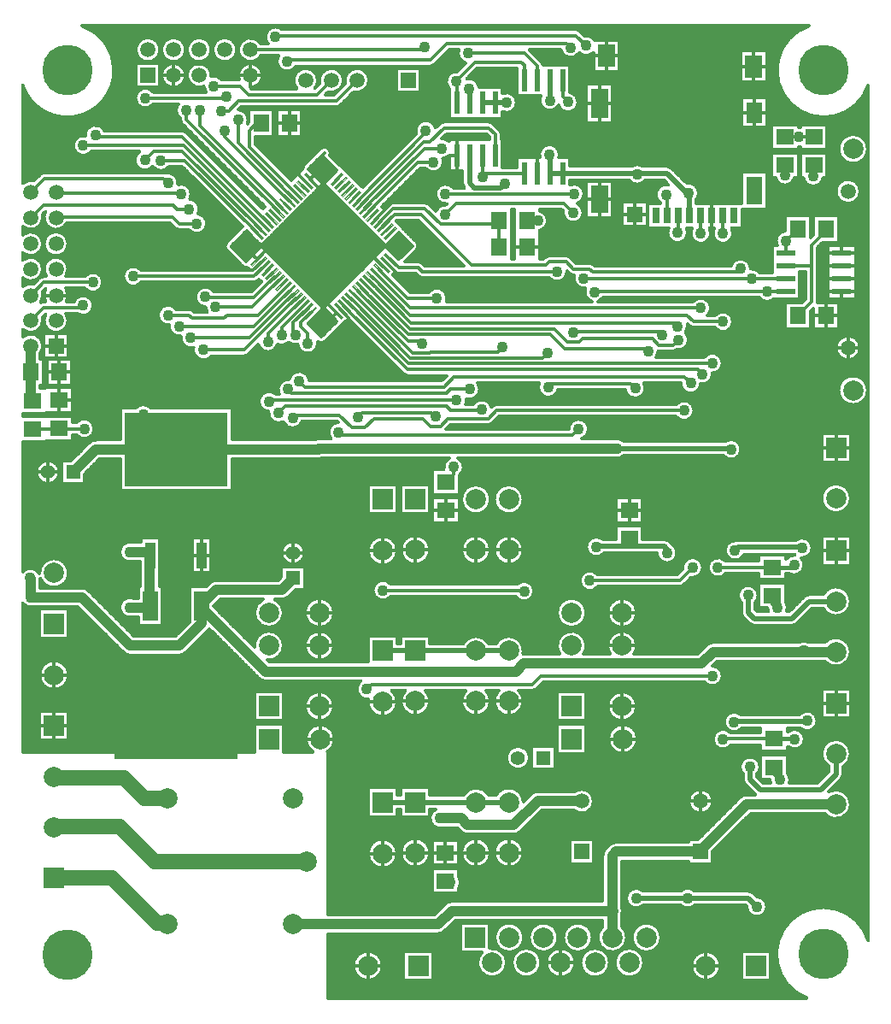
<source format=gbl>
%FSLAX43Y43*%
%MOMM*%
G71*
G01*
G75*
G04 Layer_Physical_Order=2*
%ADD10C,0.300*%
%ADD11R,1.800X1.600*%
%ADD12R,1.600X1.800*%
%ADD13R,4.000X3.000*%
%ADD14R,0.850X1.300*%
%ADD15R,1.300X0.850*%
%ADD16R,2.200X0.600*%
%ADD17R,2.200X0.600*%
%ADD18C,1.000*%
%ADD19C,0.400*%
%ADD20C,0.500*%
%ADD21C,0.800*%
%ADD22C,0.600*%
%ADD23C,2.000*%
%ADD24C,1.500*%
%ADD25R,1.400X1.400*%
%ADD26C,1.400*%
%ADD27C,5.000*%
%ADD28R,1.500X1.500*%
%ADD29C,1.500*%
%ADD30R,2.000X2.000*%
%ADD31C,1.100*%
%ADD32C,0.075*%
%ADD33R,1.600X2.100*%
%ADD34R,0.600X2.200*%
%ADD35R,0.600X2.200*%
%ADD36R,1.000X2.600*%
%ADD37R,10.200X7.300*%
%ADD38R,1.500X3.000*%
%ADD39R,12.200X9.300*%
%ADD40R,0.800X1.600*%
%ADD41R,1.600X2.800*%
%ADD42R,1.850X0.600*%
%ADD43R,1.700X2.200*%
%ADD44R,1.700X3.000*%
%ADD45R,1.700X2.800*%
%ADD46R,1.600X1.600*%
%ADD47C,1.500*%
D10*
X78496Y96900D02*
G03*
X84400Y90996I1504J-4400D01*
G01*
X77643Y86883D02*
G03*
X77493Y86886I-93J-996D01*
G01*
Y84889D02*
G03*
X77643Y84892I57J998D01*
G01*
X84346Y84712D02*
G03*
X84346Y84712I-1450J0D01*
G01*
X83596Y80512D02*
G03*
X83596Y80512I-1200J0D01*
G01*
X77963Y81838D02*
G03*
X79937Y81838I987J162D01*
G01*
X75185D02*
G03*
X77115Y81838I965J262D01*
G01*
X76174Y76598D02*
G03*
X75354Y75155I75J-997D01*
G01*
X67599Y80350D02*
G03*
X66408Y81332I-1000J0D01*
G01*
X67350Y79689D02*
G03*
X67599Y80350I-751J661D01*
G01*
X71000Y76350D02*
G03*
X70866Y76850I-1000J0D01*
G01*
X69134Y76850D02*
G03*
X71000Y76350I866J-500D01*
G01*
X68800D02*
G03*
X68666Y76850I-1000J0D01*
G01*
X66934D02*
G03*
X68800Y76350I866J-500D01*
G01*
X83596Y65012D02*
G03*
X83596Y65012I-1200J0D01*
G01*
X84346Y60812D02*
G03*
X84346Y60812I-1450J0D01*
G01*
X82658Y50108D02*
G03*
X82658Y50108I-1450J0D01*
G01*
X77760Y44204D02*
G03*
X78850Y45200I90J996D01*
G01*
X73600Y69995D02*
G03*
X75061Y69845I800J600D01*
G01*
X72750Y72850D02*
G03*
X70782Y73100I-1000J0D01*
G01*
X73639Y72465D02*
G03*
X72750Y72845I-789J-615D01*
G01*
X71000Y67600D02*
G03*
X69200Y68200I-1000J0D01*
G01*
Y67000D02*
G03*
X71000Y67600I800J600D01*
G01*
X68461Y68200D02*
G03*
X68800Y68950I-661J750D01*
G01*
X68945Y62500D02*
G03*
X69950Y63500I5J1000D01*
G01*
X68950Y62400D02*
G03*
X68945Y62500I-1000J0D01*
G01*
X68800Y68950D02*
G03*
X67040Y69600I-1000J0D01*
G01*
X69950Y63500D02*
G03*
X68150Y64100I-1000J0D01*
G01*
X67796Y61412D02*
G03*
X68950Y62400I154J988D01*
G01*
X65800Y61500D02*
G03*
X67796Y61412I1000J-0D01*
G01*
X78850Y45200D02*
G03*
X77189Y45950I-1000J0D01*
G01*
X71800Y54950D02*
G03*
X70200Y55750I-1000J0D01*
G01*
X70000Y54350D02*
G03*
X71800Y54950I800J600D01*
G01*
X71500Y45950D02*
G03*
X71363Y45937I0J-700D01*
G01*
X71500Y45950D02*
G03*
X71363Y45937I0J-700D01*
G01*
X64945Y82795D02*
G03*
X64450Y83000I-495J-495D01*
G01*
X64945Y82795D02*
G03*
X64450Y83000I-495J-495D01*
G01*
X62093D02*
G03*
X60893Y83000I-600J-800D01*
G01*
X60693Y81600D02*
G03*
X62293Y81600I800J600D01*
G01*
X57301Y95475D02*
G03*
X56309Y95940I-851J-525D01*
G01*
X55874Y96374D02*
G03*
X55450Y96550I-424J-424D01*
G01*
X55874Y96374D02*
G03*
X55450Y96550I-424J-424D01*
G01*
X55755Y94231D02*
G03*
X57150Y94236I695J719D01*
G01*
X64589Y81171D02*
G03*
X63823Y79350I-239J-971D01*
G01*
X66500Y76400D02*
G03*
X66393Y76850I-1000J0D01*
G01*
X64607Y76850D02*
G03*
X66500Y76400I893J-450D01*
G01*
X55576Y79305D02*
G03*
X56250Y80250I-326J945D01*
G01*
X56150Y78400D02*
G03*
X55576Y79305I-1000J0D01*
G01*
X53920Y94550D02*
G03*
X55755Y94231I980J200D01*
G01*
X55650Y89350D02*
G03*
X54855Y90329I-1000J0D01*
G01*
X53705Y89022D02*
G03*
X55650Y89350I945J328D01*
G01*
X52154Y93050D02*
G03*
X51989Y93359I-589J-115D01*
G01*
X52154Y93050D02*
G03*
X51989Y93359I-589J-115D01*
G01*
X51935Y89950D02*
G03*
X53705Y89022I900J-435D01*
G01*
X49550Y89300D02*
G03*
X48163Y90222I-1000J0D01*
G01*
Y88378D02*
G03*
X49550Y89300I387J922D01*
G01*
X53754Y83850D02*
G03*
X53800Y84150I-954J300D01*
G01*
X56250Y80250D02*
G03*
X54855Y81169I-1000J0D01*
G01*
X53800Y84150D02*
G03*
X51846Y83850I-1000J0D01*
G01*
X54160Y78541D02*
G03*
X56150Y78400I990J-141D01*
G01*
X52650Y77600D02*
G03*
X51826Y78584I-1000J0D01*
G01*
Y76616D02*
G03*
X52650Y77600I-176J984D01*
G01*
X48050Y86150D02*
G03*
X47874Y86574I-600J0D01*
G01*
X48050Y86150D02*
G03*
X47874Y86574I-600J0D01*
G01*
X47224Y87224D02*
G03*
X46800Y87400I-424J-424D01*
G01*
X47224Y87224D02*
G03*
X46800Y87400I-424J-424D01*
G01*
X66676Y67176D02*
G03*
X67100Y67000I424J424D01*
G01*
X66500Y67150D02*
G03*
X66474Y67378I-1000J0D01*
G01*
X66676Y67176D02*
G03*
X67100Y67000I424J424D01*
G01*
X66600Y65800D02*
G03*
X66284Y66529I-1000J0D01*
G01*
G03*
X66500Y67150I-784J621D01*
G01*
X65448Y64812D02*
G03*
X66600Y65800I152J988D01*
G01*
X65100Y64700D02*
G03*
X65448Y64812I0J600D01*
G01*
X65100Y64700D02*
G03*
X65448Y64812I0J600D01*
G01*
X63400Y64100D02*
G03*
X63600Y64700I-800J600D01*
G01*
X57224Y73224D02*
G03*
X56800Y73400I-424J-424D01*
G01*
X57224Y73224D02*
G03*
X56800Y73400I-424J-424D01*
G01*
X57612Y69600D02*
G03*
X58132Y69995I-312J950D01*
G01*
X56369Y70914D02*
G03*
X56988Y69600I931J-364D01*
G01*
X62300Y61000D02*
G03*
X62166Y61500I-1000J0D01*
G01*
X60311Y60850D02*
G03*
X62300Y61000I989J150D01*
G01*
X67150Y58800D02*
G03*
X65350Y59400I-1000J0D01*
G01*
Y58200D02*
G03*
X67150Y58800I800J600D01*
G01*
X65450Y44700D02*
G03*
X65013Y45527I-1000J0D01*
G01*
X64695Y45845D02*
G03*
X64200Y46050I-495J-495D01*
G01*
X64695Y45845D02*
G03*
X64200Y46050I-495J-495D01*
G01*
X60214Y55750D02*
G03*
X59188Y56000I-714J-700D01*
G01*
X56012D02*
G03*
X56700Y56950I-312J950D01*
G01*
X59188Y54100D02*
G03*
X60214Y54350I312J950D01*
G01*
X58111Y46050D02*
G03*
X58210Y44650I-661J-750D01*
G01*
X55246Y72200D02*
G03*
X56369Y70914I954J-300D01*
G01*
X54776Y72376D02*
G03*
X55200Y72200I424J424D01*
G01*
X54776Y72376D02*
G03*
X55200Y72200I424J424D01*
G01*
X54874Y73974D02*
G03*
X54450Y74150I-424J-424D01*
G01*
X54874Y73974D02*
G03*
X54450Y74150I-424J-424D01*
G01*
X52750Y71950D02*
G03*
X54550Y72550I800J600D01*
G01*
X52800Y74150D02*
G03*
X52376Y73974I0J-600D01*
G01*
X52800Y74150D02*
G03*
X52376Y73974I0J-600D01*
G01*
X51783Y61500D02*
G03*
X53668Y60850I917J-400D01*
G01*
X47550Y59400D02*
G03*
X47126Y59224I0J-600D01*
G01*
X47550Y59400D02*
G03*
X47126Y59224I0J-600D01*
G01*
X56700Y56950D02*
G03*
X54700Y56950I-1000J0D01*
G01*
X50216Y49997D02*
G03*
X50216Y49997I-1450J0D01*
G01*
X46750Y57400D02*
G03*
X47174Y57576I0J600D01*
G01*
X46750Y57400D02*
G03*
X47174Y57576I0J600D01*
G01*
X82654Y39899D02*
G03*
X79934Y40599I-1450J0D01*
G01*
Y39199D02*
G03*
X82654Y39899I1270J700D01*
G01*
X78050Y43500D02*
G03*
X77760Y44204I-1000J0D01*
G01*
X77140Y44496D02*
G03*
X76243Y44091I-90J-996D01*
G01*
X76544Y42638D02*
G03*
X78050Y43500I506J862D01*
G01*
X78549Y40599D02*
G03*
X78054Y40394I0J-700D01*
G01*
X78549Y40599D02*
G03*
X78054Y40394I0J-700D01*
G01*
X78529Y35849D02*
G03*
X77471Y35849I-529J-849D01*
G01*
X76850Y37500D02*
G03*
X77345Y37705I0J700D01*
G01*
X76850Y37500D02*
G03*
X77345Y37705I0J700D01*
G01*
X76400Y39300D02*
G03*
X76243Y39837I-1000J0D01*
G01*
X76317Y38900D02*
G03*
X76400Y39300I-917J400D01*
G01*
X74402Y39238D02*
G03*
X74483Y38900I998J62D01*
G01*
X82654Y34899D02*
G03*
X80108Y35849I-1450J0D01*
G01*
Y33949D02*
G03*
X82654Y34899I1095J950D01*
G01*
X79350Y28050D02*
G03*
X77590Y28700I-1000J0D01*
G01*
X77689Y27300D02*
G03*
X79350Y28050I661J750D01*
G01*
X78100Y26250D02*
G03*
X76433Y26995I-1000J0D01*
G01*
X73200Y39786D02*
G03*
X73500Y40500I-700J714D01*
G01*
X71363Y45937D02*
G03*
X72117Y44550I-163J-987D01*
G01*
X73500Y40500D02*
G03*
X71800Y39786I-1000J0D01*
G01*
X72605Y37705D02*
G03*
X73100Y37500I495J495D01*
G01*
X72605Y37705D02*
G03*
X73100Y37500I495J495D01*
G01*
X70270Y43888D02*
G03*
X70327Y42688I-770J-638D01*
G01*
X68000Y43250D02*
G03*
X66010Y43109I-1000J0D01*
G01*
X66859Y42260D02*
G03*
X68000Y43250I141J990D01*
G01*
X71800Y38800D02*
G03*
X72005Y38305I700J0D01*
G01*
X65700Y41350D02*
G03*
X66124Y41526I0J600D01*
G01*
X71800Y38800D02*
G03*
X72005Y38305I700J0D01*
G01*
X65700Y41350D02*
G03*
X66124Y41526I0J600D01*
G01*
X71761Y28700D02*
G03*
X71860Y27300I-661J-750D01*
G01*
X70780Y26876D02*
G03*
X70819Y25676I-780J-626D01*
G01*
X69049Y35849D02*
G03*
X68377Y35570I0J-950D01*
G01*
X69049Y35849D02*
G03*
X68377Y35570I0J-950D01*
G01*
X69950Y32500D02*
G03*
X68993Y33499I-1000J0D01*
G01*
X68150Y31900D02*
G03*
X69950Y32500I800J600D01*
G01*
X81904Y23529D02*
G03*
X82654Y24799I-700J1270D01*
G01*
G03*
X80504Y23529I-1450J0D01*
G01*
X81699Y22259D02*
G03*
X81904Y22754I-495J495D01*
G01*
X81699Y22259D02*
G03*
X81904Y22754I-495J495D01*
G01*
X82654Y19799D02*
G03*
X80514Y21074I-1450J0D01*
G01*
X76433Y25505D02*
G03*
X78100Y26250I667J745D01*
G01*
X76648Y22251D02*
G03*
X76433Y22872I-1000J0D01*
G01*
X76602Y21950D02*
G03*
X76648Y22251I-953J301D01*
G01*
X74649Y22226D02*
G03*
X74695Y21950I1000J25D01*
G01*
X77288Y18850D02*
G03*
X77912Y18850I312J950D01*
G01*
X73383Y22786D02*
G03*
X73683Y23500I-700J714D01*
G01*
X80107Y18850D02*
G03*
X82654Y19799I1097J949D01*
G01*
X84400Y6299D02*
G03*
X78307Y600I-4450J-1349D01*
G01*
X73045Y10995D02*
G03*
X72550Y11200I-495J-495D01*
G01*
X73045Y10995D02*
G03*
X72550Y11200I-495J-495D01*
G01*
X74350Y9650D02*
G03*
X73391Y10649I-1000J0D01*
G01*
X72352Y9708D02*
G03*
X74350Y9650I998J-58D01*
G01*
X73683Y23500D02*
G03*
X71983Y22786I-1000J0D01*
G01*
Y22267D02*
G03*
X72188Y21772I700J0D01*
G01*
X71983Y22267D02*
G03*
X72188Y21772I700J0D01*
G01*
X72350Y20750D02*
G03*
X71678Y20472I0J-950D01*
G01*
X72350Y20750D02*
G03*
X71678Y20472I0J-950D01*
G01*
X68993Y20099D02*
G03*
X68993Y20099I-1200J0D01*
G01*
X67214Y11200D02*
G03*
X65786Y11200I-714J-700D01*
G01*
Y9800D02*
G03*
X67214Y9800I714J700D01*
G01*
X69758Y3792D02*
G03*
X69758Y3792I-1450J0D01*
G01*
X63451Y44650D02*
G03*
X65450Y44700I999J50D01*
G01*
X61453Y38766D02*
G03*
X61453Y38766I-1450J0D01*
G01*
X57600Y42550D02*
G03*
X57600Y41350I-800J-600D01*
G01*
X61199Y34700D02*
G03*
X61451Y35516I-1198J816D01*
G01*
G03*
X58803Y34700I-1450J0D01*
G01*
X61451Y29516D02*
G03*
X61451Y29516I-1450J0D01*
G01*
X61533Y26266D02*
G03*
X61533Y26266I-1450J0D01*
G01*
X56199Y34700D02*
G03*
X56451Y35516I-1198J816D01*
G01*
X56453Y38766D02*
G03*
X56453Y38766I-1450J0D01*
G01*
X51300Y40900D02*
G03*
X49586Y41600I-1000J0D01*
G01*
X49434Y40400D02*
G03*
X51300Y40900I866J500D01*
G01*
X56451Y35516D02*
G03*
X53803Y34700I-1450J0D01*
G01*
X51100Y31050D02*
G03*
X51524Y31226I0J600D01*
G01*
X51100Y31050D02*
G03*
X51524Y31226I0J600D01*
G01*
X50216Y44997D02*
G03*
X50216Y44997I-1450J0D01*
G01*
Y34997D02*
G03*
X47495Y35695I-1450J0D01*
G01*
X50185Y34698D02*
G03*
X50216Y34997I-1419J299D01*
G01*
X57193Y20099D02*
G03*
X55331Y21100I-1200J0D01*
G01*
X51650D02*
G03*
X50978Y20822I0J-950D01*
G01*
X51650Y21100D02*
G03*
X50978Y20822I0J-950D01*
G01*
X50216Y29997D02*
G03*
X49763Y31050I-1450J0D01*
G01*
X47769D02*
G03*
X50216Y29997I997J-1053D01*
G01*
X46966Y29999D02*
G03*
X46515Y31050I-1450J0D01*
G01*
X50839Y24392D02*
G03*
X50839Y24392I-1150J0D01*
G01*
X50215Y20058D02*
G03*
X47495Y20695I-1449J-61D01*
G01*
X59400Y16050D02*
G03*
X58728Y15772I0J-950D01*
G01*
X59400Y16050D02*
G03*
X58728Y15772I0J-950D01*
G01*
X62114Y11200D02*
G03*
X62114Y9800I-714J-700D01*
G01*
X60050Y9250D02*
G03*
X59972Y9626I-950J0D01*
G01*
X60050Y9250D02*
G03*
X59972Y9626I-950J0D01*
G01*
Y8874D02*
G03*
X60050Y9250I-872J376D01*
G01*
X59972Y8874D02*
G03*
X60050Y9250I-872J376D01*
G01*
X60472Y6604D02*
G03*
X59972Y7699I-1450J0D01*
G01*
X58351Y15394D02*
G03*
X58072Y14722I672J-672D01*
G01*
X58351Y15394D02*
G03*
X58072Y14722I672J-672D01*
G01*
X55198Y19200D02*
G03*
X57193Y20099I795J899D01*
G01*
X63872Y6604D02*
G03*
X63872Y6604I-1450J0D01*
G01*
X58072Y7699D02*
G03*
X60472Y6604I950J-1095D01*
G01*
X62172Y4104D02*
G03*
X62172Y4104I-1450J0D01*
G01*
X57072Y6604D02*
G03*
X57072Y6604I-1450J0D01*
G01*
X58772Y4104D02*
G03*
X58772Y4104I-1450J0D01*
G01*
X49250Y16800D02*
G03*
X49922Y17078I0J950D01*
G01*
X49250Y16800D02*
G03*
X49922Y17078I0J950D01*
G01*
X50216Y14997D02*
G03*
X50216Y14997I-1450J0D01*
G01*
X55372Y4104D02*
G03*
X55372Y4104I-1450J0D01*
G01*
X53672Y6604D02*
G03*
X53672Y6604I-1450J0D01*
G01*
X51972Y4104D02*
G03*
X51972Y4104I-1450J0D01*
G01*
X50272Y6604D02*
G03*
X50272Y6604I-1450J0D01*
G01*
X48572Y4104D02*
G03*
X46872Y5532I-1450J0D01*
G01*
X43813Y94550D02*
G03*
X44487Y93235I937J-350D01*
G01*
X41000Y92900D02*
G03*
X41424Y93076I0J600D01*
G01*
X41000Y92900D02*
G03*
X41424Y93076I0J600D01*
G01*
X45842Y90827D02*
G03*
X44622Y91674I-992J-127D01*
G01*
X43647Y92395D02*
G03*
X42853Y90683I-97J-995D01*
G01*
X42350Y87400D02*
G03*
X41926Y87224I0J-600D01*
G01*
X42350Y87400D02*
G03*
X41926Y87224I0J-600D01*
G01*
X34928Y91509D02*
G03*
X32569Y91199I-1200J0D01*
G01*
X32102Y90732D02*
G03*
X32388Y91509I-915J777D01*
G01*
X33417Y90350D02*
G03*
X34928Y91509I311J1159D01*
G01*
X41515Y86813D02*
G03*
X39607Y86216I-965J-263D01*
G01*
X25958Y93940D02*
G03*
X27666Y92900I842J-540D01*
G01*
X32388Y91509D02*
G03*
X30029Y91199I-1200J0D01*
G01*
X26311Y96550D02*
G03*
X24899Y95140I-661J-750D01*
G01*
X24199D02*
G03*
X24199Y93940I-1039J-600D01*
G01*
X24360Y92000D02*
G03*
X22048Y91550I-1200J0D01*
G01*
X30877Y90350D02*
G03*
X31965Y90595I311J1159D01*
G01*
X31668Y88850D02*
G03*
X32093Y89026I0J600D01*
G01*
X31668Y88850D02*
G03*
X32093Y89026I0J600D01*
G01*
X29562Y90732D02*
G03*
X29848Y91509I-914J777D01*
G01*
G03*
X27762Y90700I-1200J0D01*
G01*
X23148Y90800D02*
G03*
X24360Y92000I12J1200D01*
G01*
X22950Y87600D02*
G03*
X21997Y88599I-1000J0D01*
G01*
X22877Y87226D02*
G03*
X22950Y87600I-927J374D01*
G01*
X42235Y83754D02*
G03*
X42853Y84039I-85J996D01*
G01*
Y85461D02*
G03*
X42149Y85750I-703J-711D01*
G01*
X42300Y83400D02*
G03*
X42235Y83754I-1000J0D01*
G01*
X40500Y82800D02*
G03*
X42300Y83400I800J600D01*
G01*
X44173Y81327D02*
G03*
X44361Y80850I700J0D01*
G01*
X44173Y81327D02*
G03*
X44361Y80850I700J0D01*
G01*
X43300D02*
G03*
X42665Y79264I-800J-600D01*
G01*
X42591Y79190D02*
G03*
X41523Y78575I-141J-990D01*
G01*
X40874Y79224D02*
G03*
X40450Y79400I-424J-424D01*
G01*
X40874Y79224D02*
G03*
X40450Y79400I-424J-424D01*
G01*
X37282D02*
G03*
X36858Y79224I0J-600D01*
G01*
X37282Y79400D02*
G03*
X36858Y79224I0J-600D01*
G01*
X39800Y75100D02*
G03*
X39624Y75524I-600J0D01*
G01*
X39800Y75100D02*
G03*
X39624Y75524I-600J0D01*
G01*
Y74676D02*
G03*
X39800Y75100I-424J424D01*
G01*
X39624Y74676D02*
G03*
X39800Y75100I-424J424D01*
G01*
X45900Y60900D02*
G03*
X45700Y61500I-1000J0D01*
G01*
X44595Y59948D02*
G03*
X45900Y60900I305J952D01*
G01*
X47065Y59163D02*
G03*
X45265Y59450I-965J-263D01*
G01*
X44517D02*
G03*
X44600Y59850I-917J400D01*
G01*
X42650Y69950D02*
G03*
X40850Y70550I-1000J0D01*
G01*
X42587Y69600D02*
G03*
X42650Y69950I-937J350D01*
G01*
X40224Y73374D02*
G03*
X39800Y73550I-424J-424D01*
G01*
X40224Y73374D02*
G03*
X39800Y73550I-424J-424D01*
G01*
X39776Y72126D02*
G03*
X40200Y71950I424J424D01*
G01*
X39776Y72126D02*
G03*
X40200Y71950I424J424D01*
G01*
X37473Y72486D02*
G03*
X37853Y72350I380J464D01*
G01*
X37473Y72486D02*
G03*
X37853Y72350I380J464D01*
G01*
X38337Y62426D02*
G03*
X38761Y62250I424J424D01*
G01*
X38337Y62426D02*
G03*
X38761Y62250I424J424D01*
G01*
X31100Y84300D02*
G03*
X30076Y84724I-600J0D01*
G01*
X31100Y84300D02*
G03*
X30076Y84724I-600J0D01*
G01*
X31061Y84087D02*
G03*
X31100Y84300I-561J213D01*
G01*
X31061Y84087D02*
G03*
X31100Y84300I-561J213D01*
G01*
X28502Y83150D02*
G03*
X28326Y82713I424J-424D01*
G01*
X28502Y83150D02*
G03*
X28326Y82713I424J-424D01*
G01*
X23511Y71500D02*
G03*
X23935Y71676I0J600D01*
G01*
X23511Y71500D02*
G03*
X23935Y71676I0J600D01*
G01*
X22300Y73152D02*
G03*
X22828Y72985I424J424D01*
G01*
X22300Y73152D02*
G03*
X22828Y72985I424J424D01*
G01*
X29835Y65624D02*
G03*
X30624Y65676I365J476D01*
G01*
X29835Y65624D02*
G03*
X30624Y65676I365J476D01*
G01*
X29850Y65450D02*
G03*
X29835Y65624I-1000J0D01*
G01*
X27857Y65334D02*
G03*
X29850Y65450I993J116D01*
G01*
X26952Y65538D02*
G03*
X27857Y65334I648J762D01*
G01*
X25862Y65328D02*
G03*
X26952Y65538I388J922D01*
G01*
X23941Y65317D02*
G03*
X25862Y65328I959J283D01*
G01*
X28999Y61750D02*
G03*
X27019Y61893I-999J-50D01*
G01*
X22575Y64200D02*
G03*
X22999Y64376I0J600D01*
G01*
X27019Y61893D02*
G03*
X26007Y60450I-119J-993D01*
G01*
X22575Y64200D02*
G03*
X22999Y64376I0J600D01*
G01*
X25661Y60450D02*
G03*
X24961Y58701I-661J-750D01*
G01*
X21820Y94540D02*
G03*
X21820Y94540I-1200J0D01*
G01*
X19280D02*
G03*
X19280Y94540I-1200J0D01*
G01*
X19280Y92000D02*
G03*
X18551Y90896I-1200J0D01*
G01*
X20350Y91550D02*
G03*
X19277Y91912I-800J-600D01*
G01*
X16740Y94540D02*
G03*
X16740Y94540I-1200J0D01*
G01*
X18551Y90896D02*
G03*
X18750Y90350I999J54D01*
G01*
X18100Y78750D02*
G03*
X17165Y79748I-1000J0D01*
G01*
X16200Y87639D02*
G03*
X16376Y87215I600J0D01*
G01*
X16200Y87639D02*
G03*
X16376Y87215I600J0D01*
G01*
X16740Y92000D02*
G03*
X16740Y92000I-1200J0D01*
G01*
X16000Y89150D02*
G03*
X16200Y87750I800J-600D01*
G01*
X16792Y86374D02*
G03*
X16368Y86550I-424J-424D01*
G01*
X16792Y86374D02*
G03*
X16368Y86550I-424J-424D01*
G01*
X17165Y79748D02*
G03*
X17300Y80250I-865J502D01*
G01*
X15989Y81200D02*
G03*
X16000Y81350I-989J150D01*
G01*
G03*
X14823Y82334I-1000J0D01*
G01*
X17300Y80250D02*
G03*
X15989Y81200I-1000J0D01*
G01*
X14823Y82334D02*
G03*
X14550Y82400I-273J-534D01*
G01*
X14823Y82334D02*
G03*
X14550Y82400I-273J-534D01*
G01*
X14200Y94540D02*
G03*
X14200Y94540I-1200J0D01*
G01*
X13550Y90350D02*
G03*
X13550Y89150I-800J-600D01*
G01*
X9650Y92500D02*
G03*
X6504Y96900I-4650J0D01*
G01*
X600Y90996D02*
G03*
X9650Y92500I4400J1504D01*
G01*
X12173Y84450D02*
G03*
X13481Y82976I527J-850D01*
G01*
G03*
X15100Y82950I819J574D01*
G01*
X8693Y86550D02*
G03*
X6802Y86029I-893J-450D01*
G01*
G03*
X7400Y84450I-203J-979D01*
G01*
X2783Y82400D02*
G03*
X2359Y82224I0J-600D01*
G01*
X2783Y82400D02*
G03*
X2359Y82224I0J-600D01*
G01*
X1706Y81572D02*
G03*
X600Y81311I-311J-1159D01*
G01*
X20826Y75474D02*
G03*
X20826Y74626I424J-424D01*
G01*
X17988Y78290D02*
G03*
X18100Y78750I-888J460D01*
G01*
X18850Y77300D02*
G03*
X17988Y78290I-1000J0D01*
G01*
X17050Y76700D02*
G03*
X18850Y77300I800J600D01*
G01*
X20826Y75474D02*
G03*
X20826Y74626I424J-424D01*
G01*
X15676Y76876D02*
G03*
X16100Y76700I424J424D01*
G01*
X15676Y76876D02*
G03*
X16100Y76700I424J424D01*
G01*
X12350Y72700D02*
G03*
X12350Y71500I-800J-600D01*
G01*
X8550Y71500D02*
G03*
X6750Y72100I-1000J0D01*
G01*
Y70900D02*
G03*
X8550Y71500I800J600D01*
G01*
X19535Y70600D02*
G03*
X18701Y69050I-835J-550D01*
G01*
X17524Y68674D02*
G03*
X17100Y68850I-424J-424D01*
G01*
X17524Y68674D02*
G03*
X17100Y68850I-424J-424D01*
G01*
X18701Y69050D02*
G03*
X18865Y68550I999J50D01*
G01*
X15106Y67256D02*
G03*
X16263Y66163I994J-106D01*
G01*
X15800Y68850D02*
G03*
X15106Y67256I-800J-600D01*
G01*
X17529Y65040D02*
G03*
X19300Y64200I971J-240D01*
G01*
X16263Y66163D02*
G03*
X17529Y65040I987J-163D01*
G01*
X7600Y69200D02*
G03*
X5683Y69600I-1000J0D01*
G01*
X13307Y59054D02*
G03*
X11793Y59054I-757J-654D01*
G01*
X6000Y68400D02*
G03*
X7600Y69200I600J800D01*
G01*
X2850Y78502D02*
G03*
X4956Y77350I1045J-589D01*
G01*
X5096Y75312D02*
G03*
X5096Y75312I-1200J0D01*
G01*
X4928Y69600D02*
G03*
X5096Y70212I-1032J612D01*
G01*
X4861Y72100D02*
G03*
X5096Y72812I-966J712D01*
G01*
Y70212D02*
G03*
X4879Y70900I-1200J0D01*
G01*
X5096Y72812D02*
G03*
X2930Y72100I-1200J0D01*
G01*
X2596Y77912D02*
G03*
X2558Y78210I-1200J0D01*
G01*
X600Y77014D02*
G03*
X2596Y77912I796J898D01*
G01*
Y75312D02*
G03*
X600Y76211I-1200J0D01*
G01*
Y74414D02*
G03*
X2596Y75312I796J898D01*
G01*
X2683Y72100D02*
G03*
X2259Y71924I0J-600D01*
G01*
X2683Y72100D02*
G03*
X2259Y71924I0J-600D01*
G01*
X2596Y70212D02*
G03*
X2555Y70523I-1200J0D01*
G01*
X2596Y72812D02*
G03*
X600Y73711I-1200J0D01*
G01*
Y71914D02*
G03*
X2596Y72812I796J898D01*
G01*
X1706Y71372D02*
G03*
X600Y71111I-311J-1159D01*
G01*
X5096Y67712D02*
G03*
X4879Y68400I-1200J0D01*
G01*
X2875Y68343D02*
G03*
X5096Y67712I1021J-630D01*
G01*
X2875Y70843D02*
G03*
X2864Y69600I1021J-630D01*
G01*
X2596Y67712D02*
G03*
X2555Y68023I-1200J0D01*
G01*
X2370Y69512D02*
G03*
X2596Y70212I-974J701D01*
G01*
X2683Y69600D02*
G03*
X2370Y69512I0J-600D01*
G01*
X2683Y69600D02*
G03*
X2370Y69512I0J-600D01*
G01*
X600Y66814D02*
G03*
X2596Y67712I796J898D01*
G01*
Y65212D02*
G03*
X600Y66111I-1200J0D01*
G01*
X2346Y64479D02*
G03*
X2596Y65212I-950J733D01*
G01*
X44300Y53200D02*
G03*
X43736Y54100I-1000J0D01*
G01*
X43889Y52392D02*
G03*
X44300Y53200I-589J808D01*
G01*
X43857Y52282D02*
G03*
X43889Y52392I-557J224D01*
G01*
X43857Y52282D02*
G03*
X43889Y52392I-557J224D01*
G01*
X46966Y49999D02*
G03*
X46966Y49999I-1450J0D01*
G01*
X42864Y54100D02*
G03*
X42329Y52962I436J-900D01*
G01*
X46966Y44999D02*
G03*
X46966Y44999I-1450J0D01*
G01*
X46788Y35695D02*
G03*
X44244Y35695I-1272J-696D01*
G01*
X44517Y31050D02*
G03*
X46966Y29999I999J-1051D01*
G01*
X40966D02*
G03*
X40515Y31050I-1450J0D01*
G01*
X40966Y44999D02*
G03*
X40966Y44999I-1450J0D01*
G01*
X37716Y44917D02*
G03*
X37716Y44917I-1450J0D01*
G01*
X31853Y57649D02*
G03*
X31140Y56000I47J-999D01*
G01*
X37100Y41600D02*
G03*
X37100Y40400I-800J-600D01*
G01*
X38517Y31050D02*
G03*
X40966Y29999I999J-1051D01*
G01*
X37716Y29917D02*
G03*
X37171Y31050I-1450J0D01*
G01*
X34846Y30211D02*
G03*
X37716Y29917I1420J-294D01*
G01*
X34100Y32000D02*
G03*
X34846Y30211I600J-800D01*
G01*
X46788Y20695D02*
G03*
X44244Y20695I-1272J-696D01*
G01*
X44028Y17078D02*
G03*
X44700Y16800I672J672D01*
G01*
X44028Y17078D02*
G03*
X44700Y16800I672J672D01*
G01*
X46966Y14999D02*
G03*
X46966Y14999I-1450J0D01*
G01*
X44000Y12050D02*
G03*
X43850Y12577I-1000J0D01*
G01*
X41504Y19295D02*
G03*
X40966Y18579I446J-895D01*
G01*
X40961Y18549D02*
G03*
X42262Y17450I989J-149D01*
G01*
X40966Y14999D02*
G03*
X40966Y14999I-1450J0D01*
G01*
X43850Y11523D02*
G03*
X44000Y12050I-850J527D01*
G01*
X46122Y5154D02*
G03*
X48572Y4104I1000J-1050D01*
G01*
X43100Y10200D02*
G03*
X42428Y9922I0J-950D01*
G01*
X43100Y10200D02*
G03*
X42428Y9922I0J-950D01*
G01*
X41758Y6958D02*
G03*
X42430Y7236I0J950D01*
G01*
X41758Y6958D02*
G03*
X42430Y7236I0J950D01*
G01*
X37716Y14917D02*
G03*
X37716Y14917I-1450J0D01*
G01*
X36250Y3800D02*
G03*
X36250Y3800I-1450J0D01*
G01*
X24961Y58701D02*
G03*
X26425Y57670I989J-151D01*
G01*
G03*
X28304Y57750I925J380D01*
G01*
X29904Y54004D02*
G03*
X30320Y54100I0J950D01*
G01*
X30312Y56000D02*
G03*
X29480Y55904I-312J-950D01*
G01*
X29904Y54004D02*
G03*
X30320Y54100I0J950D01*
G01*
X28542Y44711D02*
G03*
X28542Y44711I-1150J0D01*
G01*
X31453Y38766D02*
G03*
X31453Y38766I-1450J0D01*
G01*
X26300Y40100D02*
G03*
X26972Y40378I0J950D01*
G01*
X26300Y40100D02*
G03*
X26972Y40378I0J950D01*
G01*
X26453Y38766D02*
G03*
X25572Y40100I-1450J0D01*
G01*
X24434D02*
G03*
X26453Y38766I569J-1334D01*
G01*
X19800Y42000D02*
G03*
X19128Y41722I0J-950D01*
G01*
X19800Y42000D02*
G03*
X19128Y41722I0J-950D01*
G01*
X7700Y57000D02*
G03*
X5900Y57600I-1000J0D01*
G01*
Y56400D02*
G03*
X7700Y57000I800J600D01*
G01*
X7851Y55904D02*
G03*
X7179Y55626I0J-950D01*
G01*
X7851Y55904D02*
G03*
X7179Y55626I0J-950D01*
G01*
X4239Y52692D02*
G03*
X4239Y52692I-1150J0D01*
G01*
X11512Y45750D02*
G03*
X11512Y43850I-312J-950D01*
G01*
X11636Y40200D02*
G03*
X11202Y38300I-436J-900D01*
G01*
X2350Y42171D02*
G03*
X5150Y42700I1350J529D01*
G01*
X7122Y40972D02*
G03*
X6450Y41250I-672J-672D01*
G01*
X7122Y40972D02*
G03*
X6450Y41250I-672J-672D01*
G01*
X5150Y42700D02*
G03*
X2252Y42632I-1450J0D01*
G01*
G03*
X600Y42861I-902J-433D01*
G01*
Y39700D02*
G03*
X1712Y39350I800J600D01*
G01*
X31451Y35516D02*
G03*
X31451Y35516I-1450J0D01*
G01*
X26451D02*
G03*
X23557Y35387I-1450J0D01*
G01*
X24872Y34072D02*
G03*
X26451Y35516I129J1444D01*
G01*
X19022Y37078D02*
G03*
X19095Y37161I-672J672D01*
G01*
X19022Y37078D02*
G03*
X19095Y37161I-672J672D01*
G01*
X23978Y32278D02*
G03*
X24650Y32000I672J672D01*
G01*
X23978Y32278D02*
G03*
X24650Y32000I672J672D01*
G01*
X16100Y34550D02*
G03*
X16772Y34828I0J950D01*
G01*
X16100Y34550D02*
G03*
X16772Y34828I0J950D01*
G01*
X31451Y29516D02*
G03*
X31451Y29516I-1450J0D01*
G01*
X30790Y25000D02*
G03*
X31533Y26266I-707J1266D01*
G01*
G03*
X29376Y25000I-1450J0D01*
G01*
X10578Y34828D02*
G03*
X11250Y34550I672J672D01*
G01*
X10578Y34828D02*
G03*
X11250Y34550I672J672D01*
G01*
X5150Y32600D02*
G03*
X5150Y32600I-1450J0D01*
G01*
X84287Y90700D02*
X84400D01*
X84244Y90600D02*
X84400D01*
X84198Y90500D02*
X84400D01*
X84149Y90400D02*
X84400D01*
X84096Y90300D02*
X84400D01*
X84041Y90200D02*
X84400D01*
X83983Y90100D02*
X84400D01*
X83921Y90000D02*
X84400D01*
X83855Y89900D02*
X84400D01*
X83786Y89800D02*
X84400D01*
X83712Y89700D02*
X84400D01*
X83635Y89600D02*
X84400D01*
X83553Y89500D02*
X84400D01*
X83466Y89400D02*
X84400D01*
X83373Y89300D02*
X84400D01*
X83276Y89200D02*
X84400D01*
X83172Y89100D02*
X84400D01*
X83061Y89000D02*
X84400D01*
X84199Y85347D02*
Y90503D01*
X84099Y85521D02*
Y90305D01*
X84299Y85075D02*
Y90729D01*
X83899Y85759D02*
Y89967D01*
X83999Y85653D02*
Y90128D01*
X83699Y85919D02*
Y89683D01*
X83799Y85846D02*
Y89819D01*
X82943Y88900D02*
X84400D01*
X82816Y88800D02*
X84400D01*
X83499Y86031D02*
Y89438D01*
X83599Y85980D02*
Y89556D01*
X83399Y86072D02*
Y89327D01*
X83299Y86105D02*
Y89223D01*
X83199Y86130D02*
Y89126D01*
X83099Y86148D02*
Y89034D01*
X82999Y86159D02*
Y88947D01*
X82899Y86162D02*
Y88865D01*
X82680Y88700D02*
X84400D01*
X82532Y88600D02*
X84400D01*
X82371Y88500D02*
X84400D01*
X82193Y88400D02*
X84400D01*
X81995Y88300D02*
X84400D01*
X81769Y88200D02*
X84400D01*
X81503Y88100D02*
X84400D01*
X81170Y88000D02*
X84400D01*
X80678Y87900D02*
X84400D01*
X80299Y87138D02*
Y87860D01*
X80199Y87138D02*
Y87854D01*
X80099Y87138D02*
Y87851D01*
X79999Y87138D02*
Y87850D01*
X79899Y87138D02*
Y87851D01*
X79799Y87138D02*
Y87854D01*
X79699Y87138D02*
Y87860D01*
X79599Y87138D02*
Y87867D01*
X82799Y86159D02*
Y88787D01*
X82699Y86149D02*
Y88714D01*
X82599Y86132D02*
Y88644D01*
X82499Y86107D02*
Y88579D01*
X82399Y86075D02*
Y88517D01*
X82299Y86034D02*
Y88458D01*
X82199Y85984D02*
Y88403D01*
X82099Y85924D02*
Y88351D01*
X81999Y85852D02*
Y88302D01*
X81899Y85766D02*
Y88256D01*
X81799Y85662D02*
Y88212D01*
X81699Y85532D02*
Y88172D01*
X81599Y85362D02*
Y88134D01*
X79499Y87138D02*
Y87877D01*
X81499Y85104D02*
Y88098D01*
X79299Y87138D02*
Y87903D01*
X79199Y87138D02*
Y87919D01*
X80343Y87100D02*
X84400D01*
X80343Y87000D02*
X84400D01*
X80343Y86900D02*
X84400D01*
X80343Y86800D02*
X84400D01*
X80343Y86700D02*
X84400D01*
X80343Y86600D02*
X84400D01*
X80343Y86500D02*
X84400D01*
X80343Y86400D02*
X84400D01*
X80343Y86300D02*
X84400D01*
X80343Y86200D02*
X84400D01*
X83317Y86100D02*
X84400D01*
X83563Y86000D02*
X84400D01*
X80343Y86100D02*
X82474D01*
X80343Y86000D02*
X82228D01*
X83728Y85900D02*
X84400D01*
X83855Y85800D02*
X84400D01*
X80343Y85900D02*
X82063D01*
X80343Y85800D02*
X81936D01*
X84113Y85500D02*
X84400D01*
X84172Y85400D02*
X84400D01*
X84221Y85300D02*
X84400D01*
X83958Y85700D02*
X84400D01*
X84042Y85600D02*
X84400D01*
X84261Y85200D02*
X84400D01*
X84293Y85100D02*
X84400D01*
X84286Y84300D02*
X84400D01*
X84252Y84200D02*
X84400D01*
X84210Y84100D02*
X84400D01*
X84158Y84000D02*
X84400D01*
X80343Y84638D02*
Y87138D01*
X84096Y83900D02*
X84400D01*
X84022Y83800D02*
X84400D01*
X83933Y83700D02*
X84400D01*
X83825Y83600D02*
X84400D01*
X83690Y83500D02*
X84400D01*
X80343Y85700D02*
X81834D01*
X80343Y85600D02*
X81749D01*
X80343Y85500D02*
X81678D01*
X80343Y85400D02*
X81619D01*
X80343Y85300D02*
X81570D01*
X80343Y85200D02*
X81530D01*
X80343Y85100D02*
X81498D01*
X80343Y85000D02*
X81474D01*
X80343Y84900D02*
X81458D01*
X80343Y84800D02*
X81448D01*
X79399Y87138D02*
Y87889D01*
X80343Y84700D02*
X81446D01*
X77643Y87138D02*
X80343D01*
X77643Y84638D02*
X80343D01*
Y84300D02*
X81506D01*
X80299Y84338D02*
Y84638D01*
X80199Y84338D02*
Y84638D01*
X80099Y84338D02*
Y84638D01*
X80343Y84200D02*
X81539D01*
X80343Y84100D02*
X81581D01*
X80343Y84000D02*
X81633D01*
X77643Y84338D02*
X80343D01*
Y83900D02*
X81695D01*
X80343Y83800D02*
X81769D01*
X80343Y83700D02*
X81858D01*
X80343Y83600D02*
X81966D01*
X80343Y83500D02*
X82101D01*
X79999Y84338D02*
Y84638D01*
X79899Y84338D02*
Y84638D01*
X79799Y84338D02*
Y84638D01*
X79699Y84338D02*
Y84638D01*
X79599Y84338D02*
Y84638D01*
X79499Y84338D02*
Y84638D01*
X79399Y84338D02*
Y84638D01*
X79299Y84338D02*
Y84638D01*
X78199Y96787D02*
Y96900D01*
X78099Y96744D02*
Y96900D01*
X77999Y96698D02*
Y96900D01*
X77899Y96649D02*
Y96900D01*
X77799Y96596D02*
Y96900D01*
X78899Y87138D02*
Y87982D01*
X78799Y87138D02*
Y88008D01*
X77699Y96541D02*
Y96900D01*
X78599Y87138D02*
Y88066D01*
X77599Y96482D02*
Y96900D01*
X77499Y96420D02*
Y96900D01*
X77399Y96355D02*
Y96900D01*
X77299Y96285D02*
Y96900D01*
X77199Y96212D02*
Y96900D01*
X77099Y96134D02*
Y96900D01*
X76999Y96052D02*
Y96900D01*
X76899Y95965D02*
Y96900D01*
X76799Y95873D02*
Y96900D01*
X78099Y87138D02*
Y88256D01*
X77999Y87138D02*
Y88302D01*
X77899Y87138D02*
Y88351D01*
X77799Y87138D02*
Y88404D01*
X77699Y87138D02*
Y88459D01*
X78499Y87138D02*
Y88099D01*
X78399Y87138D02*
Y88134D01*
X78299Y87138D02*
Y88172D01*
X78199Y87138D02*
Y88213D01*
X77199Y87138D02*
Y88788D01*
X77099Y87138D02*
Y88866D01*
X76999Y87138D02*
Y88948D01*
X76899Y87138D02*
Y89035D01*
X77599Y86886D02*
Y88518D01*
X77499Y86886D02*
Y88580D01*
X77399Y87138D02*
Y88645D01*
X77299Y87138D02*
Y88715D01*
X76699Y95775D02*
Y96900D01*
X76599Y95672D02*
Y96900D01*
X76499Y95561D02*
Y96900D01*
X76399Y95443D02*
Y96900D01*
X76299Y95316D02*
Y96900D01*
X76799Y87138D02*
Y89127D01*
X76699Y87138D02*
Y89225D01*
X76599Y87138D02*
Y89328D01*
X76499Y87138D02*
Y89439D01*
X76199Y95179D02*
Y96900D01*
X76099Y95031D02*
Y96900D01*
X75999Y94870D02*
Y96900D01*
X75899Y94693D02*
Y96900D01*
X75799Y94494D02*
Y96900D01*
X75699Y94269D02*
Y96900D01*
X75599Y94003D02*
Y96900D01*
X75499Y93669D02*
Y96900D01*
X75399Y93176D02*
Y96900D01*
X75999Y87138D02*
Y90130D01*
X75899Y87138D02*
Y90307D01*
X75799Y87138D02*
Y90506D01*
X75699Y87138D02*
Y90731D01*
X75599Y87138D02*
Y90997D01*
X76399Y87138D02*
Y89557D01*
X76299Y87138D02*
Y89684D01*
X76199Y87138D02*
Y89821D01*
X76099Y87138D02*
Y89969D01*
X75299Y87138D02*
Y96900D01*
X75199Y87138D02*
Y96900D01*
X75099Y87138D02*
Y96900D01*
X74999Y87138D02*
Y96900D01*
X75499Y87138D02*
Y91331D01*
X75399Y87138D02*
Y91824D01*
X74899Y87138D02*
Y96900D01*
X74799Y87138D02*
Y96900D01*
X79099Y87138D02*
Y87938D01*
X78999Y87138D02*
Y87959D01*
X78699Y87138D02*
Y88036D01*
X77493Y87100D02*
X77643D01*
X77493Y87000D02*
X77643D01*
X79199Y84338D02*
Y84638D01*
X79099Y84338D02*
Y84638D01*
X78999Y84338D02*
Y84638D01*
X78899Y84338D02*
Y84638D01*
X77643Y86883D02*
Y87138D01*
X77493Y86886D02*
Y87138D01*
Y86900D02*
X77643D01*
Y84638D02*
Y84892D01*
X77493Y84638D02*
Y84889D01*
Y84800D02*
X77643D01*
X77493Y84700D02*
X77643D01*
X78799Y84338D02*
Y84638D01*
X78699Y84338D02*
Y84638D01*
X78599Y84338D02*
Y84638D01*
X78499Y84338D02*
Y84638D01*
X78399Y84338D02*
Y84638D01*
X78299Y84338D02*
Y84638D01*
X78199Y84338D02*
Y84638D01*
X78099Y84338D02*
Y84638D01*
X77999Y84338D02*
Y84638D01*
X77899Y84338D02*
Y84638D01*
X77799Y84338D02*
Y84638D01*
X77699Y84338D02*
Y84638D01*
X77493Y84300D02*
X77643D01*
X77493Y84200D02*
X77643D01*
X77493Y84100D02*
X77643D01*
X77493Y84000D02*
X77643D01*
X77493Y83900D02*
X77643D01*
X77399Y84338D02*
Y84638D01*
X77299Y84338D02*
Y84638D01*
X77199Y84338D02*
Y84638D01*
X74793Y87138D02*
X77493D01*
X74793Y84638D02*
X77493D01*
X77099Y84338D02*
Y84638D01*
X76999Y84338D02*
Y84638D01*
X76899Y84338D02*
Y84638D01*
X76799Y84338D02*
Y84638D01*
X76699Y84338D02*
Y84638D01*
X76599Y84338D02*
Y84638D01*
X74793D02*
Y87138D01*
X76499Y84338D02*
Y84638D01*
X76399Y84338D02*
Y84638D01*
X76299Y84338D02*
Y84638D01*
X76199Y84338D02*
Y84638D01*
X76099Y84338D02*
Y84638D01*
X75999Y84338D02*
Y84638D01*
X75899Y84338D02*
Y84638D01*
X75799Y84338D02*
Y84638D01*
X75699Y84338D02*
Y84638D01*
X75599Y84338D02*
Y84638D01*
X77493Y83800D02*
X77643D01*
X77493Y83700D02*
X77643D01*
X77493Y83600D02*
X77643D01*
X77493Y83500D02*
X77643D01*
X75499Y84338D02*
Y84638D01*
X75399Y84338D02*
Y84638D01*
X75299Y84338D02*
Y84638D01*
X75199Y84338D02*
Y84638D01*
X75099Y84338D02*
Y84638D01*
X74999Y84338D02*
Y84638D01*
X74899Y84338D02*
Y84638D01*
X74799Y84338D02*
Y84638D01*
X83511Y83400D02*
X84400D01*
X83222Y83300D02*
X84400D01*
X83299Y81302D02*
Y83320D01*
X83099Y81484D02*
Y83277D01*
X83199Y81403D02*
Y83295D01*
X83078Y81500D02*
X84400D01*
X83203Y81400D02*
X84400D01*
X82570Y81700D02*
X84400D01*
X82903Y81600D02*
X84400D01*
X82499Y81708D02*
Y83318D01*
X82399Y81712D02*
Y83350D01*
X82999Y81549D02*
Y83266D01*
X82299Y81709D02*
Y83391D01*
X82199Y81696D02*
Y83440D01*
X82799Y81642D02*
Y83266D01*
X82899Y81602D02*
Y83262D01*
X82699Y81673D02*
Y83276D01*
X82599Y81695D02*
Y83293D01*
X83442Y81100D02*
X84400D01*
X84199Y61447D02*
Y84078D01*
X84299Y61175D02*
Y84349D01*
X83301Y81300D02*
X84400D01*
X83379Y81200D02*
X84400D01*
X83492Y81000D02*
X84400D01*
X83581Y80700D02*
X84400D01*
X83531Y80900D02*
X84400D01*
X83561Y80800D02*
X84400D01*
X83999Y61753D02*
Y83772D01*
X84099Y61621D02*
Y83904D01*
X83799Y61946D02*
Y83579D01*
X83899Y61859D02*
Y83666D01*
X83599Y62080D02*
Y83445D01*
X83699Y62019D02*
Y83506D01*
X83399Y81170D02*
Y83353D01*
X83499Y80983D02*
Y83394D01*
X80343Y83200D02*
X84400D01*
X80343Y83100D02*
X84400D01*
X80343Y83000D02*
X84400D01*
X80343Y82900D02*
X84400D01*
X80343Y82800D02*
X84400D01*
X80343Y82700D02*
X84400D01*
X80343Y82600D02*
X84400D01*
X80343Y82500D02*
X84400D01*
X80343Y82400D02*
X84400D01*
X80343Y83300D02*
X82569D01*
X80343Y83400D02*
X82280D01*
X80343Y82300D02*
X84400D01*
X80343Y82200D02*
X84400D01*
X80343Y82100D02*
X84400D01*
X80343Y82000D02*
X84400D01*
X80343Y81900D02*
X84400D01*
X79930Y81800D02*
X84400D01*
X82099Y81675D02*
Y83501D01*
X81999Y81645D02*
Y83572D01*
X81899Y81605D02*
Y83659D01*
X81799Y81554D02*
Y83763D01*
X81699Y81490D02*
Y83893D01*
X79904Y81700D02*
X82221D01*
X79866Y81600D02*
X81888D01*
X79816Y81500D02*
X81714D01*
X81599Y81410D02*
Y84062D01*
X81499Y81310D02*
Y84321D01*
X81399Y81181D02*
Y88066D01*
X81299Y81001D02*
Y88035D01*
X79750Y81400D02*
X81588D01*
X79664Y81300D02*
X81490D01*
X79550Y81200D02*
X81412D01*
X79385Y81100D02*
X81349D01*
X83592Y80600D02*
X84400D01*
X83596Y80500D02*
X84400D01*
X83590Y80400D02*
X84400D01*
X83577Y80300D02*
X84400D01*
X83554Y80200D02*
X84400D01*
X83522Y80100D02*
X84400D01*
X83481Y80000D02*
X84400D01*
X83427Y79900D02*
X84400D01*
X83361Y79800D02*
X84400D01*
X83279Y79700D02*
X84400D01*
X83175Y79600D02*
X84400D01*
X83099Y75155D02*
Y79540D01*
X83039Y79500D02*
X84400D01*
X82999Y75155D02*
Y79475D01*
X82845Y79400D02*
X84400D01*
X82899Y75155D02*
Y79423D01*
X81474Y78100D02*
X84400D01*
X82799Y75155D02*
Y79382D01*
X83399Y65670D02*
Y79855D01*
X83299Y65802D02*
Y79723D01*
X83499Y65483D02*
Y80042D01*
X82699Y75155D02*
Y79352D01*
X83199Y65903D02*
Y79621D01*
X82599Y75155D02*
Y79330D01*
X82499Y75155D02*
Y79317D01*
X82399Y75155D02*
Y79312D01*
X82299Y75155D02*
Y79316D01*
X81899Y75155D02*
Y79420D01*
X81699Y75155D02*
Y79535D01*
X81599Y75155D02*
Y79615D01*
X81499Y75155D02*
Y79714D01*
X82199Y75155D02*
Y79329D01*
X82099Y75155D02*
Y79350D01*
X81999Y75155D02*
Y79380D01*
X81799Y75155D02*
Y79471D01*
X81474Y78000D02*
X84400D01*
X81474Y77900D02*
X84400D01*
X81474Y77800D02*
X84400D01*
X81474Y77700D02*
X84400D01*
X81474Y77600D02*
X84400D01*
X81474Y77500D02*
X84400D01*
X81474Y77400D02*
X84400D01*
X81474Y77300D02*
X84400D01*
X81474Y77200D02*
X84400D01*
X81399Y78133D02*
Y79843D01*
X81474Y77100D02*
X84400D01*
X81299Y78133D02*
Y80024D01*
X78974Y78133D02*
X81474D01*
Y77000D02*
X84400D01*
X81474Y76900D02*
X84400D01*
X81474Y76800D02*
X84400D01*
X81474Y76700D02*
X84400D01*
X81474Y76600D02*
X84400D01*
X81474Y76500D02*
X84400D01*
X81474Y76400D02*
X84400D01*
X81474Y76300D02*
X84400D01*
X81474Y76200D02*
X84400D01*
X81474Y76100D02*
X84400D01*
X81474Y76000D02*
X84400D01*
X81474Y75900D02*
X84400D01*
X81474Y75800D02*
X84400D01*
X81474Y75700D02*
X84400D01*
X81474Y75433D02*
Y78133D01*
Y75600D02*
X84400D01*
X81474Y75500D02*
X84400D01*
X81399Y75155D02*
Y75433D01*
X81299Y75155D02*
Y75433D01*
X79881D02*
X81474D01*
X79848Y75400D02*
X84400D01*
X81199Y80608D02*
Y88007D01*
X81099Y78133D02*
Y87982D01*
X80999Y78133D02*
Y87959D01*
X80899Y78133D02*
Y87938D01*
X80799Y78133D02*
Y87919D01*
X80699Y78133D02*
Y87903D01*
X80599Y78133D02*
Y87889D01*
X80499Y78133D02*
Y87877D01*
X80399Y78133D02*
Y87867D01*
X80343Y81838D02*
Y84338D01*
X77643Y81838D02*
Y84338D01*
X77493Y81838D02*
Y84338D01*
Y83400D02*
X77643D01*
X77493Y83300D02*
X77643D01*
X79937Y81838D02*
X80343D01*
X77493Y83200D02*
X77643D01*
Y81838D02*
X77963D01*
X80299Y78133D02*
Y81838D01*
X80199Y78133D02*
Y81838D01*
X80099Y78133D02*
Y81838D01*
X79999Y78133D02*
Y81838D01*
X79899Y78133D02*
Y81686D01*
X79799Y78133D02*
Y81472D01*
X79699Y78133D02*
Y81338D01*
X79599Y78133D02*
Y81240D01*
X78299Y78133D02*
Y81241D01*
X77899Y78133D02*
Y81838D01*
X77799Y78133D02*
Y81838D01*
X77599Y78133D02*
Y84889D01*
X77499Y78133D02*
Y84889D01*
X78199Y78133D02*
Y81339D01*
X78099Y78133D02*
Y81474D01*
X77999Y78133D02*
Y81689D01*
X77699Y78133D02*
Y81838D01*
X77493Y83100D02*
X77643D01*
X77493Y83000D02*
X77643D01*
X77493Y82900D02*
X77643D01*
X77493Y82800D02*
X77643D01*
X77493Y82700D02*
X77643D01*
X77104Y81800D02*
X77970D01*
X77066Y81700D02*
X77996D01*
X77016Y81600D02*
X78034D01*
X76950Y81500D02*
X78084D01*
X77493Y82600D02*
X77643D01*
X77493Y82500D02*
X77643D01*
X77493Y82400D02*
X77643D01*
X77493Y82300D02*
X77643D01*
X77493Y82200D02*
X77643D01*
X77493Y82100D02*
X77643D01*
X77493Y82000D02*
X77643D01*
X77493Y81900D02*
X77643D01*
X77115Y81838D02*
X77493D01*
X77399Y78133D02*
Y81838D01*
X77299Y78133D02*
Y81838D01*
X77199Y78133D02*
Y81838D01*
X77099Y78133D02*
Y81786D01*
X76864Y81400D02*
X78150D01*
X76999Y78133D02*
Y81572D01*
X76750Y81300D02*
X78236D01*
X76899Y78133D02*
Y81438D01*
X75199Y75155D02*
Y81789D01*
X75099Y75155D02*
Y81838D01*
X74999Y75155D02*
Y81838D01*
X74899Y75155D02*
Y81838D01*
X76799Y78133D02*
Y81340D01*
X75499Y76264D02*
Y81341D01*
X75399Y76129D02*
Y81439D01*
X75299Y75916D02*
Y81574D01*
X79499Y78133D02*
Y81164D01*
X79399Y78133D02*
Y81107D01*
X79299Y78133D02*
Y81063D01*
X79199Y78133D02*
Y81032D01*
X79099Y78133D02*
Y81011D01*
X81199Y78133D02*
Y80416D01*
X78999Y78133D02*
Y81001D01*
X78674Y78100D02*
X78974D01*
X78674Y78000D02*
X78974D01*
Y76223D02*
Y78133D01*
X78899Y76148D02*
Y81001D01*
X78799Y76048D02*
Y81011D01*
X78674Y77900D02*
X78974D01*
X78699Y75948D02*
Y81032D01*
X78674Y77800D02*
X78974D01*
X78674Y77700D02*
X78974D01*
X78674Y77600D02*
X78974D01*
X78674Y77500D02*
X78974D01*
X81199Y75155D02*
Y75433D01*
X81099Y75155D02*
Y75433D01*
X80999Y75155D02*
Y75433D01*
X80899Y75155D02*
Y75433D01*
X80799Y75155D02*
Y75433D01*
X80699Y75155D02*
Y75433D01*
X80599Y75155D02*
Y75433D01*
X80499Y75155D02*
Y75433D01*
X80399Y69533D02*
Y75433D01*
X80299Y69533D02*
Y75433D01*
X80199Y69533D02*
Y75433D01*
X78674Y75923D02*
Y78133D01*
X80099Y69533D02*
Y75433D01*
X79999Y69533D02*
Y75433D01*
X79899Y69533D02*
Y75433D01*
X79350Y74901D02*
X79881Y75433D01*
X79799Y69533D02*
Y75351D01*
X78674Y77400D02*
X78974D01*
X78599Y78133D02*
Y81063D01*
X78674Y77300D02*
X78974D01*
X78499Y78133D02*
Y81107D01*
X76174Y78133D02*
X78674D01*
Y77200D02*
X78974D01*
X78674Y77100D02*
X78974D01*
X78674Y77000D02*
X78974D01*
X78674Y76900D02*
X78974D01*
X78399Y78133D02*
Y81165D01*
X76699Y78133D02*
Y81264D01*
X76585Y81200D02*
X78350D01*
X76599Y78133D02*
Y81207D01*
X76499Y78133D02*
Y81163D01*
X76399Y78133D02*
Y81132D01*
X76299Y78133D02*
Y81111D01*
X76199Y78133D02*
Y81101D01*
X78674Y76800D02*
X78974D01*
X78674Y76700D02*
X78974D01*
X78674Y76600D02*
X78974D01*
X78674Y76500D02*
X78974D01*
X78674Y76400D02*
X78974D01*
X78674Y76300D02*
X78974D01*
X78674Y76200D02*
X78951D01*
X78674Y76100D02*
X78851D01*
X78674Y75923D02*
X78974Y76223D01*
X76099Y76590D02*
Y81101D01*
X75799Y76495D02*
Y81163D01*
X75699Y76437D02*
Y81207D01*
X75599Y76362D02*
Y81265D01*
X76174Y76598D02*
Y78133D01*
X75999Y76570D02*
Y81111D01*
X75899Y76538D02*
Y81132D01*
X74350Y94400D02*
X75756D01*
X74350Y94300D02*
X75712D01*
X74350Y94200D02*
X75672D01*
X59750Y95400D02*
X76365D01*
X74350Y94100D02*
X75634D01*
X74350Y94000D02*
X75598D01*
X74350Y93900D02*
X75566D01*
X74350Y93800D02*
X75535D01*
X74350Y93700D02*
X75507D01*
X74350Y93600D02*
X75482D01*
X74350Y93500D02*
X75459D01*
X74350Y93400D02*
X75438D01*
X74350Y93300D02*
X75419D01*
X74350Y93200D02*
X75403D01*
X74350Y93100D02*
X75389D01*
X74350Y93000D02*
X75377D01*
X74350Y92900D02*
X75367D01*
X74350Y92800D02*
X75360D01*
X74350Y92200D02*
X75360D01*
X74350Y92100D02*
X75367D01*
X74350Y92000D02*
X75377D01*
X74350Y91900D02*
X75389D01*
X74350Y91500D02*
X75459D01*
X74350Y91400D02*
X75482D01*
X74350Y89800D02*
X76214D01*
X74350Y89700D02*
X76288D01*
X74350Y89600D02*
X76365D01*
X74350Y92700D02*
X75354D01*
X74350Y92600D02*
X75351D01*
X74350Y92500D02*
X75350D01*
X74350Y92400D02*
X75351D01*
X74350Y92300D02*
X75354D01*
X74350Y91800D02*
X75403D01*
X74350Y91700D02*
X75419D01*
X74350Y91600D02*
X75438D01*
X55949Y96300D02*
X77320D01*
X56049Y96200D02*
X77183D01*
X56149Y96100D02*
X77056D01*
X55691Y96500D02*
X77628D01*
X55847Y96400D02*
X77467D01*
X56977Y95800D02*
X76724D01*
X57112Y95700D02*
X76626D01*
X56249Y96000D02*
X76938D01*
X56763Y95900D02*
X76827D01*
X59750Y95300D02*
X76287D01*
X59750Y95200D02*
X76214D01*
X59750Y95100D02*
X76145D01*
X57210Y95600D02*
X76534D01*
X57285Y95500D02*
X76447D01*
X59750Y95000D02*
X76079D01*
X59750Y94900D02*
X76017D01*
X59750Y94800D02*
X75958D01*
X59750Y94700D02*
X75903D01*
X59750Y94600D02*
X75851D01*
X59750Y94500D02*
X75802D01*
X59050Y90500D02*
X75802D01*
X59050Y90400D02*
X75851D01*
X59050Y90300D02*
X75904D01*
X59050Y90200D02*
X75959D01*
X59050Y90100D02*
X76017D01*
X59050Y90000D02*
X76079D01*
X59050Y89900D02*
X76145D01*
X59050Y91100D02*
X75566D01*
X59050Y91000D02*
X75599D01*
X54855Y91300D02*
X75508D01*
X54855Y91200D02*
X75536D01*
X59050Y90900D02*
X75634D01*
X59050Y90800D02*
X75672D01*
X59050Y90700D02*
X75713D01*
X59050Y90600D02*
X75756D01*
X74350Y88500D02*
X77629D01*
X74350Y88600D02*
X77468D01*
X74350Y88400D02*
X77807D01*
X74350Y88300D02*
X78005D01*
X74350Y88200D02*
X78231D01*
X74350Y88100D02*
X78497D01*
X74350Y88000D02*
X78830D01*
X74350Y87900D02*
X79322D01*
X74350Y87800D02*
X84400D01*
X74350Y89400D02*
X76534D01*
X74350Y89500D02*
X76447D01*
X74350Y89300D02*
X76627D01*
X74350Y89200D02*
X76724D01*
X74350Y89100D02*
X76828D01*
X74350Y89000D02*
X76939D01*
X74350Y88900D02*
X77057D01*
X74350Y88800D02*
X77184D01*
X74350Y88700D02*
X77320D01*
X74350Y87700D02*
X84400D01*
X74350Y87600D02*
X84400D01*
X74350Y87500D02*
X84400D01*
X74350Y87400D02*
X84400D01*
X74350Y87300D02*
X84400D01*
X74350Y87200D02*
X84400D01*
X74793Y84338D02*
X77493D01*
X74350Y87100D02*
X74793D01*
X74350Y87000D02*
X74793D01*
X74350Y86900D02*
X74793D01*
X61930Y83100D02*
X74793D01*
X54855Y83800D02*
X74793D01*
X61518Y83200D02*
X74793D01*
X64940Y82800D02*
X74793D01*
X65040Y82700D02*
X74793D01*
X64471Y83000D02*
X74793D01*
X64811Y82900D02*
X74793D01*
X47849Y86600D02*
X74793D01*
X47938Y86500D02*
X74793D01*
X47996Y86400D02*
X74793D01*
X47649Y86800D02*
X74793D01*
X47749Y86700D02*
X74793D01*
X48031Y86300D02*
X74793D01*
X48048Y86200D02*
X74793D01*
X48050Y86100D02*
X74793D01*
X48050Y86000D02*
X74793D01*
X48050Y85900D02*
X74793D01*
X48163Y85600D02*
X74793D01*
X48163Y85500D02*
X74793D01*
X48050Y85800D02*
X74793D01*
X48050Y85700D02*
X74793D01*
X48163Y85400D02*
X74793D01*
X53113Y85100D02*
X74793D01*
X48163Y85300D02*
X74793D01*
X48163Y85200D02*
X74793D01*
X53560Y84800D02*
X74793D01*
X53635Y84700D02*
X74793D01*
X53693Y84600D02*
X81450D01*
X53327Y85000D02*
X74793D01*
X53462Y84900D02*
X74793D01*
X53789Y84300D02*
X74793D01*
X53799Y84200D02*
X74793D01*
X53737Y84500D02*
X81461D01*
X53768Y84400D02*
X81480D01*
X53799Y84100D02*
X74793D01*
X54855Y83700D02*
X74793D01*
X53789Y84000D02*
X74793D01*
X53768Y83900D02*
X74793D01*
X54855Y83600D02*
X74793D01*
X54855Y83500D02*
X74793D01*
X54855Y83400D02*
X74793D01*
X54855Y83300D02*
X74793D01*
X74299Y94450D02*
Y96900D01*
X74199Y94450D02*
Y96900D01*
X74099Y94450D02*
Y96900D01*
X73999Y94450D02*
Y96900D01*
X73899Y94450D02*
Y96900D01*
X73799Y94450D02*
Y96900D01*
X73699Y94450D02*
Y96900D01*
X73599Y94450D02*
Y96900D01*
X73499Y94450D02*
Y96900D01*
X73399Y94450D02*
Y96900D01*
X73299Y94450D02*
Y96900D01*
X73199Y94450D02*
Y96900D01*
X73099Y94450D02*
Y96900D01*
X72999Y94450D02*
Y96900D01*
X72899Y94450D02*
Y96900D01*
X72799Y94450D02*
Y96900D01*
X72699Y94450D02*
Y96900D01*
X72599Y94450D02*
Y96900D01*
X74350Y91350D02*
Y94450D01*
X73050Y92900D02*
Y94300D01*
X74299Y89825D02*
Y91350D01*
X73050Y92900D02*
X74200D01*
X71900D02*
X73050D01*
X74199Y89825D02*
Y91350D01*
X74099Y89825D02*
Y91350D01*
X73999Y89825D02*
Y91350D01*
X73899Y89825D02*
Y91350D01*
X72499Y94450D02*
Y96900D01*
X72399Y94450D02*
Y96900D01*
X72299Y94450D02*
Y96900D01*
X72199Y94450D02*
Y96900D01*
X72099Y94450D02*
Y96900D01*
X73050Y91500D02*
Y92900D01*
X71999Y94450D02*
Y96900D01*
X71899Y94450D02*
Y96900D01*
X71750Y94450D02*
X74350D01*
X71799D02*
Y96900D01*
X59750Y94400D02*
X71750D01*
X59750Y94300D02*
X71750D01*
X59750Y94200D02*
X71750D01*
X59750Y94100D02*
X71750D01*
X59750Y94000D02*
X71750D01*
X59750Y93900D02*
X71750D01*
X59750Y93800D02*
X71750D01*
X59750Y93700D02*
X71750D01*
X59750Y93600D02*
X71750D01*
X59750Y93500D02*
X71750D01*
X59750Y93400D02*
X71750D01*
X59750Y93300D02*
X71750D01*
X59750Y93200D02*
X71750D01*
X59750Y93100D02*
X71750D01*
X59750Y93000D02*
X71750D01*
X59750Y92900D02*
X71750D01*
X59750Y92800D02*
X71750D01*
X59750Y92700D02*
X71750D01*
X59750Y92600D02*
X71750D01*
X59750Y92500D02*
X71750D01*
X59750Y92400D02*
X71750D01*
X54855Y92300D02*
X71750D01*
Y91350D02*
X74350D01*
X54855Y92200D02*
X71750D01*
X54855Y92100D02*
X71750D01*
X54855Y92000D02*
X71750D01*
Y91350D02*
Y94450D01*
X54855Y91900D02*
X71750D01*
X54855Y91800D02*
X71750D01*
X54855Y91700D02*
X71750D01*
X54855Y91600D02*
X71750D01*
X54855Y91500D02*
X71750D01*
X54855Y91400D02*
X71750D01*
X73799Y89825D02*
Y91350D01*
X73699Y89825D02*
Y91350D01*
X73599Y89825D02*
Y91350D01*
X73499Y89825D02*
Y91350D01*
X73399Y89825D02*
Y91350D01*
X73299Y89825D02*
Y91350D01*
X73199Y89825D02*
Y91350D01*
X73099Y89825D02*
Y91350D01*
X72999Y89825D02*
Y91350D01*
X72899Y89825D02*
Y91350D01*
X72799Y89825D02*
Y91350D01*
X72699Y89825D02*
Y91350D01*
X72599Y89825D02*
Y91350D01*
X72499Y89825D02*
Y91350D01*
X72399Y89825D02*
Y91350D01*
X72299Y89825D02*
Y91350D01*
X72199Y89825D02*
Y91350D01*
X72099Y89825D02*
Y91350D01*
X74350Y86825D02*
Y89825D01*
X74299Y82450D02*
Y86825D01*
X74199Y82450D02*
Y86825D01*
X73100Y88325D02*
X74200D01*
X74099Y82450D02*
Y86825D01*
X73999Y82450D02*
Y86825D01*
X73899Y82450D02*
Y86825D01*
X73799Y82450D02*
Y86825D01*
X73699Y82450D02*
Y86825D01*
X71999Y89825D02*
Y91350D01*
X73100Y88325D02*
Y89675D01*
X71899Y89825D02*
Y91350D01*
X72000Y88325D02*
X73100D01*
X73599Y82450D02*
Y86825D01*
X73499Y82450D02*
Y86825D01*
X73100Y86975D02*
Y88325D01*
X73399Y82450D02*
Y86825D01*
X71850Y89825D02*
X74350D01*
X59050Y89800D02*
X71850D01*
X59050Y89700D02*
X71850D01*
X59050Y89600D02*
X71850D01*
X59050Y89500D02*
X71850D01*
X59050Y89400D02*
X71850D01*
X59050Y89300D02*
X71850D01*
X59050Y89200D02*
X71850D01*
X59050Y89100D02*
X71850D01*
X59050Y89000D02*
X71850D01*
X59050Y88900D02*
X71850D01*
X59050Y88800D02*
X71850D01*
X59050Y88700D02*
X71850D01*
X59050Y88600D02*
X71850D01*
X59050Y88500D02*
X71850D01*
X59050Y88400D02*
X71850D01*
X59050Y88300D02*
X71850D01*
X59050Y88200D02*
X71850D01*
X59050Y88100D02*
X71850D01*
X59050Y88000D02*
X71850D01*
X59050Y87900D02*
X71850D01*
X59050Y87800D02*
X71850D01*
Y86825D02*
X74350D01*
X65140Y82600D02*
X74793D01*
X59050Y87700D02*
X71850D01*
X59050Y87600D02*
X71850D01*
X59050Y87500D02*
X71850D01*
Y86825D02*
Y89825D01*
X59050Y87400D02*
X71850D01*
X59050Y87300D02*
X71850D01*
X47449Y87000D02*
X71850D01*
X47549Y86900D02*
X71850D01*
X47249Y87200D02*
X71850D01*
X47349Y87100D02*
X71850D01*
X74350Y81600D02*
X75284D01*
X74350Y81800D02*
X75196D01*
X74350Y81500D02*
X75350D01*
X74350Y81400D02*
X75436D01*
X74350Y81300D02*
X75550D01*
X74350Y81200D02*
X75715D01*
X74350Y81100D02*
X78515D01*
X74350Y81000D02*
X81299D01*
X74350Y80900D02*
X81260D01*
X74350Y82400D02*
X74793D01*
X74350Y82300D02*
X74793D01*
Y81838D02*
Y84338D01*
X74350Y82200D02*
X74793D01*
X74350Y82100D02*
X74793D01*
X74350Y82000D02*
X74793D01*
Y81838D02*
X75185D01*
X74350Y81900D02*
X74793D01*
X74350Y81700D02*
X75234D01*
X74350Y80800D02*
X81230D01*
X74350Y80700D02*
X81210D01*
X74350Y80600D02*
X81199D01*
X74350Y80500D02*
X81196D01*
X74350Y80400D02*
X81201D01*
X74350Y80100D02*
X81269D01*
X74350Y80000D02*
X81311D01*
X74350Y79900D02*
X81364D01*
X74350Y79800D02*
X81430D01*
X74699Y72465D02*
Y96900D01*
X74599Y72465D02*
Y96900D01*
X74499Y72465D02*
Y96900D01*
X74399Y72465D02*
Y96900D01*
X74350Y78750D02*
Y82450D01*
X74799Y72465D02*
Y81838D01*
X74350Y80300D02*
X81215D01*
X74350Y80200D02*
X81237D01*
X73299Y82450D02*
Y86825D01*
X73199Y82450D02*
Y86825D01*
X73099Y82450D02*
Y86825D01*
X72999Y82450D02*
Y86825D01*
X72899Y82450D02*
Y86825D01*
X72799Y82450D02*
Y86825D01*
X72699Y82450D02*
Y86825D01*
X71850Y82450D02*
X74350D01*
X65240Y82500D02*
X74793D01*
X72599Y82450D02*
Y86825D01*
X72499Y82450D02*
Y86825D01*
X72399Y82450D02*
Y86825D01*
X72299Y82450D02*
Y86825D01*
X72199Y82450D02*
Y86825D01*
X72099Y82450D02*
Y86825D01*
X71999Y82450D02*
Y86825D01*
X71899Y82450D02*
Y86825D01*
X65340Y82400D02*
X71850D01*
X65640Y82100D02*
X71850D01*
X65740Y82000D02*
X71850D01*
X65840Y81900D02*
X71850D01*
X65440Y82300D02*
X71850D01*
X65540Y82200D02*
X71850D01*
X74350Y79700D02*
X81513D01*
X74350Y79600D02*
X81617D01*
X65940Y81800D02*
X71850D01*
X74350Y79500D02*
X81752D01*
X66240Y81500D02*
X71850D01*
X66340Y81400D02*
X71850D01*
X66040Y81700D02*
X71850D01*
X66140Y81600D02*
X71850D01*
X67261Y81100D02*
X71850D01*
X67360Y81000D02*
X71850D01*
X66913Y81300D02*
X71850D01*
X67127Y81200D02*
X71850D01*
X74350Y79300D02*
X84400D01*
X74350Y79400D02*
X81946D01*
X74350Y79200D02*
X84400D01*
X74350Y79100D02*
X84400D01*
X74350Y79000D02*
X84400D01*
X74350Y78900D02*
X84400D01*
X74350Y78800D02*
X84400D01*
X71910Y78700D02*
X84400D01*
X71910Y78600D02*
X84400D01*
X72499Y73512D02*
Y78750D01*
X72399Y73610D02*
Y78750D01*
X72599Y73378D02*
Y78750D01*
X71910D02*
X74350D01*
X72299Y73686D02*
Y78750D01*
X72199Y73743D02*
Y78750D01*
X72099Y73787D02*
Y78750D01*
X71910Y76850D02*
Y78750D01*
X71999Y73818D02*
Y78750D01*
X74299Y72465D02*
Y78750D01*
X74199Y72465D02*
Y78750D01*
X74099Y72465D02*
Y78750D01*
X73999Y72465D02*
Y78750D01*
X73899Y72465D02*
Y78750D01*
X73799Y72465D02*
Y78750D01*
X73699Y72465D02*
Y78750D01*
X73499Y72610D02*
Y78750D01*
X73599Y72512D02*
Y78750D01*
X73299Y72743D02*
Y78750D01*
X73399Y72686D02*
Y78750D01*
X73099Y72818D02*
Y78750D01*
X73199Y72787D02*
Y78750D01*
X72999Y72839D02*
Y78750D01*
X72899Y72849D02*
Y78750D01*
X72699Y73164D02*
Y78750D01*
X72799Y72849D02*
Y78750D01*
X71910Y78500D02*
X84400D01*
X71910Y78400D02*
X84400D01*
X71910Y78300D02*
X84400D01*
X71910Y78200D02*
X84400D01*
X71910Y78100D02*
X76174D01*
X71910Y78000D02*
X76174D01*
X71910Y77900D02*
X76174D01*
X71910Y77800D02*
X76174D01*
X71910Y77700D02*
X76174D01*
X71910Y77600D02*
X76174D01*
X71910Y77500D02*
X76174D01*
X71910Y77400D02*
X76174D01*
X71910Y77300D02*
X76174D01*
X71910Y77200D02*
X76174D01*
X71910Y77100D02*
X76174D01*
X71910Y77000D02*
X76174D01*
X71910Y76900D02*
X76174D01*
X70937Y76700D02*
X76174D01*
X70968Y76600D02*
X76174D01*
X70999Y76400D02*
X75647D01*
X70893Y76800D02*
X76174D01*
X70989Y76500D02*
X75810D01*
X70999Y76300D02*
X75533D01*
X70989Y76200D02*
X75448D01*
X70968Y76100D02*
X75382D01*
X70937Y76000D02*
X75332D01*
X70866Y76850D02*
X71910D01*
X71899Y73839D02*
Y76850D01*
X70893Y75900D02*
X75294D01*
X70835Y75800D02*
X75269D01*
X70760Y75700D02*
X75254D01*
X70661Y75600D02*
X75249D01*
X70526Y75500D02*
X75254D01*
X70311Y75400D02*
X75269D01*
X71699Y79350D02*
Y96900D01*
X71599Y79350D02*
Y96900D01*
X71499Y79350D02*
Y96900D01*
X71399Y79350D02*
Y96900D01*
X71299Y79350D02*
Y96900D01*
X71850Y79350D02*
Y82450D01*
X71799Y79350D02*
Y91350D01*
X71199Y79350D02*
Y96900D01*
X71099Y79350D02*
Y96900D01*
X70999Y79350D02*
Y96900D01*
X70899Y79350D02*
Y96900D01*
X70799Y79350D02*
Y96900D01*
X70699Y79350D02*
Y96900D01*
X70599Y79350D02*
Y96900D01*
X70499Y79350D02*
Y96900D01*
X70399Y79350D02*
Y96900D01*
X70299Y79350D02*
Y96900D01*
X70199Y79350D02*
Y96900D01*
X70099Y79350D02*
Y96900D01*
X69999Y79350D02*
Y96900D01*
X69899Y79350D02*
Y96900D01*
X69799Y79350D02*
Y96900D01*
X69699Y79350D02*
Y96900D01*
X69599Y79350D02*
Y96900D01*
X69499Y79350D02*
Y96900D01*
X69399Y79350D02*
Y96900D01*
X69299Y79350D02*
Y96900D01*
X69199Y79350D02*
Y96900D01*
X69099Y79350D02*
Y96900D01*
X68999Y79350D02*
Y96900D01*
X68899Y79350D02*
Y96900D01*
X68799Y79350D02*
Y96900D01*
X68699Y79350D02*
Y96900D01*
X68599Y79350D02*
Y96900D01*
X68499Y79350D02*
Y96900D01*
X67536Y80700D02*
X71850D01*
X67568Y80600D02*
X71850D01*
X67588Y80500D02*
X71850D01*
X67435Y80900D02*
X71850D01*
X67493Y80800D02*
X71850D01*
X67598Y80400D02*
X71850D01*
X67598Y80300D02*
X71850D01*
X67588Y80200D02*
X71850D01*
X67568Y80100D02*
X71850D01*
X67499Y80786D02*
Y96900D01*
X67399Y80950D02*
Y96900D01*
X67599Y80352D02*
Y96900D01*
X67199Y81150D02*
Y96900D01*
X67299Y81064D02*
Y96900D01*
X67536Y80000D02*
X71850D01*
X67492Y79900D02*
X71850D01*
X67434Y79800D02*
X71850D01*
X68399Y79350D02*
Y96900D01*
X68299Y79350D02*
Y96900D01*
X68199Y79350D02*
Y96900D01*
X68099Y79350D02*
Y96900D01*
X67999Y79350D02*
Y96900D01*
X67359Y79700D02*
X71850D01*
X67350Y79600D02*
X71850D01*
X67350Y79500D02*
X71850D01*
X67350Y79400D02*
X71850D01*
X67899Y79350D02*
Y96900D01*
X67799Y79350D02*
Y96900D01*
X67699Y79350D02*
Y96900D01*
X67599Y79350D02*
Y80348D01*
X67499Y79350D02*
Y79914D01*
X67399Y79350D02*
Y79750D01*
X67350Y79350D02*
Y79689D01*
X71799Y73849D02*
Y76850D01*
X71699Y73849D02*
Y76850D01*
X71599Y73839D02*
Y76850D01*
X70810Y79350D02*
X71850D01*
X71499Y73818D02*
Y76850D01*
X71399Y73787D02*
Y76850D01*
X71299Y73743D02*
Y76850D01*
X71199Y73685D02*
Y76850D01*
X71099Y73609D02*
Y76850D01*
X70210Y79350D02*
X70810D01*
X70210D02*
X70810D01*
X69110D02*
X70210D01*
X69110Y79350D02*
X69710D01*
X68860Y78100D02*
Y79200D01*
X70999Y76383D02*
Y76850D01*
X68860Y77000D02*
Y78100D01*
X70999Y73511D02*
Y76317D01*
X70899Y73376D02*
Y75913D01*
X70799Y73161D02*
Y75749D01*
X70699Y73100D02*
Y75635D01*
X70599Y73100D02*
Y75550D01*
X70499Y73100D02*
Y75484D01*
X70399Y73100D02*
Y75433D01*
X70299Y73100D02*
Y75396D01*
X70199Y73100D02*
Y75370D01*
X69199Y73100D02*
Y75751D01*
X69099Y73100D02*
Y75915D01*
X68999Y73100D02*
Y76850D01*
X68899Y73100D02*
Y76850D01*
X69599Y73100D02*
Y75434D01*
X69499Y73100D02*
Y75484D01*
X69399Y73100D02*
Y75550D01*
X69299Y73100D02*
Y75636D01*
X68693Y76800D02*
X69107D01*
X68737Y76700D02*
X69063D01*
X68768Y76600D02*
X69032D01*
X68610Y79350D02*
X69110D01*
X68666Y76850D02*
X69134D01*
X68789Y76500D02*
X69011D01*
X68799Y76400D02*
X69001D01*
X68737Y76000D02*
X69063D01*
X68693Y75900D02*
X69107D01*
X68010Y79350D02*
X68610D01*
X68799Y76383D02*
Y76850D01*
X67350Y79350D02*
X68610D01*
X67350Y79350D02*
X67510D01*
X68799Y76300D02*
X69001D01*
X68789Y76200D02*
X69011D01*
X68768Y76100D02*
X69032D01*
X68635Y75800D02*
X69165D01*
X68799Y73100D02*
Y76317D01*
X68699Y73100D02*
Y75913D01*
X68599Y73100D02*
Y75749D01*
X68560Y75700D02*
X69240D01*
X68461Y75600D02*
X69339D01*
X68326Y75500D02*
X69474D01*
X68499Y73100D02*
Y75635D01*
X68399Y73100D02*
Y75550D01*
X67199Y73100D02*
Y75550D01*
X66100Y75600D02*
X67139D01*
X65935Y75500D02*
X67274D01*
X68299Y73100D02*
Y75484D01*
X68199Y73100D02*
Y75433D01*
X67399Y73100D02*
Y75434D01*
X67299Y73100D02*
Y75484D01*
X83150Y75100D02*
X84400D01*
X83150Y75000D02*
X84400D01*
X83150Y74900D02*
X84400D01*
X83150Y74800D02*
X84400D01*
X83150Y74700D02*
X84400D01*
X83150Y74600D02*
X84400D01*
X83150Y74500D02*
X84400D01*
X83150Y74400D02*
X84400D01*
X83150Y74300D02*
X84400D01*
X83150Y74200D02*
X84400D01*
X83150Y74100D02*
X84400D01*
X83150Y73655D02*
Y75155D01*
Y74000D02*
X84400D01*
X83150Y73900D02*
X84400D01*
X83150Y73800D02*
X84400D01*
X83150Y73655D02*
Y73885D01*
X83150Y73700D02*
X84400D01*
X83150Y73600D02*
X84400D01*
X83150Y73500D02*
X84400D01*
X83150Y73400D02*
X84400D01*
X83150Y73300D02*
X84400D01*
X83150Y73200D02*
X84400D01*
X83150Y73100D02*
X84400D01*
X83150Y73000D02*
X84400D01*
X83150Y72900D02*
X84400D01*
X83150Y72800D02*
X84400D01*
X83150Y72700D02*
X84400D01*
X83150Y72615D02*
Y73655D01*
Y72600D02*
X84400D01*
X83150Y72385D02*
Y72615D01*
Y72385D02*
Y72615D01*
Y72500D02*
X84400D01*
X83150Y72400D02*
X84400D01*
X83150Y72300D02*
X84400D01*
X83150Y71345D02*
Y72385D01*
Y72200D02*
X84400D01*
X83150Y72100D02*
X84400D01*
X83150Y72000D02*
X84400D01*
X79748Y75300D02*
X84400D01*
X79648Y75200D02*
X84400D01*
X83150Y71900D02*
X84400D01*
X83150Y71800D02*
X84400D01*
X83150Y71700D02*
X84400D01*
X83150Y71600D02*
X84400D01*
X81775Y74405D02*
X83000D01*
X81775D02*
Y75005D01*
X81775Y73135D02*
X83000D01*
X80400Y75155D02*
X83150D01*
X80550Y74405D02*
X81775D01*
X81775Y71865D02*
X83000D01*
X83150Y71500D02*
X84400D01*
X80550Y73135D02*
X81775D01*
X80550Y71865D02*
X81775D01*
X83150Y71400D02*
X84400D01*
X83150Y71300D02*
X84400D01*
X83150Y71200D02*
X84400D01*
X83150Y71100D02*
X84400D01*
X83150Y71000D02*
X84400D01*
X83150Y70900D02*
X84400D01*
X83150Y70800D02*
X84400D01*
X83150Y70700D02*
X84400D01*
X83150Y70600D02*
X84400D01*
X83150Y71115D02*
Y71345D01*
X83150Y69845D02*
Y71345D01*
X81775Y70595D02*
X83000D01*
X80550D02*
X81775D01*
X83150Y70500D02*
X84400D01*
X83150Y70400D02*
X84400D01*
X83150Y70300D02*
X84400D01*
X81775Y69995D02*
Y70595D01*
X83150Y70200D02*
X84400D01*
X83150Y70100D02*
X84400D01*
X83150Y70000D02*
X84400D01*
X83150Y69900D02*
X84400D01*
X82799Y66142D02*
Y69845D01*
X81474Y69500D02*
X84400D01*
X82570Y66200D02*
X84400D01*
X81474Y69400D02*
X84400D01*
X81474Y69300D02*
X84400D01*
X82699Y66173D02*
Y69845D01*
X82599Y66195D02*
Y69845D01*
X82499Y66208D02*
Y69845D01*
X82399Y66212D02*
Y69845D01*
X82299Y66209D02*
Y69845D01*
X82199Y66196D02*
Y69845D01*
X82099Y66175D02*
Y69845D01*
X81474Y66833D02*
Y69533D01*
X81999Y66145D02*
Y69845D01*
X83203Y65900D02*
X84400D01*
X83301Y65800D02*
X84400D01*
X83379Y65700D02*
X84400D01*
X82903Y66100D02*
X84400D01*
X83078Y66000D02*
X84400D01*
X83492Y65500D02*
X84400D01*
X83531Y65400D02*
X84400D01*
X83442Y65600D02*
X84400D01*
X83561Y65300D02*
X84400D01*
X83099Y65984D02*
Y69845D01*
X82999Y66049D02*
Y69845D01*
X82899Y66102D02*
Y69845D01*
X81899Y66105D02*
Y69845D01*
X81799Y66054D02*
Y69845D01*
X81699Y65990D02*
Y69845D01*
X81599Y65910D02*
Y69845D01*
X81499Y65810D02*
Y69845D01*
X79350Y69800D02*
X84400D01*
X81474Y69200D02*
X84400D01*
X81474Y69100D02*
X84400D01*
X79350Y69700D02*
X84400D01*
X79350Y69600D02*
X84400D01*
X81474Y69000D02*
X84400D01*
X81474Y68900D02*
X84400D01*
X81474Y68800D02*
X84400D01*
X81474Y68700D02*
X84400D01*
X81399Y69533D02*
Y69845D01*
X81299Y69533D02*
Y69845D01*
X81474Y68600D02*
X84400D01*
X80400Y69845D02*
X83150D01*
X79350Y69533D02*
X81474D01*
Y68500D02*
X84400D01*
X81474Y68400D02*
X84400D01*
X81474Y68300D02*
X84400D01*
X81474Y68200D02*
X84400D01*
X81474Y68100D02*
X84400D01*
X81474Y68000D02*
X84400D01*
X81474Y67900D02*
X84400D01*
X81474Y67800D02*
X84400D01*
X81474Y67700D02*
X84400D01*
X81474Y67600D02*
X84400D01*
X81474Y67500D02*
X84400D01*
X81474Y67400D02*
X84400D01*
X81474Y67300D02*
X84400D01*
X81474Y67200D02*
X84400D01*
X81474Y67100D02*
X84400D01*
X80224Y68183D02*
X81324D01*
X81474Y67000D02*
X84400D01*
X81474Y66900D02*
X84400D01*
X81399Y65681D02*
Y66833D01*
X78974D02*
X81474D01*
X81299Y65501D02*
Y66833D01*
X79548Y75100D02*
X80400D01*
X79448Y75000D02*
X80400D01*
X79350Y74900D02*
X80400D01*
X79350Y74800D02*
X80400D01*
X79350Y74700D02*
X80400D01*
X79350Y74600D02*
X80400D01*
X79350Y74500D02*
X80400D01*
X79350Y74400D02*
X80400D01*
X79350Y74300D02*
X80400D01*
X79350Y74200D02*
X80400D01*
X79350Y74100D02*
X80400D01*
Y73885D02*
Y75155D01*
X79350Y74000D02*
X80400D01*
X79350Y73900D02*
X80400D01*
X79350Y73800D02*
X80400D01*
X80400Y73655D02*
Y73885D01*
X79350Y73700D02*
X80400D01*
X79350Y73600D02*
X80400D01*
X79350Y73500D02*
X80400D01*
X79350Y73400D02*
X80400D01*
Y72615D02*
Y73885D01*
X79350Y73300D02*
X80400D01*
X79350Y73200D02*
X80400D01*
X79350Y73100D02*
X80400D01*
X79350Y73000D02*
X80400D01*
X79350Y72900D02*
X80400D01*
X79350Y72800D02*
X80400D01*
X79699Y69533D02*
Y75251D01*
X79599Y69533D02*
Y75151D01*
X79499Y69533D02*
Y75051D01*
X79399Y69533D02*
Y74951D01*
X80400Y72385D02*
Y72615D01*
Y72385D02*
Y72615D01*
Y71115D02*
Y72385D01*
X79350Y69550D02*
Y74901D01*
Y72700D02*
X80400D01*
X79350Y72600D02*
X80400D01*
X79350Y72500D02*
X80400D01*
X79350Y72400D02*
X80400D01*
X79350Y72300D02*
X80400D01*
X79350Y72200D02*
X80400D01*
X79350Y72100D02*
X80400D01*
X79350Y72000D02*
X80400D01*
X79350Y71900D02*
X80400D01*
X77600Y72500D02*
X78150D01*
X77600Y72535D02*
X78150D01*
X77600Y72385D02*
Y72535D01*
Y72385D02*
Y72535D01*
Y72400D02*
X78150D01*
X77600Y72300D02*
X78150D01*
X77600Y72200D02*
X78150D01*
X77600Y72100D02*
X78150D01*
X77600Y72000D02*
X78150D01*
X79350Y71800D02*
X80400D01*
X77600Y71900D02*
X78150D01*
X79350Y71700D02*
X80400D01*
X77600Y71800D02*
X78150D01*
X77600Y71700D02*
X78150D01*
X79350Y71600D02*
X80400D01*
X79350Y71500D02*
X80400D01*
X77600Y71600D02*
X78150D01*
X79350Y71400D02*
X80400D01*
X78150Y69799D02*
Y72535D01*
X78099Y69748D02*
Y72535D01*
X77999Y69648D02*
Y72535D01*
X77899Y69548D02*
Y72535D01*
X77799Y69533D02*
Y72535D01*
X77699Y69533D02*
Y72535D01*
X77600Y71500D02*
X78150D01*
X77600Y71345D02*
Y72385D01*
X79350Y71300D02*
X80400D01*
X79350Y71200D02*
X80400D01*
X80400Y71115D02*
Y71345D01*
X79350Y71100D02*
X80400D01*
X79350Y71000D02*
X80400D01*
X79350Y70900D02*
X80400D01*
X81199Y69533D02*
Y69845D01*
X79350Y70800D02*
X80400D01*
X79350Y70700D02*
X80400D01*
X79350Y70600D02*
X80400D01*
X79350Y70500D02*
X80400D01*
Y69845D02*
Y71115D01*
X79350Y70400D02*
X80400D01*
X79350Y70300D02*
X80400D01*
X79350Y70200D02*
X80400D01*
X79350Y70100D02*
X80400D01*
X79350Y70000D02*
X80400D01*
X79350Y69900D02*
X80400D01*
X81099Y69533D02*
Y69845D01*
X80999Y69533D02*
Y69845D01*
X80899Y69533D02*
Y69845D01*
X80799Y69533D02*
Y69845D01*
X80699Y69533D02*
Y69845D01*
X80599Y69533D02*
Y69845D01*
X80499Y69533D02*
Y69845D01*
X80224Y68183D02*
Y69383D01*
X79124Y68183D02*
X80224D01*
X78848Y68800D02*
X78974D01*
Y66833D02*
Y68925D01*
X78748Y68700D02*
X78974D01*
X78674Y68625D02*
X78974Y68925D01*
X78674Y68600D02*
X78974D01*
X80224Y66983D02*
Y68183D01*
X78674Y68500D02*
X78974D01*
X78674Y66833D02*
Y68625D01*
X77600Y71400D02*
X78150D01*
X77600Y71300D02*
X78150D01*
X77600Y71200D02*
X78150D01*
X77600Y71100D02*
X78150D01*
X77600Y71000D02*
X78150D01*
X77600Y70900D02*
X78150D01*
X77600Y70800D02*
X78150D01*
X77600Y70700D02*
X78150D01*
X77600Y70600D02*
X78150D01*
X77600Y71115D02*
Y71345D01*
Y71115D02*
Y71345D01*
Y70500D02*
X78150D01*
X77600Y69845D02*
Y71115D01*
Y70400D02*
X78150D01*
X77600Y70300D02*
X78150D01*
X77600Y70200D02*
X78150D01*
X77600Y70100D02*
X78150D01*
X78674Y68400D02*
X78974D01*
X78674Y68300D02*
X78974D01*
X78674Y68200D02*
X78974D01*
X78674Y68100D02*
X78974D01*
X78674Y68000D02*
X78974D01*
X78674Y67900D02*
X78974D01*
X78674Y67800D02*
X78974D01*
X78674Y67700D02*
X78974D01*
X78674Y67600D02*
X78974D01*
X78674Y67500D02*
X78974D01*
X78674Y67400D02*
X78974D01*
X77884Y69533D02*
X78150Y69799D01*
X78674Y67300D02*
X78974D01*
X78674Y67200D02*
X78974D01*
X78674Y67100D02*
X78974D01*
X78674Y67000D02*
X78974D01*
X78674Y66900D02*
X78974D01*
X83581Y65200D02*
X84400D01*
X83592Y65100D02*
X84400D01*
X83596Y65000D02*
X84400D01*
X83590Y64900D02*
X84400D01*
X83577Y64800D02*
X84400D01*
X83554Y64700D02*
X84400D01*
X83522Y64600D02*
X84400D01*
X83481Y64500D02*
X84400D01*
X83427Y64400D02*
X84400D01*
X83361Y64300D02*
X84400D01*
X83399Y62172D02*
Y64355D01*
X83499Y62131D02*
Y64542D01*
X83279Y64200D02*
X84400D01*
X83299Y62205D02*
Y64223D01*
X83728Y62000D02*
X84400D01*
X83855Y61900D02*
X84400D01*
X83317Y62200D02*
X84400D01*
X83563Y62100D02*
X84400D01*
X84113Y61600D02*
X84400D01*
X84172Y61500D02*
X84400D01*
X84221Y61400D02*
X84400D01*
X83958Y61800D02*
X84400D01*
X84042Y61700D02*
X84400D01*
X84261Y61300D02*
X84400D01*
X84293Y61200D02*
X84400D01*
X84286Y60400D02*
X84400D01*
X84252Y60300D02*
X84400D01*
X84210Y60200D02*
X84400D01*
X84158Y60100D02*
X84400D01*
X84096Y60000D02*
X84400D01*
X84022Y59900D02*
X84400D01*
X83933Y59800D02*
X84400D01*
X83825Y59700D02*
X84400D01*
X83691Y59600D02*
X84400D01*
X83512Y59500D02*
X84400D01*
X83175Y64100D02*
X84400D01*
X83039Y64000D02*
X84400D01*
X83199Y62230D02*
Y64121D01*
X82396Y65012D02*
X83446D01*
X82845Y63900D02*
X84400D01*
X83223Y59400D02*
X84400D01*
X82658Y56500D02*
X84400D01*
X83099Y62248D02*
Y64040D01*
X82999Y62259D02*
Y63975D01*
X82899Y62262D02*
Y63923D01*
X82799Y62259D02*
Y63882D01*
X82699Y62249D02*
Y63852D01*
X82599Y62232D02*
Y63830D01*
Y56558D02*
Y59393D01*
X82499Y62207D02*
Y63817D01*
Y56558D02*
Y59418D01*
X82658Y56400D02*
X84400D01*
X82658Y56300D02*
X84400D01*
X82658Y56200D02*
X84400D01*
X82658Y56100D02*
X84400D01*
X82658Y56000D02*
X84400D01*
X82658Y55900D02*
X84400D01*
X82658Y55800D02*
X84400D01*
X82658Y55700D02*
X84400D01*
X82658Y55600D02*
X84400D01*
X82658Y55500D02*
X84400D01*
X82658Y53658D02*
Y56558D01*
X79758D02*
X82658D01*
Y55400D02*
X84400D01*
X82658Y55300D02*
X84400D01*
X82658Y55200D02*
X84400D01*
X82658Y55100D02*
X84400D01*
X82658Y55000D02*
X84400D01*
X82658Y54900D02*
X84400D01*
X82658Y54800D02*
X84400D01*
X82658Y54700D02*
X84400D01*
X82658Y54600D02*
X84400D01*
X82658Y54500D02*
X84400D01*
X82658Y54400D02*
X84400D01*
X82658Y54300D02*
X84400D01*
X82658Y54200D02*
X84400D01*
X82658Y54100D02*
X84400D01*
X82658Y54000D02*
X84400D01*
X82658Y53900D02*
X84400D01*
X82658Y53800D02*
X84400D01*
X82658Y53700D02*
X84400D01*
X82655Y50200D02*
X84400D01*
X82658Y50100D02*
X84400D01*
X82654Y50000D02*
X84400D01*
X82654Y46300D02*
X84400D01*
X82654Y46200D02*
X84400D01*
X82654Y46100D02*
X84400D01*
X82654Y46000D02*
X84400D01*
X82654Y45900D02*
X84400D01*
X82654Y45800D02*
X84400D01*
X82654Y45700D02*
X84400D01*
X82654Y45600D02*
X84400D01*
X82654Y45500D02*
X84400D01*
X82654Y45400D02*
X84400D01*
X82654Y45300D02*
X84400D01*
X82654Y45200D02*
X84400D01*
X82654Y45100D02*
X84400D01*
X82654Y45000D02*
X84400D01*
X82654Y44900D02*
X84400D01*
X82654Y44800D02*
X84400D01*
X82654Y44700D02*
X84400D01*
X82654Y44600D02*
X84400D01*
X82654Y44500D02*
X84400D01*
X82035Y51300D02*
X84400D01*
X82163Y51200D02*
X84400D01*
X82266Y51100D02*
X84400D01*
X81616Y51500D02*
X84400D01*
X81867Y51400D02*
X84400D01*
X82423Y50900D02*
X84400D01*
X82532Y50700D02*
X84400D01*
X82352Y51000D02*
X84400D01*
X82483Y50800D02*
X84400D01*
X82572Y50600D02*
X84400D01*
X82599Y50517D02*
Y53658D01*
X79758D02*
X82658D01*
X82604Y50500D02*
X84400D01*
X82629Y50400D02*
X84400D01*
X82646Y50300D02*
X84400D01*
X82643Y49900D02*
X84400D01*
X82625Y49800D02*
X84400D01*
X82600Y49700D02*
X84400D01*
X82566Y49600D02*
X84400D01*
X82525Y49500D02*
X84400D01*
X82474Y49400D02*
X84400D01*
X82412Y49300D02*
X84400D01*
X82339Y49200D02*
X84400D01*
X82250Y49100D02*
X84400D01*
X82143Y49000D02*
X84400D01*
X82010Y48900D02*
X84400D01*
X81833Y48800D02*
X84400D01*
X82599Y46349D02*
Y49699D01*
X81553Y48700D02*
X84400D01*
X82654Y44400D02*
X84400D01*
X82654Y44300D02*
X84400D01*
X79754Y46349D02*
X82654D01*
Y44200D02*
X84400D01*
X82396Y65012D02*
Y66062D01*
Y63962D02*
Y65012D01*
X82399Y62175D02*
Y63812D01*
X81346Y65012D02*
X82396D01*
X82299Y62134D02*
Y63816D01*
X82399Y56558D02*
Y59450D01*
X82299Y56558D02*
Y59491D01*
X82199Y62084D02*
Y63829D01*
Y56558D02*
Y59540D01*
X81899Y61866D02*
Y63920D01*
X81799Y61762D02*
Y63971D01*
X81699Y61632D02*
Y64035D01*
X81599Y61462D02*
Y64115D01*
X81499Y61204D02*
Y64214D01*
X82099Y62024D02*
Y63850D01*
Y56558D02*
Y59601D01*
X81999Y61952D02*
Y63880D01*
Y56558D02*
Y59672D01*
X82399Y50935D02*
Y53658D01*
X82299Y51063D02*
Y53658D01*
X82499Y50768D02*
Y53658D01*
X81899Y56558D02*
Y59759D01*
X81799Y56558D02*
Y59863D01*
X82099Y51252D02*
Y53658D01*
X82199Y51167D02*
Y53658D01*
X81999Y51323D02*
Y53658D01*
X81899Y51383D02*
Y53658D01*
X81699Y56558D02*
Y59993D01*
X81599Y56558D02*
Y60162D01*
X81499Y56558D02*
Y60421D01*
X81399Y56558D02*
Y64343D01*
X81799Y51432D02*
Y53658D01*
X81699Y51472D02*
Y53658D01*
X81599Y51504D02*
Y53658D01*
X81499Y51529D02*
Y53658D01*
X81199Y65108D02*
Y66833D01*
X81099Y56558D02*
Y66833D01*
X80999Y56558D02*
Y66833D01*
X80899Y56558D02*
Y66833D01*
X80799Y56558D02*
Y66833D01*
X81299Y56558D02*
Y64524D01*
X81199Y56558D02*
Y64916D01*
X80699Y56558D02*
Y66833D01*
X81208Y55108D02*
Y56408D01*
X80599Y56558D02*
Y66833D01*
X80499Y56558D02*
Y66833D01*
X80399Y56558D02*
Y66833D01*
X80299Y56558D02*
Y66833D01*
X80199Y56558D02*
Y66833D01*
X80099Y56558D02*
Y66833D01*
X79999Y56558D02*
Y66833D01*
X79899Y56558D02*
Y66833D01*
X79799Y56558D02*
Y66833D01*
X79758Y53658D02*
Y56558D01*
X78699Y45728D02*
Y68651D01*
X78799Y45514D02*
Y68751D01*
X78499Y45960D02*
Y66833D01*
X78599Y45862D02*
Y66833D01*
X81208Y55108D02*
X82508D01*
X81399Y51546D02*
Y53658D01*
X79908Y55108D02*
X81208D01*
Y53808D02*
Y55108D01*
X78299Y46093D02*
Y66833D01*
X78399Y46036D02*
Y66833D01*
X78099Y46168D02*
Y66833D01*
X78199Y46137D02*
Y66833D01*
X77999Y46189D02*
Y66833D01*
X77899Y46199D02*
Y66833D01*
X77799Y46199D02*
Y66833D01*
X77699Y46189D02*
Y66833D01*
X82499Y46349D02*
Y49448D01*
X82399Y46349D02*
Y49281D01*
X82299Y46349D02*
Y49153D01*
X81299Y51555D02*
Y53658D01*
X81199Y51558D02*
Y53658D01*
X82199Y46349D02*
Y49050D01*
X82099Y46349D02*
Y48964D01*
X81999Y46349D02*
Y48893D01*
X81899Y46349D02*
Y48833D01*
X81099Y51554D02*
Y53658D01*
X80999Y51543D02*
Y53658D01*
X80899Y51525D02*
Y53658D01*
X80799Y51499D02*
Y53658D01*
X80699Y51466D02*
Y53658D01*
X80599Y51424D02*
Y53658D01*
X80499Y51373D02*
Y53658D01*
X80399Y51312D02*
Y53658D01*
X80299Y51238D02*
Y53658D01*
X81799Y46349D02*
Y48784D01*
X81699Y46349D02*
Y48744D01*
X81599Y46349D02*
Y48712D01*
X81499Y46349D02*
Y48688D01*
X81399Y46349D02*
Y48671D01*
X81299Y46349D02*
Y48661D01*
X81199Y46349D02*
Y48658D01*
X81204Y44899D02*
Y46199D01*
Y44899D02*
X82504D01*
X80899Y46349D02*
Y48691D01*
X80599Y46349D02*
Y48792D01*
X80499Y46349D02*
Y48843D01*
X80399Y46349D02*
Y48905D01*
X81099Y46349D02*
Y48662D01*
X80999Y46349D02*
Y48673D01*
X80799Y46349D02*
Y48717D01*
X80699Y46349D02*
Y48750D01*
X80199Y51150D02*
Y53658D01*
X80099Y51042D02*
Y53658D01*
X79999Y50909D02*
Y53658D01*
X79899Y50732D02*
Y53658D01*
Y46349D02*
Y49484D01*
X80299Y46349D02*
Y48978D01*
X80199Y46349D02*
Y49067D01*
X80099Y46349D02*
Y49174D01*
X79999Y46349D02*
Y49308D01*
X79799Y50451D02*
Y53658D01*
Y46349D02*
Y49765D01*
X77872Y46200D02*
X79754D01*
X78286Y46100D02*
X79754D01*
X78650Y45800D02*
X79754D01*
X78716Y45700D02*
X79754D01*
X78450Y46000D02*
X79754D01*
X78564Y45900D02*
X79754D01*
X78830Y45400D02*
X79754D01*
X78845Y45300D02*
X79754D01*
X78850Y45200D02*
X79754D01*
X78767Y45600D02*
X79754D01*
X78804Y45500D02*
X79754D01*
X78845Y45100D02*
X79754D01*
X79904Y44899D02*
X81204D01*
X78830Y45000D02*
X79754D01*
X78804Y44900D02*
X79754D01*
X78766Y44800D02*
X79754D01*
X78716Y44700D02*
X79754D01*
X78650Y44600D02*
X79754D01*
X78564Y44500D02*
X79754D01*
X78450Y44400D02*
X79754D01*
X78285Y44300D02*
X79754D01*
X77764Y44200D02*
X79754D01*
X77600Y70000D02*
X78150D01*
X77600Y69900D02*
X78150D01*
X77599Y69533D02*
Y69845D01*
X75061D02*
X77600D01*
X77499Y69533D02*
Y69845D01*
X75006Y69800D02*
X78150D01*
X77399Y69533D02*
Y69845D01*
X74846Y69700D02*
X78051D01*
X74497Y69600D02*
X77951D01*
X75299Y75155D02*
Y75287D01*
X74850Y75155D02*
X75354D01*
X77299Y69533D02*
Y69845D01*
X74850Y73885D02*
Y75155D01*
X77199Y69533D02*
Y69845D01*
X77099Y69533D02*
Y69845D01*
X76999Y69533D02*
Y69845D01*
X76899Y69533D02*
Y69845D01*
X76799Y69533D02*
Y69845D01*
X76699Y69533D02*
Y69845D01*
X76599Y69533D02*
Y69845D01*
X76499Y69533D02*
Y69845D01*
X76399Y69533D02*
Y69845D01*
X76299Y69533D02*
Y69845D01*
X76199Y69533D02*
Y69845D01*
X76174Y69533D02*
X77884D01*
X76174Y66833D02*
X78674D01*
X70917Y68000D02*
X76174D01*
Y66833D02*
Y69533D01*
X70954Y67900D02*
X76174D01*
X70980Y67800D02*
X76174D01*
X70995Y67700D02*
X76174D01*
X71000Y67600D02*
X76174D01*
X70995Y67500D02*
X76174D01*
X70980Y67400D02*
X76174D01*
X51826Y75300D02*
X75295D01*
X51826Y75200D02*
X75333D01*
X51826Y75100D02*
X74850D01*
X51826Y75000D02*
X74850D01*
X51826Y74900D02*
X74850D01*
X68693Y69400D02*
X76174D01*
X68737Y69300D02*
X76174D01*
X51826Y74800D02*
X74850D01*
X68635Y69500D02*
X76174D01*
X51826Y74700D02*
X74850D01*
X51826Y74600D02*
X74850D01*
X51826Y74500D02*
X74850D01*
X51826Y74400D02*
X74850D01*
X51826Y74300D02*
X74850D01*
X54847Y74000D02*
X74850D01*
X54949Y73900D02*
X74850D01*
X51826Y74200D02*
X74850D01*
X54690Y74100D02*
X74850D01*
X68768Y69200D02*
X76174D01*
X68789Y69100D02*
X76174D01*
X68799Y69000D02*
X76174D01*
X68799Y68900D02*
X76174D01*
X68789Y68800D02*
X76174D01*
X70436Y68500D02*
X76174D01*
X70600Y68400D02*
X76174D01*
X68768Y68700D02*
X76174D01*
X70024Y68600D02*
X76174D01*
X70866Y68100D02*
X76174D01*
X70954Y67300D02*
X76174D01*
X70714Y68300D02*
X76174D01*
X70800Y68200D02*
X76174D01*
X70916Y67200D02*
X76174D01*
X70866Y67100D02*
X76174D01*
X70800Y67000D02*
X76174D01*
X70714Y66900D02*
X76174D01*
X70600Y66800D02*
X84400D01*
X70435Y66700D02*
X84400D01*
X69930Y63700D02*
X84400D01*
X69904Y63800D02*
X84400D01*
X69945Y63600D02*
X84400D01*
X69950Y63500D02*
X84400D01*
X69945Y63400D02*
X84400D01*
X69930Y63300D02*
X84400D01*
X69904Y63200D02*
X84400D01*
X69664Y64200D02*
X81513D01*
X69550Y64300D02*
X81430D01*
X69750Y64100D02*
X81616D01*
X68973Y64500D02*
X81311D01*
X69386Y64400D02*
X81364D01*
X69867Y63900D02*
X81946D01*
X69866Y63100D02*
X84400D01*
X69816Y64000D02*
X81752D01*
X69816Y63000D02*
X84400D01*
X69750Y62900D02*
X84400D01*
X69664Y62800D02*
X84400D01*
X69550Y62700D02*
X84400D01*
X69385Y62600D02*
X84400D01*
X68945Y62500D02*
X84400D01*
X68950Y62400D02*
X84400D01*
X68945Y62300D02*
X84400D01*
X68930Y62200D02*
X82474D01*
X68904Y62100D02*
X82228D01*
X68866Y62000D02*
X82063D01*
X68816Y61900D02*
X81936D01*
X68750Y61800D02*
X81834D01*
X68664Y61700D02*
X81749D01*
X68550Y61600D02*
X81678D01*
X68385Y61500D02*
X81619D01*
X67795Y61400D02*
X81570D01*
X67780Y61300D02*
X81530D01*
X66400Y66400D02*
X84400D01*
X66466Y66300D02*
X84400D01*
X66517Y66200D02*
X82222D01*
X66335Y66600D02*
X84400D01*
X66314Y66500D02*
X84400D01*
X66595Y65900D02*
X81588D01*
X66600Y65800D02*
X81490D01*
X66554Y66100D02*
X81888D01*
X66580Y66000D02*
X81714D01*
X66595Y65700D02*
X81412D01*
X66580Y65600D02*
X81349D01*
X66554Y65500D02*
X81299D01*
X66516Y65400D02*
X81260D01*
X66466Y65300D02*
X81231D01*
X66400Y65200D02*
X81210D01*
X66314Y65100D02*
X81199D01*
X66200Y65000D02*
X81196D01*
X66035Y64900D02*
X81201D01*
X67754Y61200D02*
X81498D01*
X67716Y61100D02*
X81474D01*
X67666Y61000D02*
X81458D01*
X67600Y60900D02*
X81448D01*
X62014Y60300D02*
X81539D01*
X61900Y60200D02*
X81581D01*
X66173Y59800D02*
X81858D01*
X61735Y60100D02*
X81633D01*
X46123Y59900D02*
X81769D01*
X65431Y64800D02*
X81215D01*
X67514Y60800D02*
X81446D01*
X63600Y64700D02*
X81237D01*
X63595Y64600D02*
X81269D01*
X67400Y60700D02*
X81450D01*
X67235Y60600D02*
X81461D01*
X62166Y60500D02*
X81480D01*
X62100Y60400D02*
X81506D01*
X74850Y73655D02*
Y73885D01*
Y73655D02*
Y73885D01*
X72412Y73600D02*
X74850D01*
X72063Y73800D02*
X74850D01*
X72277Y73700D02*
X74850D01*
X72585Y73400D02*
X74850D01*
X72687Y73200D02*
X74850D01*
X72510Y73500D02*
X74850D01*
X72643Y73300D02*
X74850D01*
X72718Y73100D02*
X74850D01*
Y72615D02*
Y73655D01*
X70099Y73100D02*
Y75355D01*
X69999Y73100D02*
Y75350D01*
X73163Y72800D02*
X74850D01*
X73377Y72700D02*
X74850D01*
X72739Y73000D02*
X74850D01*
X72749Y72900D02*
X74850D01*
Y72465D02*
Y72615D01*
Y72465D02*
Y72615D01*
X73610Y72500D02*
X74850D01*
X73512Y72600D02*
X74850D01*
X73639Y72465D02*
X74850D01*
X70999Y67633D02*
Y69995D01*
X70799Y68201D02*
Y69995D01*
X70899Y68037D02*
Y69995D01*
X70599Y68400D02*
Y69995D01*
X70699Y68315D02*
Y69995D01*
X70499Y68466D02*
Y69995D01*
X70399Y68517D02*
Y69995D01*
X70299Y68554D02*
Y69995D01*
X70199Y68580D02*
Y69995D01*
X70099Y68595D02*
Y69995D01*
X69999Y68600D02*
Y69995D01*
X55249Y73600D02*
X71088D01*
X69899Y73100D02*
Y75355D01*
X69799Y73100D02*
Y75370D01*
X55049Y73800D02*
X71437D01*
X55149Y73700D02*
X71223D01*
X57132Y73300D02*
X70857D01*
X57249Y73200D02*
X70813D01*
X55349Y73500D02*
X70990D01*
X56818Y73400D02*
X70915D01*
X69699Y73100D02*
Y75396D01*
X68111Y75400D02*
X69689D01*
X68099Y73100D02*
Y75396D01*
X67999Y73100D02*
Y75370D01*
X67899Y73100D02*
Y75355D01*
X67799Y73100D02*
Y75350D01*
X67699Y73100D02*
Y75355D01*
X51826Y75400D02*
X67489D01*
X67599Y73100D02*
Y75370D01*
X69899Y68595D02*
Y69995D01*
X69799Y68580D02*
Y69995D01*
X69699Y68554D02*
Y69995D01*
X57349Y73100D02*
X70782D01*
X58132Y69995D02*
X73600D01*
X69599Y68516D02*
Y69995D01*
X69499Y68466D02*
Y69995D01*
X69399Y68400D02*
Y69995D01*
X69299Y68314D02*
Y69995D01*
X69199Y68200D02*
Y69995D01*
X69099Y68200D02*
Y69995D01*
X67499Y73100D02*
Y75396D01*
X68999Y68200D02*
Y69995D01*
X68799Y68983D02*
Y69995D01*
X68899Y68200D02*
Y69995D01*
X68599Y69551D02*
Y69995D01*
X68699Y69387D02*
Y69995D01*
X68560Y69600D02*
X74303D01*
X68737Y68600D02*
X69976D01*
X68327Y69800D02*
X73794D01*
X68462Y69700D02*
X73954D01*
X68693Y68500D02*
X69564D01*
X68635Y68400D02*
X69400D01*
X68560Y68300D02*
X69286D01*
X68799Y68200D02*
Y68917D01*
X68499Y69665D02*
Y69995D01*
X68299Y69816D02*
Y69995D01*
X68399Y69750D02*
Y69995D01*
X68699Y68200D02*
Y68513D01*
X69099Y64489D02*
Y67000D01*
X68599Y68200D02*
Y68349D01*
X68461Y68200D02*
X69200D01*
X69499Y64336D02*
Y66734D01*
X69399Y64393D02*
Y66800D01*
X69599Y64260D02*
Y66684D01*
X69299Y64437D02*
Y66886D01*
X69199Y64468D02*
Y67000D01*
X69799Y64028D02*
Y66620D01*
X69899Y63814D02*
Y66605D01*
X69699Y64162D02*
Y66646D01*
X68999Y64499D02*
Y67000D01*
X68899Y64499D02*
Y67000D01*
X68799Y64489D02*
Y67000D01*
X68699Y64468D02*
Y67000D01*
X68599Y64437D02*
Y67000D01*
X68499Y64393D02*
Y67000D01*
X68399Y64335D02*
Y67000D01*
X68113Y69900D02*
X73681D01*
X67100Y67000D02*
X69200D01*
X66489Y67000D02*
X69200D01*
X66468Y66900D02*
X69286D01*
X66437Y66800D02*
X69400D01*
X66393Y66700D02*
X69565D01*
X63580Y64500D02*
X68927D01*
X63554Y64400D02*
X68514D01*
X68199Y69867D02*
Y69995D01*
X67399Y69866D02*
Y69995D01*
X67299Y69816D02*
Y69995D01*
X67199Y69750D02*
Y69995D01*
X58060Y69900D02*
X67487D01*
X68299Y64259D02*
Y67000D01*
X57961Y69800D02*
X67273D01*
X57826Y69700D02*
X67138D01*
X68199Y64161D02*
Y67000D01*
X68099Y64100D02*
Y67000D01*
X67999Y64100D02*
Y67000D01*
X67899Y64100D02*
Y67000D01*
X63516Y64300D02*
X68350D01*
X63466Y64200D02*
X68236D01*
X63400Y64100D02*
X68150D01*
X67799D02*
Y67000D01*
X67699Y64100D02*
Y67000D01*
X67599Y64100D02*
Y67000D01*
X67499Y64100D02*
Y67000D01*
X67399Y64100D02*
Y67000D01*
X67299Y64100D02*
Y67000D01*
X67199Y64100D02*
Y67000D01*
X67104Y59100D02*
X84400D01*
X71113Y55900D02*
X79758D01*
X71327Y55800D02*
X79758D01*
X67130Y59000D02*
X84400D01*
X67145Y58900D02*
X84400D01*
X71635Y55500D02*
X79758D01*
X71693Y55400D02*
X79758D01*
X71462Y55700D02*
X79758D01*
X71560Y55600D02*
X79758D01*
X71768Y55200D02*
X79758D01*
X71789Y55100D02*
X79758D01*
X71799Y55000D02*
X79758D01*
X71737Y55300D02*
X79758D01*
X71799Y54900D02*
X79758D01*
X71789Y54800D02*
X79758D01*
X71768Y54700D02*
X79758D01*
X71737Y54600D02*
X79758D01*
X71693Y54500D02*
X79758D01*
X77599Y46168D02*
Y66833D01*
X77499Y46137D02*
Y66833D01*
X77399Y46093D02*
Y66833D01*
X77299Y46035D02*
Y66833D01*
X77199Y45959D02*
Y66833D01*
X77099Y45950D02*
Y66833D01*
X76999Y45950D02*
Y66833D01*
X76899Y45950D02*
Y66833D01*
X76799Y45950D02*
Y66833D01*
X76699Y45950D02*
Y66833D01*
X76599Y45950D02*
Y66833D01*
X76099Y45950D02*
Y69845D01*
X75999Y45950D02*
Y69845D01*
X76499Y45950D02*
Y66833D01*
X76399Y45950D02*
Y66833D01*
X76299Y45950D02*
Y66833D01*
X76199Y45950D02*
Y66833D01*
X67150Y58800D02*
X84400D01*
X67145Y58700D02*
X84400D01*
X67130Y58600D02*
X84400D01*
X67016Y59300D02*
X84400D01*
X67067Y59200D02*
X84400D01*
X67104Y58500D02*
X84400D01*
X67066Y58400D02*
X84400D01*
X67016Y58300D02*
X84400D01*
X66950Y58200D02*
X84400D01*
X66950Y59400D02*
X82569D01*
X66864Y59500D02*
X82280D01*
X66864Y58100D02*
X84400D01*
X66586Y59700D02*
X81966D01*
X66750Y59600D02*
X82101D01*
X66750Y58000D02*
X84400D01*
X66585Y57900D02*
X84400D01*
X56227Y57800D02*
X84400D01*
X56362Y57700D02*
X84400D01*
X56535Y57500D02*
X84400D01*
X56637Y57300D02*
X84400D01*
X56668Y57200D02*
X84400D01*
X56460Y57600D02*
X84400D01*
X56593Y57400D02*
X84400D01*
X56689Y57100D02*
X84400D01*
X56699Y57000D02*
X84400D01*
X56699Y56900D02*
X84400D01*
X56689Y56800D02*
X84400D01*
X56668Y56700D02*
X84400D01*
X56637Y56600D02*
X84400D01*
X56593Y56500D02*
X79758D01*
X56535Y56400D02*
X79758D01*
X56460Y56300D02*
X79758D01*
X59813Y56000D02*
X79758D01*
X56361Y56200D02*
X79758D01*
X56226Y56100D02*
X79758D01*
X62057Y49900D02*
X79773D01*
X62057Y49800D02*
X79792D01*
X62057Y49500D02*
X79892D01*
X62057Y49400D02*
X79943D01*
X62057Y49300D02*
X80005D01*
X62057Y49200D02*
X80078D01*
X62057Y49100D02*
X80166D01*
X62057Y49000D02*
X80274D01*
X62057Y48900D02*
X80407D01*
X71635Y54400D02*
X79758D01*
X71560Y54300D02*
X79758D01*
X71461Y54200D02*
X79758D01*
X71326Y54100D02*
X79758D01*
X71112Y54000D02*
X79758D01*
X62057Y50100D02*
X79758D01*
X62057Y50000D02*
X79762D01*
X62057Y49700D02*
X79817D01*
X62057Y49600D02*
X79850D01*
X62057Y48700D02*
X80864D01*
X62057Y48800D02*
X80583D01*
X62057Y48600D02*
X84400D01*
X62057Y48500D02*
X84400D01*
X76243Y44500D02*
X77029D01*
X72117Y44550D02*
X77090D01*
X64460Y46000D02*
X77250D01*
X71500Y45950D02*
X77189D01*
X76699Y44437D02*
Y44550D01*
X76599Y44393D02*
Y44550D01*
X76499Y44335D02*
Y44550D01*
X76399Y44259D02*
Y44550D01*
X76243Y44400D02*
X76614D01*
X76299Y44161D02*
Y44550D01*
X73543Y44538D02*
X76243D01*
Y44300D02*
X76450D01*
X49576Y51200D02*
X80254D01*
X49708Y51100D02*
X80150D01*
X49814Y51000D02*
X80065D01*
X49133Y51400D02*
X80549D01*
X49403Y51300D02*
X80382D01*
X62057Y48400D02*
X84400D01*
X62057Y48300D02*
X84400D01*
X62057Y48200D02*
X84400D01*
X62057Y48100D02*
X84400D01*
X50035Y50700D02*
X79885D01*
X50085Y50600D02*
X79844D01*
X49901Y50900D02*
X79994D01*
X49974Y50800D02*
X79934D01*
X50126Y50500D02*
X79812D01*
X50202Y50200D02*
X79761D01*
X50159Y50400D02*
X79788D01*
X50184Y50300D02*
X79771D01*
X62057Y48000D02*
X84400D01*
X62057Y47900D02*
X84400D01*
X62057Y47800D02*
X84400D01*
X62057Y47700D02*
X84400D01*
X62057Y47300D02*
X84400D01*
X62057Y47200D02*
X84400D01*
X62057Y47100D02*
X84400D01*
X62057Y47000D02*
X84400D01*
X62057Y46900D02*
X84400D01*
X62057Y46800D02*
X84400D01*
X62057Y46700D02*
X84400D01*
X62057Y46600D02*
X84400D01*
X62057Y46500D02*
X84400D01*
X62057Y46400D02*
X84400D01*
X62057Y46300D02*
X79754D01*
X62057Y46200D02*
X77828D01*
X62057Y46100D02*
X77414D01*
X75899Y45950D02*
Y69845D01*
X75799Y45950D02*
Y69845D01*
X75699Y45950D02*
Y69845D01*
X75599Y45950D02*
Y69845D01*
X75499Y45950D02*
Y69845D01*
X75399Y45950D02*
Y69845D01*
X75299Y45950D02*
Y69845D01*
X75199Y45950D02*
Y69845D01*
X75099Y45950D02*
Y69845D01*
X74999Y45950D02*
Y69795D01*
X74899Y45950D02*
Y69729D01*
X74799Y45950D02*
Y69678D01*
X74699Y45950D02*
Y69641D01*
X74599Y45950D02*
Y69615D01*
X74499Y45950D02*
Y69600D01*
X74399Y45950D02*
Y69595D01*
X74299Y45950D02*
Y69600D01*
X74199Y45950D02*
Y69615D01*
X73699Y45950D02*
Y69881D01*
X73599Y45950D02*
Y69995D01*
X73499Y45950D02*
Y69995D01*
X73399Y45950D02*
Y69995D01*
X73299Y45950D02*
Y69995D01*
X74099Y45950D02*
Y69641D01*
X73999Y45950D02*
Y69679D01*
X73899Y45950D02*
Y69729D01*
X73799Y45950D02*
Y69795D01*
X73199Y45950D02*
Y69995D01*
X73099Y45950D02*
Y69995D01*
X72999Y45950D02*
Y69995D01*
X72899Y45950D02*
Y69995D01*
X72799Y45950D02*
Y69995D01*
X72699Y45950D02*
Y69995D01*
X72599Y45950D02*
Y69995D01*
X72499Y45950D02*
Y69995D01*
X71299Y55816D02*
Y69995D01*
X71199Y55867D02*
Y69995D01*
X71399Y55750D02*
Y69995D01*
X71099Y55904D02*
Y69995D01*
X70999Y55930D02*
Y67567D01*
X70899Y55945D02*
Y67163D01*
X70799Y55950D02*
Y66999D01*
X70699Y55945D02*
Y66885D01*
X70599Y55930D02*
Y66800D01*
X70499Y55904D02*
Y66734D01*
X70399Y55866D02*
Y66683D01*
X70299Y55816D02*
Y66646D01*
X70199Y55750D02*
Y66620D01*
X70099Y55750D02*
Y66605D01*
X69999Y55750D02*
Y66600D01*
X69899Y55750D02*
Y63186D01*
X69799Y55750D02*
Y62972D01*
X69699Y55750D02*
Y62838D01*
X72399Y45950D02*
Y69995D01*
X72299Y45950D02*
Y69995D01*
X72199Y45950D02*
Y69995D01*
X72099Y45950D02*
Y69995D01*
X71999Y45950D02*
Y69995D01*
X71799Y54983D02*
Y69995D01*
X71899Y45950D02*
Y69995D01*
X71599Y55551D02*
Y69995D01*
X71699Y55387D02*
Y69995D01*
X69599Y55750D02*
Y62740D01*
X71499Y55665D02*
Y69995D01*
X69499Y55750D02*
Y62664D01*
X69399Y55750D02*
Y62607D01*
X69299Y55750D02*
Y62563D01*
X69199Y55750D02*
Y62532D01*
X69099Y55750D02*
Y62511D01*
X68999Y55750D02*
Y62501D01*
X71799Y45950D02*
Y54917D01*
X71699Y45950D02*
Y54513D01*
X71599Y45950D02*
Y54349D01*
X71499Y45950D02*
Y54235D01*
X71399Y45943D02*
Y54150D01*
X68899Y55750D02*
Y62086D01*
X68799Y55750D02*
Y61872D01*
X68699Y55750D02*
Y61738D01*
X68599Y55750D02*
Y61640D01*
X68499Y55750D02*
Y61564D01*
X71299Y45945D02*
Y54084D01*
X71199Y45950D02*
Y54033D01*
X68399Y55750D02*
Y61507D01*
X68299Y55750D02*
Y61463D01*
X71099Y45945D02*
Y53996D01*
X70999Y45930D02*
Y53970D01*
X70899Y45904D02*
Y53955D01*
X70799Y45866D02*
Y53950D01*
X70699Y45816D02*
Y53955D01*
X72093Y44500D02*
X73543D01*
X72035Y44400D02*
X73543D01*
X71960Y44300D02*
X73543D01*
X71861Y44200D02*
X73543D01*
X69599Y44245D02*
Y54350D01*
X69899Y44167D02*
Y54350D01*
X69499Y44250D02*
Y54350D01*
X69399Y44245D02*
Y54350D01*
X70599Y45750D02*
Y53970D01*
X70499Y45664D02*
Y53996D01*
X70399Y45549D02*
Y54034D01*
X70299Y45385D02*
Y54084D01*
X68199Y55750D02*
Y61432D01*
X68099Y55750D02*
Y61411D01*
X60214Y55750D02*
X70200D01*
X60027Y55900D02*
X70487D01*
X60162Y55800D02*
X70273D01*
X60214Y54350D02*
X70000D01*
X60161Y54300D02*
X70040D01*
X60026Y54200D02*
X70139D01*
X59812Y54100D02*
X70274D01*
X67999Y55750D02*
Y61401D01*
X67899Y55750D02*
Y61401D01*
X67799Y55750D02*
Y61411D01*
X67699Y55750D02*
Y61063D01*
X67599Y55750D02*
Y60899D01*
X67499Y55750D02*
Y60785D01*
X67399Y55750D02*
Y60700D01*
X67299Y55750D02*
Y60634D01*
X64840Y45700D02*
X70538D01*
X64940Y45600D02*
X70440D01*
X65050Y45500D02*
X70365D01*
X64633Y45900D02*
X70887D01*
X64740Y45800D02*
X70673D01*
X65430Y44500D02*
X70307D01*
X65404Y44400D02*
X70365D01*
X65164Y45400D02*
X70307D01*
X65366Y44300D02*
X70440D01*
X65367Y45100D02*
X70211D01*
X65404Y45000D02*
X70201D01*
X65250Y45300D02*
X70263D01*
X65316Y45200D02*
X70232D01*
X65430Y44900D02*
X70201D01*
X65445Y44800D02*
X70211D01*
X65450Y44700D02*
X70232D01*
X65445Y44600D02*
X70263D01*
X65299Y82440D02*
Y96900D01*
X65199Y82540D02*
Y96900D01*
X65399Y82340D02*
Y96900D01*
X64999Y82740D02*
Y96900D01*
X65099Y82640D02*
Y96900D01*
X64799Y82907D02*
Y96900D01*
X64899Y82837D02*
Y96900D01*
X64699Y82954D02*
Y96900D01*
X64599Y82984D02*
Y96900D01*
X64499Y82998D02*
Y96900D01*
X64399Y83000D02*
Y96900D01*
X64299Y83000D02*
Y96900D01*
X64199Y83000D02*
Y96900D01*
X64099Y83000D02*
Y96900D01*
X63999Y83000D02*
Y96900D01*
X63899Y83000D02*
Y96900D01*
X63799Y83000D02*
Y96900D01*
X63699Y83000D02*
Y96900D01*
X67099Y81216D02*
Y96900D01*
X66899Y81304D02*
Y96900D01*
X66999Y81267D02*
Y96900D01*
X66799Y81330D02*
Y96900D01*
X66699Y81345D02*
Y96900D01*
X66599Y81350D02*
Y96900D01*
X66499Y81345D02*
Y96900D01*
X66299Y81440D02*
Y96900D01*
X66399Y81340D02*
Y96900D01*
X66099Y81640D02*
Y96900D01*
X66199Y81540D02*
Y96900D01*
X65899Y81840D02*
Y96900D01*
X65999Y81740D02*
Y96900D01*
X65699Y82040D02*
Y96900D01*
X65799Y81940D02*
Y96900D01*
X65499Y82240D02*
Y96900D01*
X65599Y82140D02*
Y96900D01*
X63599Y83000D02*
Y96900D01*
X63499Y83000D02*
Y96900D01*
X63399Y83000D02*
Y96900D01*
X63299Y83000D02*
Y96900D01*
X63199Y83000D02*
Y96900D01*
X63099Y83000D02*
Y96900D01*
X62999Y83000D02*
Y96900D01*
X61899Y83114D02*
Y96900D01*
X61999Y83062D02*
Y96900D01*
X61799Y83152D02*
Y96900D01*
X61699Y83179D02*
Y96900D01*
X61599Y83194D02*
Y96900D01*
X61499Y83200D02*
Y96900D01*
X61399Y83196D02*
Y96900D01*
X61299Y83181D02*
Y96900D01*
X61199Y83156D02*
Y96900D01*
X61099Y83119D02*
Y96900D01*
X60999Y83070D02*
Y96900D01*
X62899Y83000D02*
Y96900D01*
X62799Y83000D02*
Y96900D01*
X62699Y83000D02*
Y96900D01*
X62599Y83000D02*
Y96900D01*
X62499Y83000D02*
Y96900D01*
X62399Y83000D02*
Y96900D01*
X62299Y83000D02*
Y96900D01*
X62199Y83000D02*
Y96900D01*
X62099Y83000D02*
Y96900D01*
X60899Y83005D02*
Y96900D01*
X60799Y83000D02*
Y96900D01*
X60699Y83000D02*
Y96900D01*
X60599Y83000D02*
Y96900D01*
X60499Y83000D02*
Y96900D01*
X60399Y83000D02*
Y96900D01*
X60299Y83000D02*
Y96900D01*
X60199Y83000D02*
Y96900D01*
X60099Y83000D02*
Y96900D01*
X59999Y83000D02*
Y96900D01*
X59899Y83000D02*
Y96900D01*
X59750Y92375D02*
Y95475D01*
X59799Y83000D02*
Y96900D01*
X62093Y83000D02*
X64450D01*
X59699Y95475D02*
Y96900D01*
X59599Y95475D02*
Y96900D01*
X59499Y95475D02*
Y96900D01*
X59399Y95475D02*
Y96900D01*
X59299Y95475D02*
Y96900D01*
X59699Y83000D02*
Y92375D01*
X59599Y83000D02*
Y92375D01*
X59499Y83000D02*
Y92375D01*
X59399Y83000D02*
Y92375D01*
X64945Y82795D02*
X66408Y81332D01*
X62293Y81600D02*
X64160D01*
X64160Y81600D02*
X64589Y81171D01*
X62207Y81500D02*
X64260D01*
X62093Y81400D02*
X64360D01*
X64399Y81199D02*
Y81361D01*
X64375Y81200D02*
X64560D01*
X61929Y81300D02*
X64460D01*
X64299Y81199D02*
Y81461D01*
X64099Y81168D02*
Y81600D01*
X63999Y81137D02*
Y81600D01*
X62293D02*
X64160D01*
X63899Y81093D02*
Y81600D01*
X64199Y81189D02*
Y81561D01*
X63799Y81035D02*
Y81600D01*
X63699Y80959D02*
Y81600D01*
X59199Y95475D02*
Y96900D01*
X59099Y95475D02*
Y96900D01*
X58999Y95475D02*
Y96900D01*
X58899Y95475D02*
Y96900D01*
X57301Y95475D02*
X59750D01*
X58450Y93925D02*
X59600D01*
X58999Y91175D02*
Y92375D01*
X57150D02*
X59750D01*
X56450Y91175D02*
X59050D01*
X58799Y95475D02*
Y96900D01*
X58699Y95475D02*
Y96900D01*
X58899Y91175D02*
Y92375D01*
X58599Y95475D02*
Y96900D01*
X58499Y95475D02*
Y96900D01*
X58799Y91175D02*
Y92375D01*
X58699Y91175D02*
Y92375D01*
X58599Y91175D02*
Y92375D01*
X57750Y89225D02*
X58900D01*
X59299Y83000D02*
Y92375D01*
X59050Y87275D02*
Y91175D01*
X59199Y83000D02*
Y92375D01*
X59050Y81500D02*
X60780D01*
X59050Y81400D02*
X60894D01*
X59050Y81300D02*
X61058D01*
X59050Y81200D02*
X64325D01*
X59050Y81100D02*
X63913D01*
X59050Y81000D02*
X63750D01*
X59099Y83000D02*
Y92375D01*
X58999Y83000D02*
Y87275D01*
X56450D02*
X59050D01*
X58899Y83000D02*
Y87275D01*
X58799Y83000D02*
Y87275D01*
X58699Y83000D02*
Y87275D01*
X58599Y83000D02*
Y87275D01*
X56450Y81550D02*
X59050D01*
X58399Y95475D02*
Y96900D01*
X58299Y95475D02*
Y96900D01*
X58199Y95475D02*
Y96900D01*
X58099Y95475D02*
Y96900D01*
X57999Y95475D02*
Y96900D01*
X57899Y95475D02*
Y96900D01*
X57799Y95475D02*
Y96900D01*
X57699Y95475D02*
Y96900D01*
X57599Y95475D02*
Y96900D01*
X57199Y95612D02*
Y96900D01*
X57099Y95710D02*
Y96900D01*
X57499Y95475D02*
Y96900D01*
X56999Y95785D02*
Y96900D01*
X56899Y95843D02*
Y96900D01*
X56799Y95887D02*
Y96900D01*
X56699Y95918D02*
Y96900D01*
X56599Y95939D02*
Y96900D01*
X56499Y95949D02*
Y96900D01*
X57399Y95475D02*
Y96900D01*
X57299Y95478D02*
Y96900D01*
X58450Y93925D02*
Y95325D01*
X56976Y94100D02*
X57150D01*
X56761Y94000D02*
X57150D01*
X58450Y92525D02*
Y93925D01*
X58499Y91175D02*
Y92375D01*
X57300Y93925D02*
X58450D01*
X58399Y91175D02*
Y92375D01*
X57150D02*
Y94236D01*
X57099Y91175D02*
Y94190D01*
X56999Y91175D02*
Y94115D01*
X56899Y91175D02*
Y94057D01*
X56799Y91175D02*
Y94013D01*
X56699Y91175D02*
Y93982D01*
X56599Y91175D02*
Y93961D01*
X56499Y91175D02*
Y93951D01*
X56399Y95949D02*
Y96900D01*
X56199Y96049D02*
Y96900D01*
X56299Y95949D02*
Y96900D01*
X55999Y96249D02*
Y96900D01*
X56099Y96149D02*
Y96900D01*
X55899Y96349D02*
Y96900D01*
X55874Y96374D02*
X56309Y95940D01*
X55660Y94100D02*
X55924D01*
X55799Y96438D02*
Y96900D01*
X55599Y96531D02*
Y96900D01*
X55699Y96496D02*
Y96900D01*
X55499Y96548D02*
Y96900D01*
X55399Y96550D02*
Y96900D01*
X55299Y96550D02*
Y96900D01*
X55199Y96550D02*
Y96900D01*
X56199Y83000D02*
Y93982D01*
X56099Y83000D02*
Y94013D01*
X55999Y83000D02*
Y94057D01*
X55561Y94000D02*
X56139D01*
X56399Y83000D02*
Y93951D01*
X56299Y83000D02*
Y93961D01*
X55426Y93900D02*
X57150D01*
X55211Y93800D02*
X57150D01*
X55899Y83000D02*
Y94115D01*
X55799Y83000D02*
Y94190D01*
X55599Y89664D02*
Y94035D01*
X55699Y83000D02*
Y94149D01*
X55399Y90012D02*
Y93884D01*
X55499Y89878D02*
Y93950D01*
X55299Y90110D02*
Y93833D01*
X55199Y90186D02*
Y93796D01*
X58299Y91175D02*
Y92375D01*
X58199Y91175D02*
Y92375D01*
X58099Y91175D02*
Y92375D01*
X57999Y91175D02*
Y92375D01*
X57899Y91175D02*
Y92375D01*
X58499Y83000D02*
Y87275D01*
X58399Y83000D02*
Y87275D01*
X57799Y91175D02*
Y92375D01*
X58299Y83000D02*
Y87275D01*
X57699Y91175D02*
Y92375D01*
X57599Y91175D02*
Y92375D01*
X57499Y91175D02*
Y92375D01*
X57399Y91175D02*
Y92375D01*
X57299Y91175D02*
Y92375D01*
X57750Y89225D02*
Y91025D01*
Y87425D02*
Y89225D01*
X57199Y91175D02*
Y92375D01*
X56600Y89225D02*
X57750D01*
X58199Y83000D02*
Y87275D01*
X58099Y83000D02*
Y87275D01*
X57999Y83000D02*
Y87275D01*
X57899Y83000D02*
Y87275D01*
X57799Y83000D02*
Y87275D01*
X57699Y83000D02*
Y87275D01*
X57599Y83000D02*
Y87275D01*
X57499Y83000D02*
Y87275D01*
X57399Y83000D02*
Y87275D01*
X57299Y83000D02*
Y87275D01*
X57199Y83000D02*
Y87275D01*
X57099Y83000D02*
Y87275D01*
X56999Y83000D02*
Y87275D01*
X56899Y83000D02*
Y87275D01*
X56799Y83000D02*
Y87275D01*
X56699Y83000D02*
Y87275D01*
X56599Y83000D02*
Y87275D01*
X55410Y90000D02*
X56450D01*
X55485Y89900D02*
X56450D01*
X55543Y89800D02*
X56450D01*
X55177Y90200D02*
X56450D01*
X55312Y90100D02*
X56450D01*
X55618Y89600D02*
X56450D01*
X55639Y89500D02*
X56450D01*
X55587Y89700D02*
X56450D01*
X55649Y89400D02*
X56450D01*
X55649Y89300D02*
X56450D01*
X55639Y89200D02*
X56450D01*
X55618Y89100D02*
X56450D01*
X55587Y89000D02*
X56450D01*
X55543Y88900D02*
X56450D01*
X55485Y88800D02*
X56450D01*
X55410Y88700D02*
X56450D01*
X55311Y88600D02*
X56450D01*
X56499Y83000D02*
Y87275D01*
X56450D02*
Y91175D01*
X55899Y81010D02*
Y81600D01*
X55599Y83000D02*
Y89036D01*
X55799Y81086D02*
Y81600D01*
X55699Y81143D02*
Y81600D01*
X55777Y81100D02*
X56450D01*
X55563Y81200D02*
X56450D01*
X55599Y81187D02*
Y81600D01*
X55499Y83000D02*
Y88822D01*
X55399Y83000D02*
Y88688D01*
X55299Y83000D02*
Y88590D01*
X55199Y83000D02*
Y88515D01*
X55499Y81218D02*
Y81600D01*
X55399Y81239D02*
Y81600D01*
X55299Y81249D02*
Y81600D01*
X55199Y81249D02*
Y81600D01*
X63599Y80861D02*
Y81600D01*
X63499Y80726D02*
Y81600D01*
Y79350D02*
Y79674D01*
X62500Y79500D02*
X63636D01*
X63599Y79350D02*
Y79539D01*
X63610Y79350D02*
X63823D01*
X62500Y79400D02*
X63750D01*
X63610Y79350D02*
X63823D01*
X63399Y80511D02*
Y81600D01*
X62499Y79500D02*
Y81600D01*
X62399Y79500D02*
Y81600D01*
X62299Y79500D02*
Y81600D01*
X62199Y79500D02*
Y81492D01*
X62099Y79500D02*
Y81405D01*
X63399Y79350D02*
Y79889D01*
X61999Y79500D02*
Y81338D01*
X61899Y79500D02*
Y81286D01*
X63299Y79350D02*
Y81600D01*
X63199Y79350D02*
Y81600D01*
X63099Y79350D02*
Y81600D01*
X62999Y79350D02*
Y81600D01*
X62899Y79350D02*
Y81600D01*
X62799Y79350D02*
Y81600D01*
X62699Y79350D02*
Y81600D01*
X62599Y79350D02*
Y81600D01*
X62510Y79350D02*
X63610D01*
X62500Y77000D02*
Y79500D01*
X62510Y76850D02*
Y79350D01*
X62499Y73100D02*
Y77000D01*
X62399Y73100D02*
Y77000D01*
X62299Y73100D02*
Y77000D01*
X62199Y73100D02*
Y77000D01*
X62099Y73100D02*
Y77000D01*
X61999Y73100D02*
Y77000D01*
X59050Y80900D02*
X63636D01*
X59050Y80800D02*
X63550D01*
X59050Y80700D02*
X63484D01*
X59050Y80600D02*
X63433D01*
X59050Y80500D02*
X63396D01*
X59050Y79900D02*
X63396D01*
X59050Y79800D02*
X63434D01*
X59050Y79700D02*
X63484D01*
X59050Y79600D02*
X63550D01*
X61799Y79500D02*
Y81248D01*
X61699Y79500D02*
Y81221D01*
X61599Y79500D02*
Y81206D01*
X59050Y80400D02*
X63370D01*
X61499Y79500D02*
Y81200D01*
X59050Y80300D02*
X63355D01*
X59050Y80200D02*
X63350D01*
X59050Y80100D02*
X63355D01*
X59050Y80000D02*
X63370D01*
X61250Y78250D02*
X62350D01*
X61399Y79500D02*
Y81204D01*
X61899Y73100D02*
Y77000D01*
X60000Y79500D02*
X62500D01*
X60000Y77000D02*
X62500D01*
X61799Y73100D02*
Y77000D01*
X61699Y73100D02*
Y77000D01*
X61599Y73100D02*
Y77000D01*
X61499Y73100D02*
Y77000D01*
X61299Y79500D02*
Y81219D01*
X61199Y79500D02*
Y81244D01*
X61099Y79500D02*
Y81281D01*
X60999Y79500D02*
Y81330D01*
X61250Y78250D02*
Y79350D01*
X61399Y73100D02*
Y77000D01*
X60150Y78250D02*
X61250D01*
Y77150D02*
Y78250D01*
X66393Y76850D02*
X66934D01*
X66454Y76700D02*
X66863D01*
X66899Y73100D02*
Y75915D01*
X66417Y76800D02*
X66907D01*
X66366Y75900D02*
X66907D01*
X67099Y73100D02*
Y75636D01*
X66999Y73100D02*
Y75751D01*
X66300Y75800D02*
X66965D01*
X66214Y75700D02*
X67040D01*
X66480Y76600D02*
X66832D01*
X66495Y76500D02*
X66811D01*
X66499Y76433D02*
Y76850D01*
X66500Y76400D02*
X66801D01*
X66495Y76300D02*
X66801D01*
X66480Y76200D02*
X66811D01*
X66454Y76100D02*
X66832D01*
X66416Y76000D02*
X66863D01*
X66799Y73100D02*
Y76850D01*
X66699Y73100D02*
Y76850D01*
X66599Y73100D02*
Y76850D01*
X66499Y73100D02*
Y76367D01*
X66399Y73100D02*
Y75963D01*
X66299Y73100D02*
Y75799D01*
X66199Y73100D02*
Y75685D01*
X66099Y73100D02*
Y75600D01*
X65999Y73100D02*
Y75534D01*
X65899Y73100D02*
Y75483D01*
X65799Y73100D02*
Y75446D01*
X65699Y73100D02*
Y75420D01*
X65399Y73100D02*
Y75405D01*
X65599Y73100D02*
Y75405D01*
X65499Y73100D02*
Y75400D01*
X65299Y73100D02*
Y75420D01*
X65199Y73100D02*
Y75446D01*
X64699Y73100D02*
Y75801D01*
X64599Y73100D02*
Y75965D01*
X64210Y76850D02*
X64607D01*
X64499Y73100D02*
Y76850D01*
X65099Y73100D02*
Y75484D01*
X64999Y73100D02*
Y75534D01*
X64899Y73100D02*
Y75600D01*
X64799Y73100D02*
Y75686D01*
X64399Y73100D02*
Y76850D01*
X64299Y73100D02*
Y76850D01*
X63610D02*
X64210D01*
X63610D02*
X64210D01*
X64199Y73100D02*
Y76850D01*
X64099Y73100D02*
Y76850D01*
X62510D02*
X63610D01*
X63999Y73100D02*
Y76850D01*
X63899Y73100D02*
Y76850D01*
X63799Y73100D02*
Y76850D01*
X63699Y73100D02*
Y76850D01*
X63599Y73100D02*
Y76850D01*
X63499Y73100D02*
Y76850D01*
X63399Y73100D02*
Y76850D01*
X63299Y73100D02*
Y76850D01*
X63199Y73100D02*
Y76850D01*
X63099Y73100D02*
Y76850D01*
X62999Y73100D02*
Y76850D01*
X61299Y73100D02*
Y77000D01*
X61199Y73100D02*
Y77000D01*
X61099Y73100D02*
Y77000D01*
X62899Y73100D02*
Y76850D01*
X62799Y73100D02*
Y76850D01*
X62699Y73100D02*
Y76850D01*
X62599Y73100D02*
Y76850D01*
X60699Y79500D02*
Y81592D01*
X60599Y79500D02*
Y81600D01*
X60499Y79500D02*
Y81600D01*
X60399Y79500D02*
Y81600D01*
X60299Y79500D02*
Y81600D01*
X60899Y79500D02*
Y81395D01*
X60799Y79500D02*
Y81480D01*
X60199Y79500D02*
Y81600D01*
X60099Y79500D02*
Y81600D01*
X59050Y79500D02*
X60000D01*
X57750Y79700D02*
Y81400D01*
X59050Y79400D02*
X60000D01*
X57750Y79700D02*
X58900D01*
X56600D02*
X57750D01*
X59050Y79300D02*
X60000D01*
X59050Y79200D02*
X60000D01*
X59050Y79100D02*
X60000D01*
X59050Y79000D02*
X60000D01*
X59999Y73100D02*
Y81600D01*
X59899Y73100D02*
Y81600D01*
X59799Y73100D02*
Y81600D01*
X59699Y73100D02*
Y81600D01*
X59599Y73100D02*
Y81600D01*
X60000Y77000D02*
Y79500D01*
X59499Y73100D02*
Y81600D01*
X59050Y78900D02*
X60000D01*
X59050Y78800D02*
X60000D01*
X59399Y73100D02*
Y81600D01*
X59299Y73100D02*
Y81600D01*
X59199Y73100D02*
Y81600D01*
X59099Y73100D02*
Y81600D01*
X57750Y78000D02*
Y79700D01*
X59050Y77850D02*
Y81550D01*
X56450Y77850D02*
Y81550D01*
X56399Y73400D02*
Y81600D01*
X56085Y80800D02*
X56450D01*
X56143Y80700D02*
X56450D01*
X56187Y80600D02*
X56450D01*
X55912Y81000D02*
X56450D01*
X56010Y80900D02*
X56450D01*
X56218Y80500D02*
X56450D01*
X56239Y80400D02*
X56450D01*
X56249Y80300D02*
X56450D01*
X56249Y80200D02*
X56450D01*
X56239Y80100D02*
X56450D01*
X56199Y80564D02*
Y81600D01*
X56218Y80000D02*
X56450D01*
X55999Y80912D02*
Y81600D01*
X56099Y80778D02*
Y81600D01*
X56187Y79900D02*
X56450D01*
X56143Y79800D02*
X56450D01*
X56085Y79700D02*
X56450D01*
X56010Y79600D02*
X56450D01*
X55911Y79500D02*
X56450D01*
X55776Y79400D02*
X56450D01*
X56299Y73400D02*
Y81600D01*
X55587Y79300D02*
X56450D01*
X55750Y79200D02*
X56450D01*
X56016Y78900D02*
X56450D01*
X56067Y78800D02*
X56450D01*
X55864Y79100D02*
X56450D01*
X55950Y79000D02*
X56450D01*
X56099Y78714D02*
Y79722D01*
X56199Y73400D02*
Y79936D01*
X55999Y78928D02*
Y79588D01*
X55799Y79160D02*
Y79414D01*
X55899Y79062D02*
Y79490D01*
X55699Y79235D02*
Y79357D01*
X60999Y73100D02*
Y77000D01*
X60899Y73100D02*
Y77000D01*
X60799Y73100D02*
Y77000D01*
X60699Y73100D02*
Y77000D01*
X60599Y73100D02*
Y77000D01*
X60499Y73100D02*
Y77000D01*
X60399Y73100D02*
Y77000D01*
X60299Y73100D02*
Y77000D01*
X60199Y73100D02*
Y77000D01*
X59050Y78700D02*
X60000D01*
X59050Y78600D02*
X60000D01*
X59050Y78500D02*
X60000D01*
X59050Y78400D02*
X60000D01*
X59050Y78300D02*
X60000D01*
X59050Y78200D02*
X60000D01*
X59050Y78100D02*
X60000D01*
X59050Y78000D02*
X60000D01*
X59050Y77900D02*
X60000D01*
X58999Y73100D02*
Y77850D01*
X58899Y73100D02*
Y77850D01*
X58799Y73100D02*
Y77850D01*
X58699Y73100D02*
Y77850D01*
X58599Y73100D02*
Y77850D01*
X60099Y73100D02*
Y77000D01*
X58499Y73100D02*
Y77850D01*
X58399Y73100D02*
Y77850D01*
X58299Y73100D02*
Y77850D01*
X58199Y73100D02*
Y77850D01*
X58099Y73100D02*
Y77850D01*
X57999Y73100D02*
Y77850D01*
X57899Y73100D02*
Y77850D01*
X57799Y73100D02*
Y77850D01*
X57699Y73100D02*
Y77850D01*
X57599Y73100D02*
Y77850D01*
X57499Y73100D02*
Y77850D01*
X56450D02*
X59050D01*
X56104Y78700D02*
X56450D01*
X56899Y73392D02*
Y77850D01*
X56130Y78600D02*
X56450D01*
X56145Y78500D02*
X56450D01*
X55950Y77800D02*
X60000D01*
X55864Y77700D02*
X60000D01*
X55750Y77600D02*
X60000D01*
X55585Y77500D02*
X60000D01*
X56150Y78400D02*
X56450D01*
X56145Y78300D02*
X56450D01*
X56130Y78200D02*
X56450D01*
X56104Y78100D02*
X56450D01*
X56066Y78000D02*
X56450D01*
X56016Y77900D02*
X56450D01*
X55199Y73649D02*
Y77401D01*
X55299Y73549D02*
Y77411D01*
X57299Y73149D02*
Y77850D01*
X57199Y73248D02*
Y77850D01*
X57399Y73100D02*
Y77850D01*
X57099Y73320D02*
Y77850D01*
X56999Y73366D02*
Y77850D01*
X56799Y73400D02*
Y77850D01*
X56699Y73400D02*
Y77850D01*
X56599Y73400D02*
Y77850D01*
X56499Y73400D02*
Y77850D01*
X56099Y73400D02*
Y78086D01*
X55999Y73400D02*
Y77872D01*
X55899Y73400D02*
Y77738D01*
X55799Y73400D02*
Y77640D01*
X55699Y73400D02*
Y77564D01*
X55599Y73400D02*
Y77507D01*
X55499Y73400D02*
Y77463D01*
X55399Y73449D02*
Y77432D01*
X55099Y96550D02*
Y96900D01*
X54999Y96550D02*
Y96900D01*
X54899Y96550D02*
Y96900D01*
X54799Y96550D02*
Y96900D01*
X54699Y96550D02*
Y96900D01*
X54599Y96550D02*
Y96900D01*
X54499Y96550D02*
Y96900D01*
X54399Y96550D02*
Y96900D01*
X54299Y96550D02*
Y96900D01*
X54200Y96550D02*
Y96900D01*
X54099Y96550D02*
Y96900D01*
X54000Y96550D02*
Y96900D01*
X53900Y96550D02*
Y96900D01*
X53799Y96550D02*
Y96900D01*
X53700Y96550D02*
Y96900D01*
X53599Y96550D02*
Y96900D01*
X53500Y96550D02*
Y96900D01*
X53400Y96550D02*
Y96900D01*
X54000Y93050D02*
Y94315D01*
X53900Y93050D02*
Y94550D01*
X53799Y93050D02*
Y94550D01*
X53700Y93050D02*
Y94550D01*
X54399Y93050D02*
Y93884D01*
X54299Y93050D02*
Y93950D01*
X54200Y93050D02*
Y94036D01*
X54099Y93050D02*
Y94151D01*
X53299Y96550D02*
Y96900D01*
X53599Y93050D02*
Y94550D01*
X53200Y96550D02*
Y96900D01*
X53099Y96550D02*
Y96900D01*
X53500Y93050D02*
Y94550D01*
X53400Y93050D02*
Y94550D01*
X53299Y93050D02*
Y94550D01*
X53200Y93050D02*
Y94550D01*
X53000Y96550D02*
Y96900D01*
X52900Y96550D02*
Y96900D01*
X52799Y96550D02*
Y96900D01*
X50799Y94550D02*
X53920D01*
X50849Y94500D02*
X53932D01*
X51149Y94200D02*
X54065D01*
X51249Y94100D02*
X54140D01*
X50949Y94400D02*
X53963D01*
X51049Y94300D02*
X54007D01*
X52700Y96550D02*
Y96900D01*
X52599Y96550D02*
Y96900D01*
X52500Y96550D02*
Y96900D01*
X52400Y96550D02*
Y96900D01*
X52299Y96550D02*
Y96900D01*
X52200Y96550D02*
Y96900D01*
X52099Y96550D02*
Y96900D01*
X52000Y96550D02*
Y96900D01*
X51900Y96550D02*
Y96900D01*
X53099Y93050D02*
Y94550D01*
X53000Y93050D02*
Y94550D01*
X52900Y93050D02*
Y94550D01*
X52799Y93050D02*
Y94550D01*
X52700Y93050D02*
Y94550D01*
X51549Y93800D02*
X54589D01*
X52599Y93050D02*
Y94550D01*
X51349Y94000D02*
X54239D01*
X51449Y93900D02*
X54374D01*
X52500Y93050D02*
Y94550D01*
X52400Y93050D02*
Y94550D01*
X52299Y93050D02*
Y94550D01*
X52200Y93050D02*
Y94550D01*
X52000Y93349D02*
Y94550D01*
X52099Y93208D02*
Y94550D01*
X51900Y93449D02*
Y94550D01*
X50799D02*
X51989Y93359D01*
X54855Y93000D02*
X57150D01*
X54855Y92900D02*
X57150D01*
X54855Y92800D02*
X57150D01*
X54855Y92700D02*
X57150D01*
X54855Y92600D02*
X57150D01*
X54855Y92500D02*
X57150D01*
X54855Y92400D02*
X57150D01*
X54855Y91100D02*
X56450D01*
X54855Y91000D02*
X56450D01*
X54799Y93050D02*
Y93755D01*
X54699Y93050D02*
Y93770D01*
X54599Y93050D02*
Y93796D01*
X54499Y93050D02*
Y93834D01*
X53355Y93050D02*
X54855D01*
Y90900D02*
X56450D01*
X54855Y90800D02*
X56450D01*
X53355Y93050D02*
X53585D01*
X52315D02*
X53355D01*
X54855Y90700D02*
X56450D01*
X54855Y90600D02*
X56450D01*
X54855Y90500D02*
X56450D01*
X54855Y90400D02*
X56450D01*
X54963Y90300D02*
X56450D01*
X55176Y88500D02*
X56450D01*
X54961Y88400D02*
X56450D01*
X54999Y90287D02*
Y93755D01*
X55099Y90243D02*
Y93770D01*
X54899Y90318D02*
Y93750D01*
X54855Y90329D02*
Y93050D01*
X53623Y88900D02*
X53757D01*
X53534Y88800D02*
X53815D01*
X53414Y88700D02*
X53890D01*
X53238Y88600D02*
X53989D01*
X51849Y93500D02*
X57150D01*
X51949Y93400D02*
X57150D01*
X52041Y93300D02*
X57150D01*
X51649Y93700D02*
X57150D01*
X51749Y93600D02*
X57150D01*
X52142Y93100D02*
X57150D01*
X52154Y93050D02*
X52315D01*
X52103Y93200D02*
X57150D01*
X52154Y93050D02*
X52315D01*
X51045Y89950D02*
X51935D01*
X49350Y89900D02*
X51912D01*
X49416Y89800D02*
X51876D01*
X49530Y89500D02*
X51835D01*
X49545Y89400D02*
X51842D01*
X49467Y89700D02*
X51852D01*
X49504Y89600D02*
X51839D01*
X48985Y88400D02*
X54339D01*
X49150Y88500D02*
X54124D01*
X48163Y88300D02*
X56450D01*
X48163Y88200D02*
X56450D01*
X48163Y88100D02*
X56450D01*
X48163Y88000D02*
X56450D01*
X48163Y87900D02*
X56450D01*
X48163Y87800D02*
X56450D01*
X46819Y87400D02*
X56450D01*
X49550Y89300D02*
X51858D01*
X49530Y89100D02*
X51925D01*
X49504Y89000D02*
X51978D01*
X49466Y88900D02*
X52047D01*
X49416Y88800D02*
X52136D01*
X49350Y88700D02*
X52256D01*
X49264Y88600D02*
X52432D01*
X51799Y96550D02*
Y96900D01*
X51700Y96550D02*
Y96900D01*
X51599Y96550D02*
Y96900D01*
X51500Y96550D02*
Y96900D01*
X51400Y96550D02*
Y96900D01*
X51299Y96550D02*
Y96900D01*
X51200Y96550D02*
Y96900D01*
X51099Y96550D02*
Y96900D01*
X51000Y96550D02*
Y96900D01*
X50900Y96550D02*
Y96900D01*
X50799Y96550D02*
Y96900D01*
X50700Y96550D02*
Y96900D01*
X50599Y96550D02*
Y96900D01*
X50500Y96550D02*
Y96900D01*
X50400Y96550D02*
Y96900D01*
X50299Y96550D02*
Y96900D01*
X50200Y96550D02*
Y96900D01*
X50099Y96550D02*
Y96900D01*
X51700Y93649D02*
Y94550D01*
X51599Y93749D02*
Y94550D01*
X51799Y93549D02*
Y94550D01*
X51400Y93949D02*
Y94550D01*
X51500Y93849D02*
Y94550D01*
X51200Y94149D02*
Y94550D01*
X51299Y94049D02*
Y94550D01*
X51000Y94349D02*
Y94550D01*
X51099Y94249D02*
Y94550D01*
X50000Y96550D02*
Y96900D01*
X49900Y96550D02*
Y96900D01*
X49799Y96550D02*
Y96900D01*
X49700Y96550D02*
Y96900D01*
X49599Y96550D02*
Y96900D01*
X50900Y94449D02*
Y94550D01*
X49500Y96550D02*
Y96900D01*
X49545Y89950D02*
Y92700D01*
X49400Y96550D02*
Y96900D01*
X49300Y96550D02*
Y96900D01*
X49200Y96550D02*
Y96900D01*
X49100Y96550D02*
Y96900D01*
X49000Y96550D02*
Y96900D01*
X48900Y96550D02*
Y96900D01*
X48800Y96550D02*
Y96900D01*
X48700Y96550D02*
Y96900D01*
X48600Y96550D02*
Y96900D01*
X48500Y96550D02*
Y96900D01*
X48400Y96550D02*
Y96900D01*
X48300Y96550D02*
Y96900D01*
X48200Y96550D02*
Y96900D01*
X48100Y96550D02*
Y96900D01*
X48000Y96550D02*
Y96900D01*
X47900Y96550D02*
Y96900D01*
X47800Y96550D02*
Y96900D01*
X47700Y96550D02*
Y96900D01*
X47600Y96550D02*
Y96900D01*
X47500Y96550D02*
Y96900D01*
X47400Y96550D02*
Y96900D01*
X47300Y96550D02*
Y96900D01*
X47200Y96550D02*
Y96900D01*
X47100Y96550D02*
Y96900D01*
X47000Y96550D02*
Y96900D01*
X46900Y96550D02*
Y96900D01*
X46800Y96550D02*
Y96900D01*
X46700Y96550D02*
Y96900D01*
X46600Y96550D02*
Y96900D01*
X46500Y96550D02*
Y96900D01*
X46400Y96550D02*
Y96900D01*
X46300Y96550D02*
Y96900D01*
X46200Y96550D02*
Y96900D01*
X46100Y96550D02*
Y96900D01*
X46000Y96550D02*
Y96900D01*
X48163Y90800D02*
X49545D01*
X49000Y90193D02*
Y92700D01*
X48900Y90237D02*
Y92700D01*
X48163Y90700D02*
X49545D01*
X48163Y90600D02*
X49545D01*
X48575Y90300D02*
X49545D01*
X48987Y90200D02*
X49545D01*
X48163Y90500D02*
X49545D01*
X48163Y90400D02*
X49545D01*
X48700Y90289D02*
Y92700D01*
X48600Y90299D02*
Y92700D01*
X48800Y90268D02*
Y92700D01*
X48500Y90299D02*
Y92700D01*
X48400Y90289D02*
Y92700D01*
X48100Y90827D02*
Y92700D01*
X48163Y90300D02*
X48525D01*
X48000Y90827D02*
Y92700D01*
X47900Y90827D02*
Y92700D01*
X50815Y89950D02*
X51045D01*
X49264Y90000D02*
X49545D01*
X49500Y89614D02*
Y92700D01*
X49150Y90100D02*
X49545D01*
X50815Y89950D02*
X51045D01*
X49545D02*
X50815D01*
X49545Y89200D02*
X51886D01*
X49300Y89962D02*
Y92700D01*
X49400Y89828D02*
Y92700D01*
X49100Y90135D02*
Y92700D01*
X49200Y90060D02*
Y92700D01*
X48300Y90268D02*
Y92700D01*
X48200Y90237D02*
Y92700D01*
X48163Y90222D02*
Y90827D01*
Y87727D02*
Y88378D01*
X47800Y90827D02*
Y92700D01*
X47700Y90827D02*
Y92700D01*
X47600Y90827D02*
Y92700D01*
X47500Y90827D02*
Y92700D01*
X47400Y90827D02*
Y92700D01*
X47300Y90827D02*
Y92700D01*
X47200Y90827D02*
Y92700D01*
X47100Y90827D02*
Y92700D01*
X46663Y90827D02*
X48163D01*
X47000D02*
Y92700D01*
X46900Y90827D02*
Y92700D01*
X46800Y90827D02*
Y92700D01*
X46700Y90827D02*
Y92700D01*
X46663Y90827D02*
X46893D01*
X46600D02*
Y92700D01*
X46500Y90827D02*
Y92700D01*
X46400Y90827D02*
Y92700D01*
X46893Y87727D02*
X48163D01*
X47000Y87366D02*
Y87727D01*
X46900Y87392D02*
Y87727D01*
X46663D02*
X46893D01*
X46800Y87400D02*
Y87727D01*
X46700Y87400D02*
Y87727D01*
X46600Y87400D02*
Y87727D01*
X46500Y87400D02*
Y87727D01*
X46400Y87400D02*
Y87727D01*
X46300Y90827D02*
Y92700D01*
X46200Y90827D02*
Y92700D01*
X46100Y90827D02*
Y92700D01*
X46000Y90827D02*
Y92700D01*
X46300Y87400D02*
Y87727D01*
X46200Y87400D02*
Y87727D01*
X46100Y87400D02*
Y87727D01*
X46000Y87400D02*
Y87727D01*
X54799Y83850D02*
Y88361D01*
X54699Y83850D02*
Y88351D01*
X55099Y83000D02*
Y88457D01*
X54599Y83850D02*
Y88351D01*
X54499Y83850D02*
Y88361D01*
X54855Y83200D02*
X61469D01*
X54855Y83100D02*
X61057D01*
X54399Y83850D02*
Y88382D01*
X53754Y83850D02*
X54855D01*
X54099D02*
Y88515D01*
X54000Y83850D02*
Y88590D01*
X53900Y83850D02*
Y88689D01*
X53700Y84587D02*
Y89012D01*
X53799Y84182D02*
Y88824D01*
X54299Y83850D02*
Y88413D01*
X54200Y83850D02*
Y88457D01*
X53799Y83850D02*
Y84118D01*
X54855Y83000D02*
X60893D01*
X54999D02*
Y88413D01*
X55099Y81239D02*
Y81600D01*
X54855Y81600D02*
X60694D01*
X54855Y81600D02*
X60693D01*
X54855Y81500D02*
X56450D01*
X54855Y81400D02*
X56450D01*
X54855Y81300D02*
X56450D01*
X54899Y83000D02*
Y88382D01*
X54999Y81218D02*
Y81600D01*
X54855Y83000D02*
Y83850D01*
X54899Y81187D02*
Y81600D01*
X54855Y81169D02*
Y81600D01*
X53951Y78750D02*
X54160Y78541D01*
X53900Y74150D02*
Y78750D01*
X53799Y74150D02*
Y78750D01*
X53400Y84950D02*
Y88690D01*
X53299Y85016D02*
Y88629D01*
X53500Y84865D02*
Y88768D01*
X53200Y85067D02*
Y88584D01*
X53099Y85104D02*
Y88551D01*
X53000Y85130D02*
Y88529D01*
X52900Y85145D02*
Y88517D01*
X47132Y87300D02*
X56450D01*
X52799Y85150D02*
Y88516D01*
X52500Y85104D02*
Y88573D01*
X52400Y85066D02*
Y88615D01*
X52299Y85016D02*
Y88670D01*
X52200Y84950D02*
Y88743D01*
X52099Y84864D02*
Y88837D01*
X52700Y85145D02*
Y88524D01*
X52599Y85130D02*
Y88543D01*
X48163Y85100D02*
X52487D01*
X48163Y85000D02*
X52273D01*
X53700Y74150D02*
Y78750D01*
X53599Y84751D02*
Y88870D01*
Y74150D02*
Y78750D01*
X51826D02*
X53951D01*
X53500Y74150D02*
Y78750D01*
X53400Y74150D02*
Y78750D01*
X53299Y74150D02*
Y78750D01*
X53200Y74150D02*
Y78750D01*
X52000Y84749D02*
Y88966D01*
X51900Y84585D02*
Y89162D01*
X48163Y84900D02*
X52138D01*
X48163Y84800D02*
X52040D01*
X48163Y84700D02*
X51965D01*
X48163Y84600D02*
X51907D01*
X48163Y84500D02*
X51863D01*
X48163Y84400D02*
X51832D01*
X52650Y77600D02*
X54550D01*
X54599Y74131D02*
Y77565D01*
X52645Y77500D02*
X54715D01*
X52630Y77400D02*
X60000D01*
X52604Y77300D02*
X60000D01*
X52566Y77200D02*
X60000D01*
X52516Y77100D02*
X60000D01*
X52450Y77000D02*
X62510D01*
X52567Y78000D02*
X54234D01*
X52500Y78128D02*
Y78750D01*
X52599Y77914D02*
Y78750D01*
X52450Y78200D02*
X54170D01*
X52516Y78100D02*
X54196D01*
X52604Y77900D02*
X54284D01*
X54499Y74148D02*
Y77641D01*
X52630Y77800D02*
X54350D01*
X52645Y77700D02*
X54436D01*
X54399Y74150D02*
Y77739D01*
X54299Y74150D02*
Y77874D01*
X54699Y74096D02*
Y77507D01*
X54200Y74150D02*
Y78089D01*
X54099Y74150D02*
Y78602D01*
X54999Y73849D02*
Y77411D01*
X55099Y73749D02*
Y77401D01*
X54799Y74038D02*
Y77463D01*
X54899Y73949D02*
Y77432D01*
X53099Y74150D02*
Y78750D01*
X53000Y74150D02*
Y78750D01*
X52900Y74150D02*
Y78750D01*
X52799Y74150D02*
Y78750D01*
X54000Y74150D02*
Y78702D01*
X52700Y74142D02*
Y78750D01*
X52599Y74116D02*
Y77286D01*
X52500Y74069D02*
Y77072D01*
X52086Y78500D02*
X54155D01*
X52250Y78400D02*
X54150D01*
X52364Y78300D02*
X54155D01*
X51826Y78700D02*
X54002D01*
X51826Y78600D02*
X54102D01*
X52364Y76900D02*
X62510D01*
X52250Y76800D02*
X64583D01*
X52085Y76700D02*
X64546D01*
X51826Y76600D02*
X64520D01*
X52299Y78360D02*
Y78750D01*
X52400Y78262D02*
Y78750D01*
X52099Y78493D02*
Y78750D01*
X52200Y78435D02*
Y78750D01*
X52000Y78537D02*
Y78750D01*
X51900Y78568D02*
Y78750D01*
X51826Y76500D02*
X64505D01*
X51826Y76400D02*
X64500D01*
X51826Y76100D02*
X64546D01*
X51826Y76000D02*
X64584D01*
X51826Y75900D02*
X64634D01*
X51826Y75800D02*
X64700D01*
X51826Y75700D02*
X64786D01*
X51826Y75600D02*
X64900D01*
X51826Y75500D02*
X65065D01*
X52400Y73997D02*
Y76938D01*
X52299Y73898D02*
Y76840D01*
X52200Y73800D02*
Y76765D01*
X52099Y73800D02*
Y76707D01*
X52000Y73800D02*
Y76663D01*
X51900Y73800D02*
Y76632D01*
X51826Y76300D02*
X64505D01*
X51826Y76200D02*
X64520D01*
X51799Y83850D02*
Y89950D01*
X51700Y83850D02*
Y89950D01*
X51599Y83850D02*
Y89950D01*
X51500Y83850D02*
Y89950D01*
X51400Y83850D02*
Y89950D01*
X51299Y83850D02*
Y89950D01*
X51200Y83850D02*
Y89950D01*
X51099Y83850D02*
Y89950D01*
X51000Y83850D02*
Y89950D01*
X50900Y83850D02*
Y89950D01*
X50799Y83850D02*
Y89950D01*
X50700Y83850D02*
Y89950D01*
X50599Y83850D02*
Y89950D01*
X50500Y83850D02*
Y89950D01*
X50400Y83850D02*
Y89950D01*
X50299Y83850D02*
Y89950D01*
X50200Y83850D02*
Y89950D01*
X50099Y83850D02*
Y89950D01*
X50000Y83850D02*
Y89950D01*
X49900Y83850D02*
Y89950D01*
X49799Y83850D02*
Y89950D01*
X49700Y83850D02*
Y89950D01*
X49599Y83850D02*
Y89950D01*
X49500Y82900D02*
Y88986D01*
X49400Y82900D02*
Y88772D01*
X49300Y82900D02*
Y88638D01*
X49200Y82900D02*
Y88540D01*
X49100Y82900D02*
Y88465D01*
X49000Y82900D02*
Y88407D01*
X48900Y82900D02*
Y88363D01*
X48800Y82900D02*
Y88332D01*
X48700Y82900D02*
Y88311D01*
X48600Y82900D02*
Y88301D01*
X48500Y82900D02*
Y88301D01*
X48400Y82900D02*
Y88311D01*
X48000Y86391D02*
Y87727D01*
X47900Y86547D02*
Y87727D01*
X48100Y85627D02*
Y87727D01*
X47700Y86749D02*
Y87727D01*
X47800Y86649D02*
Y87727D01*
X48050Y85627D02*
Y86150D01*
X47224Y87224D02*
X47874Y86574D01*
X47500Y86949D02*
Y87727D01*
X47400Y87049D02*
Y87727D01*
X47600Y86849D02*
Y87727D01*
X47200Y87248D02*
Y87727D01*
X47300Y87149D02*
Y87727D01*
X47100Y87320D02*
Y87727D01*
X46551Y86200D02*
X46850Y85901D01*
X48300Y82900D02*
Y88332D01*
X46850Y85627D02*
Y85901D01*
X48200Y82900D02*
Y88363D01*
X46800Y85627D02*
Y85952D01*
X46700Y85627D02*
Y86052D01*
X48050Y85627D02*
X48163D01*
Y82900D02*
Y85627D01*
X46663D02*
X46850D01*
X46663Y85627D02*
X46850D01*
X46600D02*
Y86152D01*
X46500Y85627D02*
Y86200D01*
X46400Y85627D02*
Y86200D01*
X46300Y85627D02*
Y86200D01*
X46200Y85627D02*
Y86200D01*
X46100Y85627D02*
Y86200D01*
X46000Y85627D02*
Y86200D01*
X45900Y85627D02*
Y86200D01*
X51045Y83850D02*
X51846D01*
X50815D02*
X51045D01*
X50815D02*
X51045D01*
X49545D02*
X50815D01*
X49545Y82900D02*
Y83850D01*
X51565Y82300D02*
Y83700D01*
X51826Y78584D02*
Y78750D01*
X49026D02*
X49326D01*
X49026Y78700D02*
X49326D01*
X49026Y78600D02*
X49326D01*
X49026Y78500D02*
X49326D01*
X49026Y78400D02*
X49326D01*
X49026Y78300D02*
X49326D01*
X49026Y78200D02*
X49326D01*
X49026Y78100D02*
X49326D01*
X49026Y78000D02*
X49326D01*
X49026Y77900D02*
X49326D01*
X49026Y77800D02*
X49326D01*
X49026Y77700D02*
X49326D01*
X49026Y77600D02*
X49326D01*
X49026Y77500D02*
X49326D01*
X49026Y77400D02*
X49326D01*
X49026Y77300D02*
X49326D01*
X51826Y76367D02*
Y76616D01*
Y76267D02*
Y76367D01*
X49026Y77200D02*
X49326D01*
X51826Y73800D02*
Y76367D01*
X49326Y76267D02*
Y78750D01*
X49300Y73800D02*
Y78750D01*
X49200Y73800D02*
Y78750D01*
X49100Y73800D02*
Y78750D01*
X49326Y76267D02*
Y76367D01*
Y73800D02*
Y76267D01*
X49026Y77100D02*
X49326D01*
X49026Y76367D02*
Y78750D01*
X48163Y84300D02*
X51811D01*
X48163Y84200D02*
X51801D01*
X48163Y84100D02*
X51801D01*
X48163Y84000D02*
X51811D01*
X48163Y83900D02*
X51832D01*
X48163Y83800D02*
X49545D01*
X48163Y83700D02*
X49545D01*
X48163Y83600D02*
X49545D01*
X48163Y83500D02*
X49545D01*
X48163Y83400D02*
X49545D01*
X48163Y83300D02*
X49545D01*
X48163Y83200D02*
X49545D01*
X48163Y83100D02*
X49545D01*
X49026Y77000D02*
X49326D01*
X49026Y76900D02*
X49326D01*
X48163Y83000D02*
X49545D01*
X48163Y82900D02*
X49545D01*
X49026Y76800D02*
X49326D01*
X49026Y76700D02*
X49326D01*
X49026Y76600D02*
X49326D01*
X49026Y76500D02*
X49326D01*
X49026Y76400D02*
X49326D01*
X49026Y76300D02*
X49326D01*
X49026Y76200D02*
X49326D01*
X49026Y76100D02*
X49326D01*
X49026Y76000D02*
X49326D01*
X49026Y76267D02*
Y76367D01*
Y76267D02*
Y76367D01*
Y75900D02*
X49326D01*
X49026Y73800D02*
Y76267D01*
Y75800D02*
X49326D01*
X49026Y75700D02*
X49326D01*
X49026Y75600D02*
X49326D01*
X49026Y75500D02*
X49326D01*
X67099Y69664D02*
Y69995D01*
X66999Y69600D02*
Y69995D01*
X66899Y69600D02*
Y69995D01*
X66799Y69600D02*
Y69995D01*
X66699Y69600D02*
Y69995D01*
X66474Y67378D02*
X66676Y67176D01*
X66499Y67200D02*
X66652D01*
X66499Y67100D02*
X66769D01*
X66599Y69600D02*
Y69995D01*
X66499Y69600D02*
Y69995D01*
X66399Y69600D02*
Y69995D01*
X66299Y69600D02*
Y69995D01*
X66199Y69600D02*
Y69995D01*
X66499Y67183D02*
Y67352D01*
X66099Y69600D02*
Y69995D01*
X65999Y69600D02*
Y69995D01*
X67099Y64100D02*
Y67000D01*
X66999Y64100D02*
Y67008D01*
X66599Y65833D02*
Y67252D01*
X66699Y64100D02*
Y67153D01*
X66899Y64100D02*
Y67035D01*
X66799Y64100D02*
Y67081D01*
X66599Y64100D02*
Y65767D01*
X66499Y66237D02*
Y67117D01*
Y64100D02*
Y65363D01*
X66399Y66401D02*
Y66713D01*
Y64100D02*
Y65199D01*
X66299Y64100D02*
Y65085D01*
X66199Y64100D02*
Y65000D01*
X66099Y64100D02*
Y64934D01*
X65899Y69600D02*
Y69995D01*
X65799Y69600D02*
Y69995D01*
X65699Y69600D02*
Y69995D01*
X65599Y69600D02*
Y69995D01*
X65499Y69600D02*
Y69995D01*
X65399Y69600D02*
Y69995D01*
X65299Y69600D02*
Y69995D01*
X65199Y69600D02*
Y69995D01*
X65099Y69600D02*
Y69995D01*
X64999Y69600D02*
Y69995D01*
X64899Y69600D02*
Y69995D01*
X64799Y69600D02*
Y69995D01*
X64699Y69600D02*
Y69995D01*
X64599Y69600D02*
Y69995D01*
X64499Y69600D02*
Y69995D01*
X64399Y69600D02*
Y69995D01*
X64299Y69600D02*
Y69995D01*
X64199Y69600D02*
Y69995D01*
X65999Y64100D02*
Y64883D01*
X65899Y64100D02*
Y64846D01*
X65799Y64100D02*
Y64820D01*
X57612Y69600D02*
X67040D01*
X65699Y64100D02*
Y64805D01*
X65599Y64100D02*
Y64800D01*
X65499Y64100D02*
Y64805D01*
X64099Y69600D02*
Y69995D01*
X63999Y69600D02*
Y69995D01*
X63899Y69600D02*
Y69995D01*
X63799Y69600D02*
Y69995D01*
X63699Y69600D02*
Y69995D01*
X63599Y69600D02*
Y69995D01*
X63499Y69600D02*
Y69995D01*
X63399Y69600D02*
Y69995D01*
X66099Y59799D02*
Y60786D01*
X65999Y59789D02*
Y60901D01*
X65899Y59768D02*
Y61065D01*
X65399Y64100D02*
Y64780D01*
X66499Y59737D02*
Y60546D01*
X66399Y59768D02*
Y60584D01*
X66299Y59789D02*
Y60634D01*
X66199Y59799D02*
Y60700D01*
X65299Y64100D02*
Y64734D01*
X65199Y64100D02*
Y64708D01*
X65099Y64100D02*
Y64700D01*
X64999Y64100D02*
Y64700D01*
X64899Y64100D02*
Y64700D01*
X64799Y64100D02*
Y64700D01*
X64699Y64100D02*
Y64700D01*
X64599Y64100D02*
Y64700D01*
X64499Y64100D02*
Y64700D01*
X65799Y59737D02*
Y61500D01*
X65699Y59693D02*
Y61500D01*
X65599Y59635D02*
Y61500D01*
X65499Y59559D02*
Y61500D01*
X65399Y59461D02*
Y61500D01*
X66799Y59560D02*
Y60500D01*
X66899Y59462D02*
Y60505D01*
X66599Y59693D02*
Y60520D01*
X66699Y59636D02*
Y60505D01*
X65299Y59400D02*
Y61500D01*
X65199Y59400D02*
Y61500D01*
X65099Y59400D02*
Y61500D01*
X64999Y59400D02*
Y61500D01*
X64899Y59400D02*
Y61500D01*
X64799Y59400D02*
Y61500D01*
X64699Y59400D02*
Y61500D01*
X64599Y59400D02*
Y61500D01*
X63650Y64700D02*
X65100D01*
X64399Y64100D02*
Y64700D01*
X64299Y64100D02*
Y64700D01*
X62166Y61500D02*
X65800D01*
X62166Y61500D02*
X65800D01*
X62280Y61200D02*
X65846D01*
X62295Y61100D02*
X65884D01*
X62217Y61400D02*
X65805D01*
X62254Y61300D02*
X65820D01*
X64199Y64100D02*
Y64700D01*
X64099Y64100D02*
Y64700D01*
X63999Y64100D02*
Y64700D01*
X63899Y64100D02*
Y64700D01*
X63799Y64100D02*
Y64700D01*
X63699Y64100D02*
Y64700D01*
X63599Y64100D02*
Y64668D01*
X63499Y64100D02*
Y64263D01*
X64499Y59400D02*
Y61500D01*
X64399Y59400D02*
Y61500D01*
X64299Y59400D02*
Y61500D01*
X62300Y61000D02*
X65934D01*
X64199Y59400D02*
Y61500D01*
X62295Y60900D02*
X66000D01*
X62280Y60800D02*
X66086D01*
X62254Y60700D02*
X66200D01*
X62216Y60600D02*
X66365D01*
X64099Y59400D02*
Y61500D01*
X63999Y59400D02*
Y61500D01*
X63899Y59400D02*
Y61500D01*
X63799Y59400D02*
Y61500D01*
X63699Y59400D02*
Y61500D01*
X63599Y59400D02*
Y61500D01*
X63499Y59400D02*
Y61500D01*
X63399Y59400D02*
Y61500D01*
X63299Y69600D02*
Y69995D01*
X63199Y69600D02*
Y69995D01*
X63099Y69600D02*
Y69995D01*
X62999Y69600D02*
Y69995D01*
X62899Y69600D02*
Y69995D01*
X62799Y69600D02*
Y69995D01*
X62699Y69600D02*
Y69995D01*
X62599Y69600D02*
Y69995D01*
X62499Y69600D02*
Y69995D01*
X62399Y69600D02*
Y69995D01*
X62299Y69600D02*
Y69995D01*
X62199Y69600D02*
Y69995D01*
X62099Y69600D02*
Y69995D01*
X61999Y69600D02*
Y69995D01*
X61899Y69600D02*
Y69995D01*
X61799Y69600D02*
Y69995D01*
X61699Y69600D02*
Y69995D01*
X61599Y69600D02*
Y69995D01*
X61499Y69600D02*
Y69995D01*
X61399Y69600D02*
Y69995D01*
X61299Y69600D02*
Y69995D01*
X61199Y69600D02*
Y69995D01*
X61099Y69600D02*
Y69995D01*
X60999Y69600D02*
Y69995D01*
X63299Y59400D02*
Y61500D01*
X60899Y69600D02*
Y69995D01*
X60799Y69600D02*
Y69995D01*
X60699Y69600D02*
Y69995D01*
X60599Y69600D02*
Y69995D01*
X60499Y69600D02*
Y69995D01*
X60399Y69600D02*
Y69995D01*
X60299Y69600D02*
Y69995D01*
X60199Y69600D02*
Y69995D01*
X60099Y69600D02*
Y69995D01*
X59999Y69600D02*
Y69995D01*
X59899Y69600D02*
Y69995D01*
X59799Y69600D02*
Y69995D01*
X59699Y69600D02*
Y69995D01*
X59599Y69600D02*
Y69995D01*
X59499Y69600D02*
Y69995D01*
X59399Y69600D02*
Y69995D01*
X59299Y69600D02*
Y69995D01*
X59199Y69600D02*
Y69995D01*
X59099Y69600D02*
Y69995D01*
X58999Y69600D02*
Y69995D01*
X57224Y73224D02*
X57349Y73100D01*
X58899Y69600D02*
Y69995D01*
X58799Y69600D02*
Y69995D01*
X58699Y69600D02*
Y69995D01*
X58599Y69600D02*
Y69995D01*
X58499Y69600D02*
Y69995D01*
X58399Y69600D02*
Y69995D01*
X58299Y69600D02*
Y69995D01*
X58199Y69600D02*
Y69995D01*
X58099Y69600D02*
Y69949D01*
X57999Y69600D02*
Y69835D01*
X57899Y69600D02*
Y69750D01*
X56699Y69600D02*
Y69750D01*
X56299Y69600D02*
Y70905D01*
X56199Y69600D02*
Y70900D01*
X55999Y69600D02*
Y70920D01*
X55899Y69600D02*
Y70946D01*
X56599Y69600D02*
Y69836D01*
X56499Y69600D02*
Y69951D01*
X56399Y69600D02*
Y70115D01*
X56099Y69600D02*
Y70905D01*
X63199Y59400D02*
Y61500D01*
X63099Y59400D02*
Y61500D01*
X62999Y59400D02*
Y61500D01*
X62899Y59400D02*
Y61500D01*
X62799Y59400D02*
Y61500D01*
X62699Y59400D02*
Y61500D01*
X62599Y59400D02*
Y61500D01*
X62499Y59400D02*
Y61500D01*
X62399Y59400D02*
Y61500D01*
X62299Y61032D02*
Y61500D01*
Y59400D02*
Y60968D01*
X62199Y59400D02*
Y60563D01*
X62099Y59400D02*
Y60399D01*
X61999Y59400D02*
Y60285D01*
X61899Y59400D02*
Y60200D01*
X61799Y59400D02*
Y60134D01*
X61699Y59400D02*
Y60083D01*
X61599Y59400D02*
Y60046D01*
X61499Y59400D02*
Y60020D01*
X61099Y59400D02*
Y60020D01*
X60999Y59400D02*
Y60046D01*
X61399Y59400D02*
Y60005D01*
X61299Y59400D02*
Y60000D01*
X61199Y59400D02*
Y60005D01*
X60899Y59400D02*
Y60084D01*
X60399Y59400D02*
Y60565D01*
X60299Y59400D02*
Y60850D01*
X60199Y59400D02*
Y60850D01*
X60099Y59400D02*
Y60850D01*
X60799Y59400D02*
Y60134D01*
X60699Y59400D02*
Y60200D01*
X60599Y59400D02*
Y60286D01*
X60499Y59400D02*
Y60401D01*
X59999Y59400D02*
Y60850D01*
X59899Y59400D02*
Y60850D01*
X59799Y59400D02*
Y60850D01*
X59699Y59400D02*
Y60850D01*
X59599Y59400D02*
Y60850D01*
X59499Y59400D02*
Y60850D01*
X59399Y59400D02*
Y60850D01*
X59299Y59400D02*
Y60850D01*
X59199Y59400D02*
Y60850D01*
X59099Y59400D02*
Y60850D01*
X58999Y59400D02*
Y60850D01*
X58899Y59400D02*
Y60850D01*
X58799Y59400D02*
Y60850D01*
X58699Y59400D02*
Y60850D01*
X58599Y59400D02*
Y60850D01*
X58499Y59400D02*
Y60850D01*
X58399Y59400D02*
Y60850D01*
X58299Y59400D02*
Y60850D01*
X58199Y59400D02*
Y60850D01*
X58099Y59400D02*
Y60850D01*
X57999Y59400D02*
Y60850D01*
X57899Y59400D02*
Y60850D01*
X57799Y59400D02*
Y60850D01*
X57699Y59400D02*
Y60850D01*
X57599Y59400D02*
Y60850D01*
X57499Y59400D02*
Y60850D01*
X57399Y59400D02*
Y60850D01*
X57299Y59400D02*
Y60850D01*
X57199Y59400D02*
Y60850D01*
X57099Y59400D02*
Y60850D01*
X56999Y59400D02*
Y60850D01*
X56899Y59400D02*
Y60850D01*
X56799Y59400D02*
Y60850D01*
X56699Y59400D02*
Y60850D01*
X67099Y59114D02*
Y60546D01*
X66999Y59328D02*
Y60520D01*
X67199Y55750D02*
Y60583D01*
X67099Y55750D02*
Y58486D01*
X66999Y55750D02*
Y58272D01*
X66899Y55750D02*
Y58138D01*
X66799Y55750D02*
Y58040D01*
X66699Y55750D02*
Y57964D01*
X66599Y55750D02*
Y57907D01*
X66499Y55750D02*
Y57863D01*
X66399Y55750D02*
Y57832D01*
X66299Y55750D02*
Y57811D01*
X66199Y55750D02*
Y57801D01*
X66099Y55750D02*
Y57801D01*
X65999Y55750D02*
Y57811D01*
X65899Y55750D02*
Y57832D01*
X65599Y55750D02*
Y57965D01*
X65499Y55750D02*
Y58041D01*
X65399Y55750D02*
Y58139D01*
X65299Y55750D02*
Y58200D01*
X65199Y55750D02*
Y58200D01*
X67099Y44245D02*
Y54350D01*
X66999Y44250D02*
Y54350D01*
X65799Y55750D02*
Y57863D01*
X65699Y55750D02*
Y57907D01*
X65099Y55750D02*
Y58200D01*
X64999Y55750D02*
Y58200D01*
X64899Y55750D02*
Y58200D01*
X64799Y55750D02*
Y58200D01*
X64699Y55750D02*
Y58200D01*
X64599Y55750D02*
Y58200D01*
X64499Y55750D02*
Y58200D01*
X64399Y55750D02*
Y58200D01*
X64299Y55750D02*
Y58200D01*
X64199Y55750D02*
Y58200D01*
X64099Y55750D02*
Y58200D01*
X63999Y55750D02*
Y58200D01*
X63899Y55750D02*
Y58200D01*
X63799Y55750D02*
Y58200D01*
X63699Y55750D02*
Y58200D01*
X56013Y57900D02*
X65715D01*
X63599Y55750D02*
Y58200D01*
X63499Y55750D02*
Y58200D01*
X63399Y55750D02*
Y58200D01*
X63299Y55750D02*
Y58200D01*
X63199Y55750D02*
Y58200D01*
X63099Y55750D02*
Y58200D01*
X62999Y55750D02*
Y58200D01*
X62899Y55750D02*
Y58200D01*
X62799Y55750D02*
Y58200D01*
X62699Y55750D02*
Y58200D01*
X62599Y55750D02*
Y58200D01*
X62499Y55750D02*
Y58200D01*
X62399Y55750D02*
Y58200D01*
X62299Y55750D02*
Y58200D01*
X62199Y55750D02*
Y58200D01*
X62099Y55750D02*
Y58200D01*
X61999Y55750D02*
Y58200D01*
X61899Y55750D02*
Y58200D01*
X61799Y55750D02*
Y58200D01*
X61699Y55750D02*
Y58200D01*
X61599Y55750D02*
Y58200D01*
X61499Y55750D02*
Y58200D01*
X61399Y55750D02*
Y58200D01*
X61299Y55750D02*
Y58200D01*
X61199Y55750D02*
Y58200D01*
X61099Y55750D02*
Y58200D01*
X60999Y55750D02*
Y58200D01*
X64399Y46021D02*
Y54350D01*
X64299Y46043D02*
Y54350D01*
X64199Y46050D02*
Y54350D01*
X64099Y46050D02*
Y54350D01*
X63999Y46050D02*
Y54350D01*
X63899Y46050D02*
Y54350D01*
X63799Y46050D02*
Y54350D01*
X63699Y46050D02*
Y54350D01*
X63599Y46050D02*
Y54350D01*
X63499Y46050D02*
Y54350D01*
X63399Y46050D02*
Y54350D01*
X63299Y46050D02*
Y54350D01*
X63199Y46050D02*
Y54350D01*
X63099Y46050D02*
Y54350D01*
X62999Y46050D02*
Y54350D01*
X62899Y46050D02*
Y54350D01*
X62799Y46050D02*
Y54350D01*
X62699Y46050D02*
Y54350D01*
X65399Y45014D02*
Y54350D01*
X65299Y45228D02*
Y54350D01*
X66899Y44245D02*
Y54350D01*
X65099Y45460D02*
Y54350D01*
X65199Y45362D02*
Y54350D01*
X64899Y45640D02*
Y54350D01*
X64799Y45740D02*
Y54350D01*
X64695Y45845D02*
X64995Y45545D01*
X64599Y45925D02*
Y54350D01*
X64699Y45840D02*
Y54350D01*
X62599Y46050D02*
Y54350D01*
X64499Y45983D02*
Y54350D01*
X62499Y46050D02*
Y54350D01*
X62399Y46050D02*
Y54350D01*
X61999Y50162D02*
Y54350D01*
X61899Y50162D02*
Y54350D01*
X62057Y47662D02*
Y50162D01*
X61799D02*
Y54350D01*
X59357Y50162D02*
X62057D01*
X61999Y47362D02*
Y47662D01*
X61899Y47362D02*
Y47662D01*
X60707Y48912D02*
X61907D01*
X59357Y47662D02*
X62057D01*
X61699Y50162D02*
Y54350D01*
X61599Y50162D02*
Y54350D01*
X61499Y50162D02*
Y54350D01*
X61399Y50162D02*
Y54350D01*
X61299Y50162D02*
Y54350D01*
X61799Y47362D02*
Y47662D01*
X61199Y50162D02*
Y54350D01*
X61099Y50162D02*
Y54350D01*
X62299Y46050D02*
Y54350D01*
X62199Y46050D02*
Y54350D01*
X62099Y46050D02*
Y54350D01*
X59357Y47362D02*
X62057D01*
Y46050D02*
X64200D01*
X58210Y44650D02*
X63451D01*
X58164Y44600D02*
X63455D01*
X58050Y44500D02*
X63470D01*
X57885Y44400D02*
X63496D01*
X61699Y47362D02*
Y47662D01*
X61599Y47362D02*
Y47662D01*
X61499Y47362D02*
Y47662D01*
X61399Y47362D02*
Y47662D01*
X61299Y47362D02*
Y47662D01*
X62057Y46050D02*
Y47362D01*
X61199D02*
Y47662D01*
X61099Y47362D02*
Y47662D01*
X59799Y56004D02*
Y58200D01*
X59699Y56030D02*
Y58200D01*
X59599Y56045D02*
Y58200D01*
X59499Y56050D02*
Y58200D01*
X59399Y56045D02*
Y58200D01*
X59299Y56030D02*
Y58200D01*
X59199Y56004D02*
Y58200D01*
X59099Y56000D02*
Y58200D01*
X58999Y56000D02*
Y58200D01*
X58899Y56000D02*
Y58200D01*
X58799Y56000D02*
Y58200D01*
X58699Y56000D02*
Y58200D01*
X58599Y56000D02*
Y58200D01*
X58499Y56000D02*
Y58200D01*
X58399Y56000D02*
Y58200D01*
X58299Y56000D02*
Y58200D01*
X58199Y56000D02*
Y58200D01*
X58099Y56000D02*
Y58200D01*
X60899Y55750D02*
Y58200D01*
X60799Y55750D02*
Y58200D01*
X60999Y50162D02*
Y54350D01*
X60699Y55750D02*
Y58200D01*
X60599Y55750D02*
Y58200D01*
X60899Y50162D02*
Y54350D01*
X60799Y50162D02*
Y54350D01*
X60699Y50162D02*
Y54350D01*
X60599Y50162D02*
Y54350D01*
X60499Y55750D02*
Y58200D01*
X60399Y55750D02*
Y58200D01*
X60299Y55750D02*
Y58200D01*
X60199Y55765D02*
Y58200D01*
X59999Y55916D02*
Y58200D01*
X60099Y55850D02*
Y58200D01*
X59899Y55967D02*
Y58200D01*
X57999Y56000D02*
Y58200D01*
X56599Y59400D02*
Y60850D01*
X57899Y56000D02*
Y58200D01*
X56499Y59400D02*
Y60850D01*
X56399Y59400D02*
Y60850D01*
X56699Y56982D02*
Y58200D01*
X57799Y56000D02*
Y58200D01*
X56499Y57551D02*
Y58200D01*
X56599Y57387D02*
Y58200D01*
X56299Y59400D02*
Y60850D01*
X56199Y59400D02*
Y60850D01*
X56399Y57665D02*
Y58200D01*
X56099Y59400D02*
Y60850D01*
X55999Y59400D02*
Y60850D01*
X56199Y57816D02*
Y58200D01*
X56299Y57750D02*
Y58200D01*
X55999Y57904D02*
Y58200D01*
X56099Y57867D02*
Y58200D01*
X57699Y56000D02*
Y58200D01*
X57599Y56000D02*
Y58200D01*
X57499Y56000D02*
Y58200D01*
X57399Y56000D02*
Y58200D01*
X57299Y56000D02*
Y58200D01*
X57199Y56000D02*
Y58200D01*
X57099Y56000D02*
Y58200D01*
X56999Y56000D02*
Y58200D01*
X56012Y56000D02*
X59188D01*
X56899D02*
Y58200D01*
X56799Y56000D02*
Y58200D01*
X56699Y56000D02*
Y56918D01*
X56599Y56000D02*
Y56513D01*
X56499Y56000D02*
Y56349D01*
X56399Y56000D02*
Y56235D01*
X56299Y56000D02*
Y56150D01*
X60499Y50162D02*
Y54350D01*
X60399Y50162D02*
Y54350D01*
X60707Y48912D02*
Y50012D01*
X60299Y50162D02*
Y54350D01*
X60199Y50162D02*
Y54335D01*
X60999Y47362D02*
Y47662D01*
X60899Y47362D02*
Y47662D01*
X59507Y48912D02*
X60707D01*
Y47812D02*
Y48912D01*
X60099Y50162D02*
Y54250D01*
X59999Y50162D02*
Y54184D01*
X59899Y50162D02*
Y54133D01*
X59799Y50162D02*
Y54096D01*
X59699Y50162D02*
Y54070D01*
X59599Y50162D02*
Y54055D01*
X59499Y50162D02*
Y54050D01*
X59399Y50162D02*
Y54055D01*
X59357Y47662D02*
Y50162D01*
X60799Y47362D02*
Y47662D01*
X60699Y47362D02*
Y47662D01*
X60599Y47362D02*
Y47662D01*
X60499Y47362D02*
Y47662D01*
X60399Y47362D02*
Y47662D01*
X60299Y47362D02*
Y47662D01*
X60199Y47362D02*
Y47662D01*
X60099Y47362D02*
Y47662D01*
X59999Y47362D02*
Y47662D01*
X59899Y47362D02*
Y47662D01*
X59799Y47362D02*
Y47662D01*
X59699Y47362D02*
Y47662D01*
X59299Y46050D02*
Y54070D01*
X59599Y47362D02*
Y47662D01*
X59499Y47362D02*
Y47662D01*
X59399Y47362D02*
Y47662D01*
X59357Y46050D02*
Y47362D01*
X57899Y46193D02*
Y54100D01*
X57999Y46136D02*
Y54100D01*
X57699Y46268D02*
Y54100D01*
X57799Y46237D02*
Y54100D01*
X58050Y46100D02*
X59357D01*
X59199Y46050D02*
Y54096D01*
X57472Y46300D02*
X59357D01*
X57886Y46200D02*
X59357D01*
X57599Y46289D02*
Y54100D01*
X57499Y46299D02*
Y54100D01*
X57399Y46299D02*
Y54100D01*
X57299Y46289D02*
Y54100D01*
X57199Y46268D02*
Y54100D01*
X57099Y46237D02*
Y54100D01*
X56999Y46193D02*
Y54100D01*
X56899Y46135D02*
Y54100D01*
X59099Y46050D02*
Y54100D01*
X58999Y46050D02*
Y54100D01*
X58899Y46050D02*
Y54100D01*
X58799Y46050D02*
Y54100D01*
X58699Y46050D02*
Y54100D01*
X58599Y46050D02*
Y54100D01*
X58499Y46050D02*
Y54100D01*
X58399Y46050D02*
Y54100D01*
X58111Y46050D02*
X59357D01*
X58299D02*
Y54100D01*
X58199Y46050D02*
Y54100D01*
X58099Y46060D02*
Y54100D01*
X56799Y46060D02*
Y54100D01*
X56699Y45961D02*
Y54100D01*
X56599Y45826D02*
Y54100D01*
X56499Y45611D02*
Y54100D01*
X55449Y73400D02*
X56800D01*
X54874Y73974D02*
X55449Y73400D01*
X54487Y72200D02*
X55246D01*
X55799Y69600D02*
Y70984D01*
X54443Y72100D02*
X55220D01*
X54076Y71700D02*
X55220D01*
X54539Y72400D02*
X54752D01*
X54549Y72500D02*
X54652D01*
X54549Y72603D02*
X54776Y72376D01*
X54518Y72300D02*
X54869D01*
X54385Y72000D02*
X55205D01*
X54310Y71900D02*
X55200D01*
X54211Y71800D02*
X55205D01*
X55299Y69600D02*
Y71465D01*
X55199Y69600D02*
Y72200D01*
X55099Y69600D02*
Y72208D01*
X54999Y69600D02*
Y72234D01*
X54899Y69600D02*
Y72281D01*
X55699Y69600D02*
Y71034D01*
X55599Y69600D02*
Y71100D01*
X55499Y69600D02*
Y71186D01*
X55399Y69600D02*
Y71301D01*
X54799Y69600D02*
Y72353D01*
X54699Y69600D02*
Y72452D01*
X54599Y69600D02*
Y72552D01*
X54499Y69600D02*
Y72236D01*
X54399Y69600D02*
Y72022D01*
X54299Y69600D02*
Y71888D01*
X54200Y69600D02*
Y71790D01*
X54099Y69600D02*
Y71715D01*
X53861Y71600D02*
X55246D01*
X54000Y69600D02*
Y71657D01*
X53900Y69600D02*
Y71613D01*
X52800Y74150D02*
X54450D01*
X53799Y69600D02*
Y71582D01*
X53700Y69600D02*
Y71561D01*
X53599Y69600D02*
Y71551D01*
X53500Y69600D02*
Y71551D01*
X51826Y74100D02*
X52560D01*
X50576Y75017D02*
X51676D01*
X51826Y74000D02*
X52403D01*
X52201Y73800D02*
X52376Y73974D01*
X53400Y69600D02*
Y71561D01*
X51826Y73900D02*
X52301D01*
X51826Y73800D02*
X52201D01*
X52900Y69600D02*
Y71790D01*
X52799Y69600D02*
Y71889D01*
X52700Y69600D02*
Y71950D01*
X52599Y69600D02*
Y71950D01*
X52500Y69600D02*
Y71950D01*
X53299Y69600D02*
Y71582D01*
X53200Y69600D02*
Y71613D01*
X53099Y69600D02*
Y71657D01*
X53000Y69600D02*
Y71715D01*
X52400Y69600D02*
Y71950D01*
X52299Y69600D02*
Y71950D01*
X52200Y69600D02*
Y71950D01*
X52099Y69600D02*
Y71950D01*
X52000Y69600D02*
Y71950D01*
X51900Y69600D02*
Y71950D01*
X51799Y69600D02*
Y71950D01*
X51700Y69600D02*
Y71950D01*
X55899Y59400D02*
Y60850D01*
X55799Y59400D02*
Y60850D01*
X55699Y59400D02*
Y60850D01*
X53668D02*
X60311D01*
X55599Y59400D02*
Y60850D01*
X53654Y60800D02*
X60320D01*
X53616Y60700D02*
X60346D01*
X53566Y60600D02*
X60384D01*
X53500Y60500D02*
X60434D01*
X55499Y59400D02*
Y60850D01*
X55399Y59400D02*
Y60850D01*
X55299Y59400D02*
Y60850D01*
X55199Y59400D02*
Y60850D01*
X55099Y59400D02*
Y60850D01*
X54999Y59400D02*
Y60850D01*
X54899Y59400D02*
Y60850D01*
X54799Y59400D02*
Y60850D01*
X54699Y59400D02*
Y60850D01*
X54599Y59400D02*
Y60850D01*
X54499Y59400D02*
Y60850D01*
X55899Y57930D02*
Y58200D01*
X54399Y59400D02*
Y60850D01*
X54299Y59400D02*
Y60850D01*
X55799Y57945D02*
Y58200D01*
X55699Y57950D02*
Y58200D01*
X55599Y57945D02*
Y58200D01*
X55499Y57930D02*
Y58200D01*
X54200Y59400D02*
Y60850D01*
X54099Y59400D02*
Y60850D01*
X54000Y59400D02*
Y60850D01*
X53900Y59400D02*
Y60850D01*
X53799Y59400D02*
Y60850D01*
X53700Y59400D02*
Y60850D01*
X53599Y59400D02*
Y60663D01*
X53500Y59400D02*
Y60499D01*
X53300Y60300D02*
X60586D01*
X53414Y60400D02*
X60500D01*
X53400Y59400D02*
Y60385D01*
X53135Y60200D02*
X60700D01*
X46814Y59600D02*
X65550D01*
X46900Y59500D02*
X65436D01*
X46536Y59800D02*
X66127D01*
X46700Y59700D02*
X65714D01*
X45880Y61100D02*
X51700D01*
X45895Y61000D02*
X51705D01*
X45900Y60900D02*
X51720D01*
X45895Y60800D02*
X51746D01*
X45880Y60700D02*
X51784D01*
X53299Y59400D02*
Y60300D01*
X53200Y59400D02*
Y60234D01*
X53099Y59400D02*
Y60183D01*
X53000Y59400D02*
Y60146D01*
X52900Y59400D02*
Y60120D01*
X52799Y59400D02*
Y60105D01*
X52700Y59400D02*
Y60100D01*
X52599Y59400D02*
Y60105D01*
X47550Y59400D02*
X65350D01*
X47798Y58200D02*
X65350D01*
X47799Y58200D02*
X65350D01*
X47698Y58100D02*
X65436D01*
X47598Y58000D02*
X65550D01*
X52099Y59400D02*
Y60300D01*
X52000Y59400D02*
Y60386D01*
X51900Y59400D02*
Y60501D01*
X51799Y59400D02*
Y60665D01*
X52500Y59400D02*
Y60120D01*
X52400Y59400D02*
Y60146D01*
X52299Y59400D02*
Y60184D01*
X52200Y59400D02*
Y60234D01*
X51599Y69600D02*
Y71950D01*
X51500Y69600D02*
Y71950D01*
X51400Y69600D02*
Y71950D01*
X49476Y75017D02*
X50576D01*
X51299Y69600D02*
Y71950D01*
X51200Y69600D02*
Y71950D01*
X51099Y69600D02*
Y71950D01*
X51000Y69600D02*
Y71950D01*
X50900Y69600D02*
Y71950D01*
X49026Y75400D02*
X49326D01*
X49026Y75300D02*
X49326D01*
X49026Y75200D02*
X49326D01*
X49026Y75100D02*
X49326D01*
X49026Y75000D02*
X49326D01*
X49026Y74900D02*
X49326D01*
X49026Y74800D02*
X49326D01*
X49026Y74700D02*
X49326D01*
X49026Y74600D02*
X49326D01*
X50799Y69600D02*
Y71950D01*
X50700Y69600D02*
Y71950D01*
X50599Y69600D02*
Y71950D01*
X50500Y69600D02*
Y71950D01*
X50400Y69600D02*
Y71950D01*
X50299Y69600D02*
Y71950D01*
X50200Y69600D02*
Y71950D01*
X50099Y69600D02*
Y71950D01*
X50000Y69600D02*
Y71950D01*
X49900Y69600D02*
Y71950D01*
X49799Y69600D02*
Y71950D01*
X49700Y69600D02*
Y71950D01*
X49599Y69600D02*
Y71950D01*
X49500Y69600D02*
Y71950D01*
X49400Y69600D02*
Y71950D01*
X49300Y69600D02*
Y71950D01*
X49200Y69600D02*
Y71950D01*
X49026Y74500D02*
X49326D01*
X49026Y74400D02*
X49326D01*
X49026Y74300D02*
X49326D01*
X49026Y74200D02*
X49326D01*
X49026Y74100D02*
X49326D01*
X49026Y74000D02*
X49326D01*
X49026Y73900D02*
X49326D01*
X49026Y73800D02*
X49326D01*
X49100Y69600D02*
Y71950D01*
X49000Y69600D02*
Y71950D01*
X48900Y69600D02*
Y71950D01*
X48800Y69600D02*
Y71950D01*
X48700Y69600D02*
Y71950D01*
X48600Y69600D02*
Y71950D01*
X48500Y69600D02*
Y71950D01*
X48400Y69600D02*
Y71950D01*
X48300Y69600D02*
Y71950D01*
X48200Y69600D02*
Y71950D01*
X48100Y69600D02*
Y71950D01*
X48000Y69600D02*
Y71950D01*
X47900Y69600D02*
Y71950D01*
X47800Y69600D02*
Y71950D01*
X47700Y69600D02*
Y71950D01*
X47600Y69600D02*
Y71950D01*
X47500Y69600D02*
Y71950D01*
X47400Y69600D02*
Y71950D01*
X47300Y69600D02*
Y71950D01*
X47200Y69600D02*
Y71950D01*
X47100Y69600D02*
Y71950D01*
X47000Y69600D02*
Y71950D01*
X46900Y69600D02*
Y71950D01*
X46800Y69600D02*
Y71950D01*
X46700Y69600D02*
Y71950D01*
X46600Y69600D02*
Y71950D01*
X46500Y69600D02*
Y71950D01*
X51700Y59400D02*
Y61500D01*
X51599Y59400D02*
Y61500D01*
X51500Y59400D02*
Y61500D01*
X51400Y59400D02*
Y61500D01*
X51299Y59400D02*
Y61500D01*
X51200Y59400D02*
Y61500D01*
X51099Y59400D02*
Y61500D01*
X51000Y59400D02*
Y61500D01*
X50900Y59400D02*
Y61500D01*
X50799Y59400D02*
Y61500D01*
X50700Y59400D02*
Y61500D01*
X50599Y59400D02*
Y61500D01*
X50500Y59400D02*
Y61500D01*
X50400Y59400D02*
Y61500D01*
X50299Y59400D02*
Y61500D01*
X50200Y59400D02*
Y61500D01*
X50099Y59400D02*
Y61500D01*
X50000Y59400D02*
Y61500D01*
X49900Y59400D02*
Y61500D01*
X49799Y59400D02*
Y61500D01*
X49700Y59400D02*
Y61500D01*
X49599Y59400D02*
Y61500D01*
X49500Y59400D02*
Y61500D01*
X49400Y59400D02*
Y61500D01*
X49300Y59400D02*
Y61500D01*
X49200Y59400D02*
Y61500D01*
X49100Y59400D02*
Y61500D01*
X49000Y59400D02*
Y61500D01*
X48900Y59400D02*
Y61500D01*
X48800Y59400D02*
Y61500D01*
X48700Y59400D02*
Y61500D01*
X48600Y59400D02*
Y61500D01*
X48500Y59400D02*
Y61500D01*
X48400Y59400D02*
Y61500D01*
X48300Y59400D02*
Y61500D01*
X46700Y59700D02*
Y61500D01*
X46400Y69600D02*
Y71950D01*
X46800Y59615D02*
Y61500D01*
X46300Y69600D02*
Y71950D01*
X46200Y69600D02*
Y71950D01*
X46500Y59817D02*
Y61500D01*
X46600Y59766D02*
Y61500D01*
X46400Y59854D02*
Y61500D01*
X46300Y59880D02*
Y61500D01*
X46100Y69600D02*
Y71950D01*
X46200Y59895D02*
Y61500D01*
X46000Y69600D02*
Y71950D01*
X45900Y69600D02*
Y71950D01*
X46100Y59900D02*
Y61500D01*
X46000Y59895D02*
Y61500D01*
X45900Y60931D02*
Y61500D01*
Y59880D02*
Y60869D01*
X48200Y59400D02*
Y61500D01*
X48100Y59400D02*
Y61500D01*
X48000Y59400D02*
Y61500D01*
X47900Y59400D02*
Y61500D01*
X47800Y59400D02*
Y61500D01*
X47700Y59400D02*
Y61500D01*
X47600Y59400D02*
Y61500D01*
X47500Y59398D02*
Y61500D01*
X46966Y59400D02*
X47532D01*
X47400Y59381D02*
Y61500D01*
X47300Y59345D02*
Y61500D01*
X47000Y59337D02*
Y61500D01*
X47200Y59287D02*
Y61500D01*
X46900Y59501D02*
Y61500D01*
X47017Y59300D02*
X47218D01*
X55399Y57904D02*
Y58200D01*
X55299Y57866D02*
Y58200D01*
X55199Y57816D02*
Y58200D01*
X55099Y57750D02*
Y58200D01*
X54999Y57664D02*
Y58200D01*
X54899Y57549D02*
Y58200D01*
X54799Y57385D02*
Y58200D01*
X54699Y56950D02*
Y58200D01*
X54599Y56950D02*
Y58200D01*
X54499Y56950D02*
Y58200D01*
X54399Y56950D02*
Y58200D01*
X54299Y56950D02*
Y58200D01*
X54200Y56950D02*
Y58200D01*
X54099Y56950D02*
Y58200D01*
X54000Y56950D02*
Y58200D01*
X53900Y56950D02*
Y58200D01*
X53799Y56950D02*
Y58200D01*
X53700Y56950D02*
Y58200D01*
X53599Y56950D02*
Y58200D01*
X53500Y56950D02*
Y58200D01*
X53400Y56950D02*
Y58200D01*
X53299Y56950D02*
Y58200D01*
X53200Y56950D02*
Y58200D01*
X53099Y56950D02*
Y58200D01*
X53000Y56950D02*
Y58200D01*
X52900Y56950D02*
Y58200D01*
X52799Y56950D02*
Y58200D01*
X52700Y56950D02*
Y58200D01*
X52599Y56950D02*
Y58200D01*
X52500Y56950D02*
Y58200D01*
X52400Y56950D02*
Y58200D01*
X52299Y56950D02*
Y58200D01*
X52200Y56950D02*
Y58200D01*
X52099Y56950D02*
Y58200D01*
X52000Y56950D02*
Y58200D01*
X51900Y56950D02*
Y58200D01*
X51799Y56950D02*
Y58200D01*
X51700Y56950D02*
Y58200D01*
X51599Y56950D02*
Y58200D01*
X47498Y57900D02*
X55387D01*
X51500Y56950D02*
Y58200D01*
X47398Y57800D02*
X55173D01*
X47298Y57700D02*
X55038D01*
X51400Y56950D02*
Y58200D01*
X51299Y56950D02*
Y58200D01*
X51200Y56950D02*
Y58200D01*
X51099Y56950D02*
Y58200D01*
X51000Y56950D02*
Y58200D01*
X50900Y56950D02*
Y58200D01*
X50799Y56950D02*
Y58200D01*
X50700Y56950D02*
Y58200D01*
X50599Y56950D02*
Y58200D01*
X50500Y56950D02*
Y58200D01*
X50400Y56950D02*
Y58200D01*
X50299Y56950D02*
Y58200D01*
X50200Y56950D02*
Y58200D01*
X50099Y56950D02*
Y58200D01*
X50000Y56950D02*
Y58200D01*
X49900Y56950D02*
Y58200D01*
X49799Y56950D02*
Y58200D01*
X49700Y56950D02*
Y58200D01*
X49599Y56950D02*
Y58200D01*
X49500Y56950D02*
Y58200D01*
X49400Y56950D02*
Y58200D01*
X49300Y56950D02*
Y58200D01*
X49200Y56950D02*
Y58200D01*
X49100Y56950D02*
Y58200D01*
X49000Y56950D02*
Y58200D01*
X48900Y56950D02*
Y58200D01*
X50213Y50100D02*
X59357D01*
X50216Y50000D02*
X59357D01*
X50213Y49900D02*
X59357D01*
X50203Y49800D02*
X59357D01*
X50185Y49700D02*
X59357D01*
X50161Y49600D02*
X59357D01*
X50128Y49500D02*
X59357D01*
X50087Y49400D02*
X59357D01*
X50038Y49300D02*
X59357D01*
X50099Y50567D02*
Y54100D01*
X50000Y50760D02*
Y54100D01*
X50200Y50216D02*
Y54100D01*
X49900Y50902D02*
Y54100D01*
X49977Y49200D02*
X59357D01*
X50000Y45760D02*
Y49234D01*
X49974Y45800D02*
X56584D01*
X49905Y49100D02*
X59357D01*
X49900Y45902D02*
Y49092D01*
X50203Y44800D02*
X56584D01*
X50126Y45500D02*
X56470D01*
X50185Y44700D02*
X56650D01*
X50035Y45700D02*
X56533D01*
X50085Y45600D02*
X56496D01*
X50161Y44600D02*
X56736D01*
X50128Y44500D02*
X56850D01*
X50087Y44400D02*
X57015D01*
X50038Y44300D02*
X63534D01*
X50159Y45400D02*
X56455D01*
X50200Y45216D02*
Y49778D01*
X50099Y45567D02*
Y49427D01*
X50184Y45300D02*
X56450D01*
X50202Y45200D02*
X56455D01*
X50213Y45100D02*
X56470D01*
X50216Y45000D02*
X56496D01*
X50213Y44900D02*
X56534D01*
X49799Y51014D02*
Y54100D01*
X49700Y51107D02*
Y54100D01*
X49819Y49000D02*
X59357D01*
X47198Y57600D02*
X54940D01*
X47081Y57500D02*
X54865D01*
X49714Y48900D02*
X59357D01*
X49584Y48800D02*
X59357D01*
X49414Y48700D02*
X59357D01*
X49154Y48600D02*
X59357D01*
X49500Y51248D02*
Y54100D01*
X49599Y51184D02*
Y54100D01*
X49300Y51345D02*
Y54100D01*
X49400Y51301D02*
Y54100D01*
X49100Y51408D02*
Y54100D01*
X49200Y51381D02*
Y54100D01*
X49000Y51428D02*
Y54100D01*
X48900Y51441D02*
Y54100D01*
X49403Y46300D02*
X57428D01*
X49576Y46200D02*
X57014D01*
X49799Y46014D02*
Y48980D01*
X49133Y46400D02*
X59357D01*
X49814Y46000D02*
X56736D01*
X49901Y45900D02*
X56650D01*
X49708Y46100D02*
X56850D01*
X48766Y44997D02*
X50066D01*
X49599Y46184D02*
Y48810D01*
X49700Y46107D02*
Y48887D01*
X49500Y46248D02*
Y48746D01*
X49400Y46301D02*
Y48693D01*
X49300Y46345D02*
Y48649D01*
X49200Y46381D02*
Y48613D01*
X49100Y46408D02*
Y48586D01*
X49000Y46428D02*
Y48566D01*
X48800Y56950D02*
Y58200D01*
X48700Y56950D02*
Y58200D01*
X48600Y56950D02*
Y58200D01*
X48500Y56950D02*
Y58200D01*
X48400Y56950D02*
Y58200D01*
X48300Y56950D02*
Y58200D01*
X48200Y56950D02*
Y58200D01*
X48100Y56950D02*
Y58200D01*
X48000Y56950D02*
Y58200D01*
X47900Y56950D02*
Y58200D01*
X47800Y56950D02*
Y58200D01*
X47700Y56950D02*
Y58101D01*
X47174Y57576D02*
X47799Y58200D01*
X47600Y56950D02*
Y58001D01*
X47500Y56950D02*
Y57901D01*
X47400Y56950D02*
Y57801D01*
X47300Y56950D02*
Y57701D01*
X47200Y56950D02*
Y57601D01*
X48800Y51447D02*
Y54100D01*
X48700Y51445D02*
Y54100D01*
X48600Y51437D02*
Y54100D01*
X48500Y51422D02*
Y54100D01*
X48400Y51400D02*
Y54100D01*
X48300Y51370D02*
Y54100D01*
X48200Y51332D02*
Y54100D01*
X48100Y51285D02*
Y54100D01*
X48000Y51228D02*
Y54100D01*
X47900Y51159D02*
Y54100D01*
X47800Y51078D02*
Y54100D01*
X47100Y56950D02*
Y57512D01*
X47000Y56950D02*
Y57454D01*
X47700Y50979D02*
Y54100D01*
X47600Y50858D02*
Y54100D01*
X47500Y50703D02*
Y54100D01*
X47400Y50481D02*
Y54100D01*
X46900Y56950D02*
Y57419D01*
X46800Y56950D02*
Y57402D01*
X46700Y56950D02*
Y57400D01*
X46600Y56950D02*
Y57400D01*
X46500Y56950D02*
Y57400D01*
X46400Y56950D02*
Y57400D01*
X45891Y51400D02*
X48399D01*
X46300Y56950D02*
Y57400D01*
X46200Y56950D02*
Y57400D01*
X46100Y56950D02*
Y57400D01*
X46000Y56950D02*
Y57400D01*
X45900Y56950D02*
Y57400D01*
X46100Y51326D02*
Y54100D01*
X46200Y51278D02*
Y54100D01*
X46000Y51366D02*
Y54100D01*
X45900Y51397D02*
Y54100D01*
X46460Y51100D02*
X47825D01*
X46565Y51000D02*
X47719D01*
X46652Y50900D02*
X47632D01*
X46157Y51300D02*
X48130D01*
X46329Y51200D02*
X47956D01*
X46786Y50700D02*
X47498D01*
X46877Y50500D02*
X47406D01*
X46725Y50800D02*
X47559D01*
X46836Y50600D02*
X47447D01*
X46800Y50674D02*
Y54100D01*
X46900Y50434D02*
Y54100D01*
X46600Y50963D02*
Y54100D01*
X46700Y50837D02*
Y54100D01*
X46500Y51065D02*
Y54100D01*
X46910Y50400D02*
X47373D01*
X46300Y51219D02*
Y54100D01*
X46400Y51149D02*
Y54100D01*
X48900Y46441D02*
Y48553D01*
X48800Y46447D02*
Y48547D01*
X48300Y46370D02*
Y48624D01*
X48200Y46332D02*
Y48662D01*
X48100Y46285D02*
Y48709D01*
X48700Y46445D02*
Y48549D01*
X48600Y46437D02*
Y48557D01*
X48500Y46422D02*
Y48572D01*
X48400Y46400D02*
Y48594D01*
X46952Y50200D02*
X47330D01*
X46963Y50100D02*
X47320D01*
X46966Y50000D02*
X47316D01*
X46935Y50300D02*
X47348D01*
X46963Y49900D02*
X47319D01*
X46952Y49800D02*
X47330D01*
X46935Y49700D02*
X47347D01*
X46910Y49600D02*
X47372D01*
X46878Y49500D02*
X47404D01*
X47900Y46159D02*
Y48835D01*
X47800Y46078D02*
Y48916D01*
X47700Y45979D02*
Y49015D01*
X47600Y45858D02*
Y49136D01*
X47500Y45703D02*
Y49291D01*
X48000Y46228D02*
Y48766D01*
X48766Y44997D02*
Y46297D01*
X46877Y45500D02*
X47406D01*
X47466Y44997D02*
X48766D01*
X47400Y45481D02*
Y49513D01*
X46952Y45200D02*
X47330D01*
X46900Y45434D02*
Y49564D01*
X46910Y45400D02*
X47373D01*
X46963Y45100D02*
X47320D01*
X46966Y45000D02*
X47316D01*
X46963Y44900D02*
X47319D01*
X46952Y44800D02*
X47330D01*
X46567Y49000D02*
X47714D01*
X46654Y49100D02*
X47627D01*
X46462Y48900D02*
X47818D01*
X46331Y48800D02*
X47948D01*
X46160Y48700D02*
X48118D01*
X46157Y46300D02*
X48130D01*
X46329Y46200D02*
X47956D01*
X45897Y48600D02*
X48379D01*
X45891Y46400D02*
X48399D01*
X46837Y49400D02*
X47445D01*
X46786Y49300D02*
X47495D01*
X46726Y49200D02*
X47555D01*
X46300Y46219D02*
Y48779D01*
X46100Y46326D02*
Y48672D01*
X46200Y46278D02*
Y48720D01*
X46000Y46366D02*
Y48632D01*
X45900Y46397D02*
Y48601D01*
X46652Y45900D02*
X47632D01*
X46725Y45800D02*
X47559D01*
X46786Y45700D02*
X47498D01*
X46460Y46100D02*
X47825D01*
X46565Y46000D02*
X47719D01*
X46836Y45600D02*
X47447D01*
X46878Y44500D02*
X47404D01*
X46837Y44400D02*
X47445D01*
X46786Y44300D02*
X47495D01*
X46700Y45837D02*
Y49161D01*
X46800Y45674D02*
Y49324D01*
X46500Y46065D02*
Y48933D01*
X46600Y45963D02*
Y49035D01*
X46935Y45300D02*
X47348D01*
X46935Y44700D02*
X47347D01*
X46400Y46149D02*
Y48849D01*
X46910Y44600D02*
X47372D01*
X82654Y44100D02*
X84400D01*
X82654Y44000D02*
X84400D01*
X82654Y43449D02*
Y46349D01*
Y43900D02*
X84400D01*
X82654Y43800D02*
X84400D01*
X82654Y43700D02*
X84400D01*
X82654Y43600D02*
X84400D01*
X82654Y43500D02*
X84400D01*
X81577Y41300D02*
X84400D01*
X81699Y41261D02*
Y43449D01*
X81599Y41294D02*
Y43449D01*
X81499Y41318D02*
Y43449D01*
X81204Y43599D02*
Y44899D01*
X81399Y41335D02*
Y43449D01*
X81299Y41346D02*
Y43449D01*
X81199Y41349D02*
Y43449D01*
X81099Y41345D02*
Y43449D01*
X80999Y41334D02*
Y43449D01*
X82499Y40550D02*
Y43449D01*
X82399Y40719D02*
Y43449D01*
X82599Y40292D02*
Y43449D01*
X81844Y41200D02*
X84400D01*
X82016Y41100D02*
X84400D01*
X82340Y40800D02*
X84400D01*
X82412Y40700D02*
X84400D01*
X82147Y41000D02*
X84400D01*
X82253Y40900D02*
X84400D01*
X82199Y40953D02*
Y43449D01*
X82299Y40848D02*
Y43449D01*
X81999Y41111D02*
Y43449D01*
X82099Y41039D02*
Y43449D01*
X81899Y41171D02*
Y43449D01*
X81799Y41221D02*
Y43449D01*
X80899Y41316D02*
Y43449D01*
X80799Y41291D02*
Y43449D01*
X78045Y43400D02*
X84400D01*
X78030Y43300D02*
X84400D01*
X78004Y43200D02*
X84400D01*
X77966Y43100D02*
X84400D01*
X77916Y43000D02*
X84400D01*
X77850Y42900D02*
X84400D01*
X77764Y42800D02*
X84400D01*
X77650Y42700D02*
X84400D01*
X77485Y42600D02*
X84400D01*
X76243Y42500D02*
X84400D01*
X79754Y43449D02*
X82654D01*
X76243Y42400D02*
X84400D01*
X76243Y42300D02*
X84400D01*
X76243Y42200D02*
X84400D01*
X76243Y42100D02*
X84400D01*
X76243Y41700D02*
X84400D01*
X76243Y41600D02*
X84400D01*
X76243Y41500D02*
X84400D01*
X80699Y41258D02*
Y43449D01*
X80599Y41217D02*
Y43449D01*
X80499Y41166D02*
Y43449D01*
X76243Y41400D02*
X84400D01*
X80399Y41105D02*
Y43449D01*
X76243Y41300D02*
X80830D01*
X76243Y41200D02*
X80564D01*
X76243Y41100D02*
X80391D01*
X80299Y41032D02*
Y43449D01*
X80199Y40945D02*
Y43449D01*
X80099Y40838D02*
Y43449D01*
X79999Y40706D02*
Y43449D01*
X76243Y41000D02*
X80260D01*
X76243Y40900D02*
X80155D01*
X76243Y40800D02*
X80068D01*
X76243Y40700D02*
X79995D01*
X82523Y40500D02*
X84400D01*
X82597Y40300D02*
X84400D01*
X82622Y40200D02*
X84400D01*
X82473Y40600D02*
X84400D01*
X82564Y40400D02*
X84400D01*
X82650Y40000D02*
X84400D01*
X82654Y39900D02*
X84400D01*
X82640Y40100D02*
X84400D01*
X82650Y39800D02*
X84400D01*
X82640Y39700D02*
X84400D01*
X82623Y39600D02*
X84400D01*
X82598Y39500D02*
X84400D01*
X82565Y39400D02*
X84400D01*
X82524Y39300D02*
X84400D01*
X82474Y39200D02*
X84400D01*
X82414Y39100D02*
X84400D01*
X82341Y39000D02*
X84400D01*
X82255Y38900D02*
X84400D01*
X82150Y38800D02*
X84400D01*
X82019Y38700D02*
X84400D01*
X81848Y38600D02*
X84400D01*
X81585Y38500D02*
X84400D01*
X81577Y36300D02*
X84400D01*
X82147Y36000D02*
X84400D01*
X82253Y35900D02*
X84400D01*
X81844Y36200D02*
X84400D01*
X82016Y36100D02*
X84400D01*
X82199Y35953D02*
Y38845D01*
X82299Y35848D02*
Y38949D01*
X81999Y36111D02*
Y38687D01*
X82099Y36039D02*
Y38758D01*
X81899Y36171D02*
Y38626D01*
X81799Y36221D02*
Y38577D01*
X81699Y36261D02*
Y38536D01*
X81599Y36294D02*
Y38504D01*
X78040Y38400D02*
X84400D01*
X77940Y38300D02*
X84400D01*
X77840Y38200D02*
X84400D01*
X77740Y38100D02*
X84400D01*
X77640Y38000D02*
X84400D01*
X77540Y37900D02*
X84400D01*
X77440Y37800D02*
X84400D01*
X77340Y37700D02*
X84400D01*
X77210Y37600D02*
X84400D01*
X78640Y39000D02*
X80066D01*
X78740Y39100D02*
X79994D01*
X78540Y38900D02*
X80153D01*
X78440Y38800D02*
X80258D01*
X78340Y38700D02*
X80388D01*
X81299Y36346D02*
Y38452D01*
X78240Y38600D02*
X80559D01*
X78140Y38500D02*
X80822D01*
X81499Y36318D02*
Y38479D01*
X81099Y36345D02*
Y38452D01*
X81399Y36335D02*
Y38462D01*
X80699Y36258D02*
Y38539D01*
X80599Y36217D02*
Y38581D01*
X81199Y36349D02*
Y38449D01*
X80999Y36334D02*
Y38463D01*
X80899Y36316D02*
Y38481D01*
X80799Y36291D02*
Y38506D01*
X80499Y36166D02*
Y38631D01*
X80299Y36032D02*
Y38765D01*
X80199Y35945D02*
Y38853D01*
X80099Y35849D02*
Y38959D01*
X80399Y36105D02*
Y38692D01*
X78529Y35849D02*
X80108D01*
X78021Y36000D02*
X80260D01*
X78436Y35900D02*
X80155D01*
X77916Y44000D02*
X79754D01*
X78004Y43800D02*
X79754D01*
X78030Y43700D02*
X79754D01*
X77850Y44100D02*
X79754D01*
X77967Y43900D02*
X79754D01*
X79899Y40599D02*
Y43449D01*
X79799Y40599D02*
Y43449D01*
X78045Y43600D02*
X79754D01*
X78050Y43500D02*
X79754D01*
X79699Y40599D02*
Y66833D01*
X79599Y40599D02*
Y66833D01*
X79499Y40599D02*
Y66833D01*
X79399Y40599D02*
Y66833D01*
X79299Y40599D02*
Y66833D01*
X77999Y43814D02*
Y44211D01*
X79754Y43449D02*
Y46349D01*
X77899Y44028D02*
Y44201D01*
X79199Y40599D02*
Y66833D01*
X79099Y40599D02*
Y66833D01*
X78999Y40599D02*
Y66833D01*
X78899Y40599D02*
Y68851D01*
X78799Y40599D02*
Y44886D01*
X78699Y40599D02*
Y44672D01*
X78599Y40599D02*
Y44538D01*
X78499Y40597D02*
Y44440D01*
X78399Y40583D02*
Y44364D01*
X78299Y40553D02*
Y44307D01*
X78199Y40505D02*
Y44263D01*
X78099Y40436D02*
Y44232D01*
X77999Y40339D02*
Y43186D01*
X77899Y40239D02*
Y42972D01*
X77799Y40139D02*
Y42838D01*
X77699Y40039D02*
Y42740D01*
X77599Y39939D02*
Y42664D01*
X76243Y44091D02*
Y44538D01*
Y42638D02*
X76544D01*
X76243Y42038D02*
Y42638D01*
Y42600D02*
X76615D01*
X76199Y41738D02*
Y42038D01*
X76099Y41738D02*
Y42038D01*
X75999Y41738D02*
Y42038D01*
X75899Y41738D02*
Y42038D01*
X75799Y41738D02*
Y42038D01*
X75699Y41738D02*
Y42038D01*
X75599Y41738D02*
Y42038D01*
X75499Y41738D02*
Y42038D01*
X75399Y41738D02*
Y42038D01*
X75299Y41738D02*
Y42038D01*
X75199Y41738D02*
Y42038D01*
X75099Y41738D02*
Y42038D01*
X77499Y39839D02*
Y42607D01*
X77399Y39739D02*
Y42563D01*
X77299Y39639D02*
Y42532D01*
X76799Y39139D02*
Y42532D01*
X76699Y39039D02*
Y42563D01*
X77199Y39539D02*
Y42511D01*
X77099Y39439D02*
Y42501D01*
X76999Y39339D02*
Y42501D01*
X76899Y39239D02*
Y42511D01*
X76599Y38939D02*
Y42607D01*
X76499Y38900D02*
Y42638D01*
X76299Y39737D02*
Y42638D01*
X76399Y39333D02*
Y42638D01*
X74999Y41738D02*
Y42038D01*
X74899Y41738D02*
Y42038D01*
X74799Y41738D02*
Y42038D01*
X74699Y41738D02*
Y42038D01*
X79899Y35849D02*
Y39199D01*
X79799Y35849D02*
Y39199D01*
X79699Y35849D02*
Y39199D01*
X78549Y40599D02*
X79934D01*
X78839Y39199D02*
X79934D01*
X79999Y35849D02*
Y39091D01*
X79599Y35849D02*
Y39199D01*
X77345Y37705D02*
X78839Y39199D01*
X79499Y35849D02*
Y39199D01*
X78299Y35954D02*
Y38660D01*
X78199Y35980D02*
Y38560D01*
X78099Y35995D02*
Y38459D01*
X77999Y36000D02*
Y38360D01*
X77899Y35995D02*
Y38259D01*
X77799Y35980D02*
Y38160D01*
X77699Y35954D02*
Y38060D01*
X79399Y35849D02*
Y39199D01*
X79299Y35849D02*
Y39199D01*
X79199Y35849D02*
Y39199D01*
X79099Y35849D02*
Y39199D01*
X78999Y35849D02*
Y39199D01*
X78899Y35849D02*
Y39199D01*
X78799Y35849D02*
Y39160D01*
X78699Y35849D02*
Y39060D01*
X78599Y35849D02*
Y38959D01*
X78499Y35866D02*
Y38860D01*
X78399Y35917D02*
Y38759D01*
X77599Y35916D02*
Y37959D01*
X77499Y35866D02*
Y37860D01*
X77399Y35849D02*
Y37759D01*
X77299Y35849D02*
Y37663D01*
X77199Y35849D02*
Y37593D01*
X76243Y40600D02*
X79934D01*
X76243Y40500D02*
X78190D01*
X76243Y40400D02*
X78060D01*
X76243Y40300D02*
X77960D01*
X76243Y40200D02*
X77860D01*
X76243Y40100D02*
X77760D01*
X76243Y40000D02*
X77660D01*
X76243Y39900D02*
X77560D01*
X76266Y39800D02*
X77460D01*
X74599Y41738D02*
Y42038D01*
X74499Y41738D02*
Y42038D01*
X74399Y41738D02*
Y42038D01*
X74299Y41738D02*
Y42038D01*
X76354Y39600D02*
X77260D01*
X76380Y39500D02*
X77160D01*
X76243Y39837D02*
Y41738D01*
X76317Y39700D02*
X77360D01*
X76395Y39400D02*
X77060D01*
X76400Y39300D02*
X76960D01*
X76560Y38900D02*
X78054Y40394D01*
X76395Y39200D02*
X76860D01*
X76380Y39100D02*
X76760D01*
X77099Y35849D02*
Y37546D01*
X76999Y35849D02*
Y37516D01*
X76399Y38900D02*
Y39267D01*
X76354Y39000D02*
X76660D01*
X76317Y38900D02*
X76560D01*
X74399D02*
Y39238D01*
X74299Y38900D02*
Y39238D01*
X82597Y35300D02*
X84400D01*
X82622Y35200D02*
X84400D01*
X82640Y35100D02*
X84400D01*
X82523Y35500D02*
X84400D01*
X82564Y35400D02*
X84400D01*
X82650Y35000D02*
X84400D01*
X82654Y34900D02*
X84400D01*
X82650Y34800D02*
X84400D01*
X82640Y34700D02*
X84400D01*
X82799Y8625D02*
Y59366D01*
X82599Y35292D02*
Y39506D01*
X82699Y8700D02*
Y59376D01*
X82499Y35550D02*
Y39248D01*
X82623Y34600D02*
X84400D01*
X82598Y34500D02*
X84400D01*
X82654Y28349D02*
Y31249D01*
X82565Y34400D02*
X84400D01*
X82599Y31249D02*
Y34506D01*
X84399Y6301D02*
Y90994D01*
X84299Y6595D02*
Y60449D01*
X84400Y6299D02*
Y90996D01*
X84099Y7049D02*
Y60004D01*
X84199Y6838D02*
Y60178D01*
X83899Y7404D02*
Y59766D01*
X83999Y7236D02*
Y59872D01*
X83699Y7700D02*
Y59606D01*
X83799Y7559D02*
Y59679D01*
X83499Y7954D02*
Y59494D01*
X83599Y7832D02*
Y59545D01*
X83299Y8175D02*
Y59420D01*
X83399Y8068D02*
Y59453D01*
X83099Y8371D02*
Y59377D01*
X83199Y8276D02*
Y59395D01*
X82899Y8545D02*
Y59362D01*
X82999Y8460D02*
Y59366D01*
X82412Y35700D02*
X84400D01*
X82473Y35600D02*
X84400D01*
X82524Y34300D02*
X84400D01*
X82340Y35800D02*
X84400D01*
X82474Y34200D02*
X84400D01*
X82414Y34100D02*
X84400D01*
X82341Y34000D02*
X84400D01*
X82255Y33900D02*
X84400D01*
X82150Y33800D02*
X84400D01*
X82499Y31249D02*
Y34248D01*
X82399Y35719D02*
Y39078D01*
Y31249D02*
Y34079D01*
X82019Y33700D02*
X84400D01*
X82299Y31249D02*
Y33949D01*
X81848Y33600D02*
X84400D01*
X81585Y33500D02*
X84400D01*
X82199Y31249D02*
Y33845D01*
X82099Y31249D02*
Y33758D01*
X81999Y31249D02*
Y33687D01*
X81899Y31249D02*
Y33627D01*
X81799Y31249D02*
Y33577D01*
X81699Y31249D02*
Y33536D01*
X81599Y31249D02*
Y33504D01*
X81499Y31249D02*
Y33479D01*
X79754Y31249D02*
X82654D01*
X81399D02*
Y33462D01*
X80999Y31249D02*
Y33463D01*
X80899Y31249D02*
Y33481D01*
X80799Y31249D02*
Y33506D01*
X81299Y31249D02*
Y33452D01*
X81199Y31249D02*
Y33449D01*
X81099Y31249D02*
Y33452D01*
X80699Y31249D02*
Y33539D01*
X82654Y31200D02*
X84400D01*
X82654Y31100D02*
X84400D01*
X82654Y31000D02*
X84400D01*
X82654Y30900D02*
X84400D01*
X82654Y30800D02*
X84400D01*
X82654Y30700D02*
X84400D01*
X82654Y30600D02*
X84400D01*
X82654Y30500D02*
X84400D01*
X82654Y30400D02*
X84400D01*
X82654Y30300D02*
X84400D01*
X82654Y30200D02*
X84400D01*
X82654Y30100D02*
X84400D01*
X82654Y30000D02*
X84400D01*
X82654Y29900D02*
X84400D01*
X82654Y29800D02*
X84400D01*
X82654Y29700D02*
X84400D01*
X82654Y29600D02*
X84400D01*
X82654Y29500D02*
X84400D01*
X82654Y29400D02*
X84400D01*
X82654Y29300D02*
X84400D01*
X82654Y29200D02*
X84400D01*
X82654Y29100D02*
X84400D01*
X82654Y29000D02*
X84400D01*
X82654Y28900D02*
X84400D01*
X82654Y28800D02*
X84400D01*
X82654Y28700D02*
X84400D01*
X82654Y28600D02*
X84400D01*
X82654Y28500D02*
X84400D01*
X82654Y28400D02*
X84400D01*
X82499Y25450D02*
Y28349D01*
X82599Y25192D02*
Y28349D01*
X82299Y25748D02*
Y28349D01*
X82399Y25619D02*
Y28349D01*
X82099Y25939D02*
Y28349D01*
X82199Y25853D02*
Y28349D01*
X79339Y28200D02*
X84400D01*
X79349Y28100D02*
X84400D01*
X79349Y28000D02*
X84400D01*
X79318Y28300D02*
X84400D01*
X79339Y27900D02*
X84400D01*
X79318Y27800D02*
X84400D01*
X79287Y27700D02*
X84400D01*
X79243Y27600D02*
X84400D01*
X79185Y27500D02*
X84400D01*
X81204Y29799D02*
Y31099D01*
Y29799D02*
X82504D01*
X79904D02*
X81204D01*
Y28499D02*
Y29799D01*
X79754Y28349D02*
X82654D01*
X79110Y27400D02*
X84400D01*
X79011Y27300D02*
X84400D01*
X78876Y27200D02*
X84400D01*
X81899Y26071D02*
Y28349D01*
X81799Y26121D02*
Y28349D01*
X81999Y26011D02*
Y28349D01*
X81599Y26194D02*
Y28349D01*
X81699Y26161D02*
Y28349D01*
X78662Y27100D02*
X84400D01*
X81499Y26218D02*
Y28349D01*
X77762Y27000D02*
X84400D01*
X77860Y26900D02*
X84400D01*
X81399Y26235D02*
Y28349D01*
X81299Y26246D02*
Y28349D01*
X81199Y26249D02*
Y28349D01*
X81099Y26245D02*
Y28349D01*
X80999Y26234D02*
Y28349D01*
X80899Y26216D02*
Y28349D01*
X80799Y26191D02*
Y28349D01*
X80699Y26158D02*
Y28349D01*
X80099Y31249D02*
Y33949D01*
X79999Y31249D02*
Y33949D01*
X79899Y31249D02*
Y33949D01*
X79799Y31249D02*
Y33949D01*
X78899Y28886D02*
Y33949D01*
X78799Y28943D02*
Y33949D01*
X78699Y28987D02*
Y33949D01*
X78599Y29018D02*
Y33949D01*
X78499Y29039D02*
Y33949D01*
X78399Y29049D02*
Y33949D01*
X78299Y29049D02*
Y33949D01*
X78199Y29039D02*
Y33949D01*
X76899Y35849D02*
Y37502D01*
X76799Y35849D02*
Y37500D01*
X78099Y29018D02*
Y33949D01*
X77999Y28987D02*
Y33949D01*
X77899Y28943D02*
Y33949D01*
X77799Y28885D02*
Y33949D01*
X79699Y22239D02*
Y33949D01*
X79599Y22139D02*
Y33949D01*
X79499Y22039D02*
Y33949D01*
X79299Y28364D02*
Y33949D01*
X79399Y21950D02*
Y33949D01*
X79099Y28712D02*
Y33949D01*
X79199Y28578D02*
Y33949D01*
X78999Y28810D02*
Y33949D01*
X77699Y28809D02*
Y33949D01*
X77599Y28711D02*
Y33949D01*
X77499Y28700D02*
Y33949D01*
X77399Y28700D02*
Y33949D01*
X77299Y28700D02*
Y33949D01*
X77199Y28700D02*
Y33949D01*
X77099Y28700D02*
Y33949D01*
X76999Y28700D02*
Y33949D01*
X76899Y28700D02*
Y33949D01*
X76699Y35849D02*
Y37500D01*
X76599Y35849D02*
Y37500D01*
X76499Y35849D02*
Y37500D01*
X76399Y35849D02*
Y37500D01*
X76299Y35849D02*
Y37500D01*
X76199Y35849D02*
Y37500D01*
X76099Y35849D02*
Y37500D01*
X75999Y35849D02*
Y37500D01*
X75899Y35849D02*
Y37500D01*
X75799Y35849D02*
Y37500D01*
X75699Y35849D02*
Y37500D01*
X75599Y35849D02*
Y37500D01*
X75499Y35849D02*
Y37500D01*
X75399Y35849D02*
Y37500D01*
X75299Y35849D02*
Y37500D01*
X75199Y35849D02*
Y37500D01*
X75099Y35849D02*
Y37500D01*
X74999Y35849D02*
Y37500D01*
X76799Y28700D02*
Y33949D01*
X76699Y28700D02*
Y33949D01*
X76599Y28700D02*
Y33949D01*
X76499Y28700D02*
Y33949D01*
X76399Y28700D02*
Y33949D01*
X76299Y28700D02*
Y33949D01*
X76199Y28700D02*
Y33949D01*
X76099Y28700D02*
Y33949D01*
X75999Y28700D02*
Y33949D01*
X74899Y35849D02*
Y37500D01*
X74799Y35849D02*
Y37500D01*
X74699Y35849D02*
Y37500D01*
X74599Y35849D02*
Y37500D01*
X74499Y35849D02*
Y37500D01*
X75899Y28700D02*
Y33949D01*
X74399Y35849D02*
Y37500D01*
X74299Y35849D02*
Y37500D01*
X80599Y31249D02*
Y33581D01*
X80499Y31249D02*
Y33631D01*
X80399Y31249D02*
Y33692D01*
X80299Y31249D02*
Y33765D01*
X80199Y31249D02*
Y33853D01*
X80599Y26117D02*
Y28349D01*
X80499Y26066D02*
Y28349D01*
X80399Y26005D02*
Y28349D01*
X80299Y25932D02*
Y28349D01*
X79012Y28800D02*
X79754D01*
X79110Y28700D02*
X79754D01*
Y28349D02*
Y31249D01*
X78663Y29000D02*
X79754D01*
X78877Y28900D02*
X79754D01*
X79243Y28500D02*
X79754D01*
X79287Y28400D02*
X79754D01*
X79185Y28600D02*
X79754D01*
X78099Y26283D02*
Y27082D01*
X80199Y25845D02*
Y28349D01*
X80099Y25738D02*
Y28349D01*
X79999Y25606D02*
Y28349D01*
X79899Y25432D02*
Y28349D01*
X79799Y25160D02*
Y28349D01*
X79299Y21950D02*
Y27736D01*
X79199Y21950D02*
Y27522D01*
X79099Y21950D02*
Y27388D01*
X78999Y21950D02*
Y27290D01*
X78899Y21950D02*
Y27214D01*
X78799Y21950D02*
Y27157D01*
X78699Y21950D02*
Y27113D01*
X78599Y21950D02*
Y27082D01*
X78499Y21950D02*
Y27061D01*
X78399Y21950D02*
Y27051D01*
X78299Y21950D02*
Y27051D01*
X78199Y21950D02*
Y27061D01*
X75799Y28700D02*
Y33949D01*
X75699Y28700D02*
Y33949D01*
X75599Y28700D02*
Y33949D01*
X75499Y28700D02*
Y33949D01*
X75399Y28700D02*
Y33949D01*
X76433Y27300D02*
X77689D01*
X75299Y28700D02*
Y33949D01*
X75199Y28700D02*
Y33949D01*
X75099Y28700D02*
Y33949D01*
X74999Y28700D02*
Y33949D01*
X74899Y28700D02*
Y33949D01*
X74799Y28700D02*
Y33949D01*
X74699Y28700D02*
Y33949D01*
X74599Y28700D02*
Y33949D01*
X74499Y28700D02*
Y33949D01*
X74399Y28700D02*
Y33949D01*
X77699Y27050D02*
Y27291D01*
X77799Y26965D02*
Y27215D01*
X76433Y27300D02*
X77689D01*
X77899Y26851D02*
Y27157D01*
X77999Y26687D02*
Y27113D01*
X77413Y27200D02*
X77824D01*
X77627Y27100D02*
X78038D01*
X77599Y27116D02*
Y27300D01*
X77499Y27167D02*
Y27300D01*
X76699Y27166D02*
Y27300D01*
X76599Y27116D02*
Y27300D01*
X76499Y27050D02*
Y27300D01*
X76433Y26995D02*
Y27300D01*
Y27200D02*
X76787D01*
X76433Y27100D02*
X76573D01*
X74199Y41738D02*
Y42038D01*
X73543Y43888D02*
Y44538D01*
X74099Y41738D02*
Y42038D01*
X73543D02*
Y42688D01*
Y42038D02*
X76243D01*
X73999Y41738D02*
Y42038D01*
X73899Y41738D02*
Y42038D01*
X73799Y41738D02*
Y42038D01*
X73699Y41738D02*
Y42038D01*
X73499Y43888D02*
Y44550D01*
X73399Y43888D02*
Y44550D01*
X73299Y43888D02*
Y44550D01*
X73199Y43888D02*
Y44550D01*
X73099Y43888D02*
Y44550D01*
X72999Y43888D02*
Y44550D01*
X73599Y41738D02*
Y42038D01*
X72899Y43888D02*
Y44550D01*
X72799Y43888D02*
Y44550D01*
X73543Y41738D02*
X76243D01*
X73499Y40533D02*
Y42688D01*
X73543Y39238D02*
Y41738D01*
X72936Y41400D02*
X73543D01*
X73100Y41300D02*
X73543D01*
X73366Y41000D02*
X73543D01*
X73417Y40900D02*
X73543D01*
X73214Y41200D02*
X73543D01*
X73300Y41100D02*
X73543D01*
X73299Y41101D02*
Y42688D01*
X73399Y40937D02*
Y42688D01*
X73099Y41300D02*
Y42688D01*
X73199Y41215D02*
Y42688D01*
X72999Y41366D02*
Y42688D01*
X72899Y41417D02*
Y42688D01*
X72799Y41454D02*
Y42688D01*
X71726Y44100D02*
X73543D01*
X71512Y44000D02*
X73543D01*
X70260Y43900D02*
X73543D01*
X70270Y43888D02*
X73543D01*
X70327Y42688D02*
X73543D01*
X70260Y42600D02*
X73543D01*
X70161Y42500D02*
X73543D01*
X70026Y42400D02*
X73543D01*
X69812Y42300D02*
X73543D01*
X72699Y43888D02*
Y44550D01*
X72599Y43888D02*
Y44550D01*
X72499Y43888D02*
Y44550D01*
X72399Y43888D02*
Y44550D01*
X72299Y43888D02*
Y44550D01*
X72199Y43888D02*
Y44550D01*
X72099Y43888D02*
Y44513D01*
X66798Y42200D02*
X73543D01*
X66598Y42000D02*
X84400D01*
X66698Y42100D02*
X73543D01*
X72699Y41480D02*
Y42688D01*
X66498Y41900D02*
X84400D01*
X66398Y41800D02*
X84400D01*
X72521Y41500D02*
X73543D01*
X66298Y41700D02*
X73543D01*
X66198Y41600D02*
X73543D01*
X72499Y41500D02*
Y42688D01*
X72599Y41495D02*
Y42688D01*
X72399Y41495D02*
Y42688D01*
X72299Y41480D02*
Y42688D01*
X72199Y41454D02*
Y42688D01*
X72099Y41416D02*
Y42688D01*
X66097Y41500D02*
X72479D01*
X65939Y41400D02*
X72064D01*
X73543Y39238D02*
X74402D01*
X73416Y40100D02*
X73543D01*
X74199Y38900D02*
Y39238D01*
X73366Y40000D02*
X73543D01*
X73200Y39200D02*
X74405D01*
X74099Y38900D02*
Y39238D01*
X73999Y38900D02*
Y39238D01*
X73200Y39100D02*
X74420D01*
X73290Y39000D02*
X74446D01*
X73300Y39900D02*
X73543D01*
X73214Y39800D02*
X73543D01*
X73299Y38990D02*
Y39899D01*
X73200Y39700D02*
X73543D01*
X73200Y39090D02*
Y39786D01*
Y39600D02*
X73543D01*
X73200Y39500D02*
X73543D01*
X73200Y39400D02*
X73543D01*
X73200Y39300D02*
X73543D01*
X73899Y38900D02*
Y39238D01*
X73799Y38900D02*
Y39238D01*
X74199Y35849D02*
Y37500D01*
X73699Y38900D02*
Y39238D01*
X73390Y38900D02*
X74483D01*
X74099Y35849D02*
Y37500D01*
X73999Y35849D02*
Y37500D01*
X73899Y35849D02*
Y37500D01*
X73799Y35849D02*
Y37500D01*
X73599Y38900D02*
Y39238D01*
X73699Y35849D02*
Y37500D01*
X73499Y38900D02*
Y40467D01*
X73399Y38900D02*
Y40063D01*
X73599Y35849D02*
Y37500D01*
X73499Y35849D02*
Y37500D01*
X73399Y35849D02*
Y37500D01*
X73299Y35849D02*
Y37500D01*
X73100D02*
X76850D01*
X73200Y39090D02*
X73390Y38900D01*
X60709Y37500D02*
X84400D01*
X60488Y37400D02*
X84400D01*
X60839Y36700D02*
X84400D01*
X60965Y36600D02*
X84400D01*
X60435Y36900D02*
X84400D01*
X60675Y36800D02*
X84400D01*
X61291Y38100D02*
X72210D01*
X61338Y38200D02*
X72110D01*
X72005Y38305D02*
X72605Y37705D01*
X61234Y38000D02*
X72310D01*
X61166Y37900D02*
X72410D01*
X61084Y37800D02*
X72510D01*
X60985Y37700D02*
X72610D01*
X60864Y37600D02*
X72740D01*
X73199Y35849D02*
Y37500D01*
X73099Y35849D02*
Y37500D01*
X72999Y35849D02*
Y37507D01*
X61066Y36500D02*
X84400D01*
X61151Y36400D02*
X84400D01*
X61280Y36200D02*
X80564D01*
X61368Y36000D02*
X77979D01*
X61221Y36300D02*
X80830D01*
X61328Y36100D02*
X80391D01*
X72499Y35849D02*
Y37811D01*
X72399Y35849D02*
Y37911D01*
X72299Y35849D02*
Y38011D01*
X72199Y35849D02*
Y38111D01*
X72899Y35849D02*
Y37529D01*
X72799Y35849D02*
Y37568D01*
X72699Y35849D02*
Y37626D01*
X72599Y35849D02*
Y37711D01*
X71999Y43888D02*
Y44349D01*
X70199Y43965D02*
Y54150D01*
X71899Y43888D02*
Y44235D01*
X69813Y44200D02*
X70539D01*
X70099Y44050D02*
Y54236D01*
X71799Y43888D02*
Y44150D01*
X71699Y43888D02*
Y44084D01*
X70027Y44100D02*
X70674D01*
X70162Y44000D02*
X70888D01*
X69799Y44204D02*
Y54350D01*
X69699Y44230D02*
Y54350D01*
X69999Y44116D02*
Y54350D01*
X69299Y44230D02*
Y54350D01*
X69199Y44204D02*
Y54350D01*
X69099Y44166D02*
Y54350D01*
X68999Y44116D02*
Y54350D01*
X68899Y44050D02*
Y54350D01*
X68799Y43964D02*
Y54350D01*
X71599Y43888D02*
Y44033D01*
X70599Y43888D02*
Y44150D01*
X70499Y43888D02*
Y44236D01*
X70399Y43888D02*
Y44351D01*
X70299Y43888D02*
Y44515D01*
X71499Y43888D02*
Y43996D01*
X70899Y43888D02*
Y43996D01*
X70799Y43888D02*
Y44034D01*
X70699Y43888D02*
Y44084D01*
X68699Y43849D02*
Y54350D01*
X68599Y43685D02*
Y54350D01*
X67999Y43283D02*
Y54350D01*
X67937Y43600D02*
X68563D01*
X67968Y43500D02*
X68532D01*
X67989Y43400D02*
X68511D01*
X67999Y43300D02*
X68501D01*
X67599Y44050D02*
Y54350D01*
X67499Y44116D02*
Y54350D01*
X67699Y43965D02*
Y54350D01*
X67399Y44167D02*
Y54350D01*
X67299Y44204D02*
Y54350D01*
X67527Y44100D02*
X68973D01*
X67662Y44000D02*
X68838D01*
X67313Y44200D02*
X69187D01*
X67199Y44230D02*
Y54350D01*
X66799Y44230D02*
Y54350D01*
X66699Y44204D02*
Y54350D01*
X66599Y44166D02*
Y54350D01*
X66499Y44116D02*
Y54350D01*
X66399Y44050D02*
Y54350D01*
X65316Y44200D02*
X66687D01*
X66299Y43964D02*
Y54350D01*
X65250Y44100D02*
X66473D01*
X65164Y44000D02*
X66338D01*
X67760Y43900D02*
X68740D01*
X67799Y43851D02*
Y54350D01*
X67899Y43687D02*
Y54350D01*
X65050Y43900D02*
X66240D01*
X67835Y43800D02*
X68665D01*
X67999Y43200D02*
X68501D01*
X67893Y43700D02*
X68607D01*
X66199Y43849D02*
Y54350D01*
X66099Y43685D02*
Y54350D01*
X65999Y43098D02*
Y54350D01*
X65899Y42998D02*
Y54350D01*
X64885Y43800D02*
X66165D01*
X65799Y42898D02*
Y54350D01*
X49414Y43700D02*
X66107D01*
X49154Y43600D02*
X66063D01*
X71999Y41366D02*
Y42688D01*
X71899Y41300D02*
Y42688D01*
X71799Y41214D02*
Y42688D01*
X71699Y41099D02*
Y42688D01*
X71599Y40935D02*
Y42688D01*
X71800Y38800D02*
Y39786D01*
X67526Y42400D02*
X68974D01*
X67312Y42300D02*
X69188D01*
X67989Y43100D02*
X68511D01*
X67968Y43000D02*
X68532D01*
X67937Y42900D02*
X68563D01*
X67893Y42800D02*
X68607D01*
X67835Y42700D02*
X68665D01*
X67760Y42600D02*
X68740D01*
X67661Y42500D02*
X68839D01*
X66124Y41526D02*
X66859Y42260D01*
X71799Y35849D02*
Y39786D01*
X71699Y35849D02*
Y39901D01*
X71599Y35849D02*
Y40065D01*
X71499Y35849D02*
Y42688D01*
X71399Y35849D02*
Y42688D01*
X72099Y35849D02*
Y38211D01*
X71999Y35849D02*
Y38311D01*
X71899Y35849D02*
Y38440D01*
X71299Y35849D02*
Y42688D01*
X71199Y35849D02*
Y42688D01*
X71099Y35849D02*
Y42688D01*
X70999Y35849D02*
Y42688D01*
X70899Y35849D02*
Y42688D01*
X70799Y35849D02*
Y42688D01*
X70699Y35849D02*
Y42688D01*
X70599Y35849D02*
Y42688D01*
X57560Y41300D02*
X71900D01*
X57461Y41200D02*
X71786D01*
X57326Y41100D02*
X71700D01*
X57112Y41000D02*
X71634D01*
X51300Y40900D02*
X71583D01*
X60572Y40100D02*
X71584D01*
X60765Y40000D02*
X71634D01*
X51295Y40800D02*
X71546D01*
X60221Y40200D02*
X71546D01*
X65451Y42550D02*
X66010Y43109D01*
X57113Y42900D02*
X65801D01*
X51280Y40700D02*
X71520D01*
X51254Y40600D02*
X71505D01*
X51216Y40500D02*
X71500D01*
X51166Y40400D02*
X71505D01*
X51100Y40300D02*
X71520D01*
X61189Y39600D02*
X71800D01*
X61254Y39500D02*
X71800D01*
X61307Y39400D02*
X71800D01*
X61020Y39800D02*
X71786D01*
X61112Y39700D02*
X71800D01*
X61351Y39300D02*
X71800D01*
X61428Y38500D02*
X71868D01*
X61406Y38400D02*
X71926D01*
X61376Y38300D02*
X72010D01*
X61387Y39200D02*
X71800D01*
X61434Y39000D02*
X71800D01*
X60907Y39900D02*
X71700D01*
X61414Y39100D02*
X71800D01*
X61447Y38900D02*
X71800D01*
X61453Y38800D02*
X71800D01*
X61451Y38700D02*
X71807D01*
X61443Y38600D02*
X71829D01*
X74299Y28700D02*
Y33949D01*
X74199Y28700D02*
Y33949D01*
X74099Y28700D02*
Y33949D01*
X73999Y28700D02*
Y33949D01*
X73899Y28700D02*
Y33949D01*
X73799Y28700D02*
Y33949D01*
X73699Y28700D02*
Y33949D01*
X73599Y28700D02*
Y33949D01*
X73499Y28700D02*
Y33949D01*
X71599Y28816D02*
Y33949D01*
X71499Y28867D02*
Y33949D01*
X73399Y28700D02*
Y33949D01*
X71299Y28930D02*
Y33949D01*
X71399Y28904D02*
Y33949D01*
X71199Y28945D02*
Y33949D01*
X71099Y28950D02*
Y33949D01*
X70999Y28945D02*
Y33949D01*
X70899Y28930D02*
Y33949D01*
X73299Y28700D02*
Y33949D01*
X73199Y28700D02*
Y33949D01*
X73099Y28700D02*
Y33949D01*
X72999Y28700D02*
Y33949D01*
X72899Y28700D02*
Y33949D01*
X72799Y28700D02*
Y33949D01*
X72699Y28700D02*
Y33949D01*
X72599Y28700D02*
Y33949D01*
X72499Y28700D02*
Y33949D01*
X72399Y28700D02*
Y33949D01*
X72299Y28700D02*
Y33949D01*
X72199Y28700D02*
Y33949D01*
X72099Y28700D02*
Y33949D01*
X71999Y28700D02*
Y33949D01*
X71899Y28700D02*
Y33949D01*
X71799Y28700D02*
Y33949D01*
X71699Y28750D02*
Y33949D01*
X69386Y33400D02*
X84400D01*
X69550Y33300D02*
X84400D01*
X69664Y33200D02*
X84400D01*
X69093Y33600D02*
X80559D01*
X68993Y33500D02*
X80822D01*
X69867Y32900D02*
X84400D01*
X69904Y32800D02*
X84400D01*
X69750Y33100D02*
X84400D01*
X69816Y33000D02*
X84400D01*
X70499Y35849D02*
Y42688D01*
X70399Y35849D02*
Y42688D01*
X70299Y35849D02*
Y42649D01*
X69049Y35849D02*
X77471D01*
X61399Y35900D02*
X77564D01*
X69442Y33949D02*
X80108D01*
X69393Y33900D02*
X80153D01*
X69293Y33800D02*
X80258D01*
X69193Y33700D02*
X80388D01*
X69930Y32700D02*
X84400D01*
X69945Y32600D02*
X84400D01*
X69950Y32500D02*
X84400D01*
X69945Y32400D02*
X84400D01*
X69930Y32300D02*
X84400D01*
X69904Y32200D02*
X84400D01*
X69866Y32100D02*
X84400D01*
X69816Y32000D02*
X84400D01*
X69750Y31900D02*
X84400D01*
X70799Y28904D02*
Y33949D01*
X70699Y28866D02*
Y33949D01*
X70599Y28816D02*
Y33949D01*
X70499Y28750D02*
Y33949D01*
X69664Y31800D02*
X84400D01*
X70399Y28664D02*
Y33949D01*
X69550Y31700D02*
X84400D01*
X69385Y31600D02*
X84400D01*
X71761Y28700D02*
X77590D01*
X71860Y27300D02*
X73733D01*
X71860Y27300D02*
X73733D01*
X71413Y28900D02*
X77823D01*
X71627Y28800D02*
X77688D01*
X71761Y27200D02*
X73733D01*
X73699Y26876D02*
Y27300D01*
X71626Y27100D02*
X73733D01*
X71412Y27000D02*
X73733D01*
Y26876D02*
Y27300D01*
X73599Y26876D02*
Y27300D01*
X73499Y26876D02*
Y27300D01*
X73399Y26876D02*
Y27300D01*
X73299Y26876D02*
Y27300D01*
X73199Y26876D02*
Y27300D01*
X73099Y26876D02*
Y27300D01*
X72999Y26876D02*
Y27300D01*
X72899Y26876D02*
Y27300D01*
X72799Y26876D02*
Y27300D01*
X72699Y26876D02*
Y27300D01*
X72599Y26876D02*
Y27300D01*
X72499Y26876D02*
Y27300D01*
X72399Y26876D02*
Y27300D01*
X72299Y26876D02*
Y27300D01*
X72199Y26876D02*
Y27300D01*
X72099Y26876D02*
Y27300D01*
X70760Y26900D02*
X73733D01*
X71999Y26876D02*
Y27300D01*
X71899Y26876D02*
Y27300D01*
X71799Y26876D02*
Y27235D01*
X71699Y26876D02*
Y27150D01*
X71599Y26876D02*
Y27084D01*
X71499Y26876D02*
Y27033D01*
X71399Y26876D02*
Y26996D01*
X70799Y26876D02*
Y26996D01*
X51798Y31500D02*
X84400D01*
X51698Y31400D02*
X84400D01*
X51598Y31300D02*
X84400D01*
X51497Y31200D02*
X79754D01*
X51339Y31100D02*
X79754D01*
X60675Y30800D02*
X79754D01*
X60839Y30700D02*
X79754D01*
X49814Y31000D02*
X79754D01*
X60435Y30900D02*
X79754D01*
X61151Y30400D02*
X79754D01*
X61221Y30300D02*
X79754D01*
X60964Y30600D02*
X79754D01*
X61066Y30500D02*
X79754D01*
X61368Y30000D02*
X79754D01*
X61399Y29900D02*
X79754D01*
X61280Y30200D02*
X79754D01*
X61328Y30100D02*
X79754D01*
X61439Y29700D02*
X79754D01*
X61449Y29600D02*
X79754D01*
X61451Y29500D02*
X79754D01*
X61423Y29800D02*
X79754D01*
X61446Y29400D02*
X79754D01*
X61435Y29300D02*
X79754D01*
X61416Y29200D02*
X79754D01*
X61390Y29100D02*
X79754D01*
X61356Y29000D02*
X78037D01*
X61313Y28900D02*
X70787D01*
X61262Y28800D02*
X70573D01*
X61199Y28700D02*
X70438D01*
X70313Y27200D02*
X70439D01*
X70662Y27000D02*
X70788D01*
X61125Y28600D02*
X70340D01*
X70199Y35849D02*
Y42535D01*
X70099Y35849D02*
Y42450D01*
X69999Y35849D02*
Y42384D01*
X69899Y35849D02*
Y42333D01*
X69799Y35849D02*
Y42296D01*
X69699Y35849D02*
Y42270D01*
X69599Y35849D02*
Y42255D01*
X69499Y35849D02*
Y42250D01*
X69399Y35849D02*
Y42255D01*
X68899Y35837D02*
Y42450D01*
X68799Y35815D02*
Y42536D01*
X68699Y35782D02*
Y42651D01*
X68599Y35736D02*
Y42815D01*
X68499Y35674D02*
Y54350D01*
X69299Y35849D02*
Y42270D01*
X69199Y35849D02*
Y42296D01*
X69099Y35849D02*
Y42334D01*
X68999Y35847D02*
Y42384D01*
X70299Y28549D02*
Y33949D01*
X70199Y28385D02*
Y33949D01*
X70099Y27245D02*
Y33949D01*
X69899Y32814D02*
Y33949D01*
X69999Y27250D02*
Y33949D01*
X69699Y33162D02*
Y33949D01*
X69799Y33028D02*
Y33949D01*
X69599Y33260D02*
Y33949D01*
X69499Y33336D02*
Y33949D01*
X68399Y35592D02*
Y54350D01*
X68299Y35493D02*
Y54350D01*
X68199Y35393D02*
Y54350D01*
X68099Y35293D02*
Y54350D01*
X68993Y33499D02*
X69442Y33949D01*
X67999Y35193D02*
Y43217D01*
X61439Y35700D02*
X68538D01*
X67899Y35093D02*
Y42813D01*
X67507Y34700D02*
X68377Y35570D01*
X61423Y35800D02*
X68748D01*
X61449Y35600D02*
X68408D01*
X61451Y35500D02*
X68306D01*
X61446Y35400D02*
X68206D01*
X61435Y35300D02*
X68106D01*
X61416Y35200D02*
X68006D01*
X67799Y34993D02*
Y42649D01*
X67699Y34893D02*
Y42535D01*
X67599Y34793D02*
Y42450D01*
X67499Y34700D02*
Y42384D01*
X67399Y34700D02*
Y42333D01*
X61390Y35100D02*
X67906D01*
X61356Y35000D02*
X67806D01*
X61313Y34900D02*
X67706D01*
X61262Y34800D02*
X67606D01*
X67299Y34700D02*
Y42296D01*
X67199Y34700D02*
Y42270D01*
X67099Y34700D02*
Y42255D01*
X66999Y34700D02*
Y42250D01*
X66899Y34700D02*
Y42255D01*
X66799Y34700D02*
Y42201D01*
X66699Y34700D02*
Y42101D01*
X66599Y34700D02*
Y42001D01*
X61199Y34700D02*
X67507D01*
X66499D02*
Y41901D01*
X66399Y34700D02*
Y41801D01*
X66299Y34700D02*
Y41701D01*
X66199Y34700D02*
Y41601D01*
X66099Y34700D02*
Y41502D01*
X65999Y34700D02*
Y41430D01*
X65899Y34700D02*
Y41384D01*
X65799Y34700D02*
Y41358D01*
X69899Y27245D02*
Y32186D01*
X69799Y27230D02*
Y31972D01*
X69699Y27204D02*
Y31838D01*
X70299Y27204D02*
Y27351D01*
X70199Y27230D02*
Y27515D01*
X69599Y27166D02*
Y31740D01*
X69499Y27116D02*
Y31664D01*
X69299Y33437D02*
Y33806D01*
X69199Y33468D02*
Y33706D01*
X69399Y33393D02*
Y33906D01*
X69099Y33489D02*
Y33606D01*
X67999Y21281D02*
Y31900D01*
X69399Y27050D02*
Y31607D01*
X69299Y26964D02*
Y31563D01*
X69199Y26849D02*
Y31532D01*
X69099Y26685D02*
Y31511D01*
X68499Y21069D02*
Y31607D01*
X68399Y21134D02*
Y31665D01*
X68599Y20987D02*
Y31563D01*
X68199Y21228D02*
Y31839D01*
X68299Y21187D02*
Y31741D01*
X68899Y20562D02*
Y31501D01*
X68999Y17793D02*
Y31501D01*
X68699Y20885D02*
Y31532D01*
X68799Y20752D02*
Y31511D01*
X67899Y21294D02*
Y31900D01*
X68099Y21259D02*
Y31900D01*
X67799Y21299D02*
Y31900D01*
X67699Y21295D02*
Y31900D01*
X67599Y21283D02*
Y31900D01*
X67499Y21262D02*
Y31900D01*
X67399Y21233D02*
Y31900D01*
X67299Y21193D02*
Y31900D01*
X61035Y28500D02*
X70265D01*
X60926Y28400D02*
X70207D01*
X60790Y28300D02*
X70163D01*
X60609Y28200D02*
X70132D01*
X60300Y27700D02*
X70132D01*
X60987Y27400D02*
X70265D01*
X61100Y27300D02*
X70340D01*
X60652Y27600D02*
X70163D01*
X60845Y27500D02*
X70207D01*
X52198Y31900D02*
X68150D01*
X52199Y31900D02*
X68150D01*
X52098Y31800D02*
X68236D01*
X51998Y31700D02*
X68350D01*
X61192Y27200D02*
X69687D01*
X61269Y27100D02*
X69473D01*
X51898Y31600D02*
X68515D01*
X60311Y28100D02*
X70111D01*
X67199Y21142D02*
Y31900D01*
X67099Y21078D02*
Y31900D01*
X66999Y20999D02*
Y31900D01*
X66899Y20900D02*
Y31900D01*
X66799Y20772D02*
Y31900D01*
X66699Y20594D02*
Y31900D01*
X66599Y20227D02*
Y31900D01*
X61334Y27000D02*
X69338D01*
X61387Y26900D02*
X69240D01*
X66499Y16050D02*
Y31900D01*
X66399Y16050D02*
Y31900D01*
X66299Y16050D02*
Y31900D01*
X66199Y16050D02*
Y31900D01*
X66099Y16050D02*
Y31900D01*
X65999Y16050D02*
Y31900D01*
X65899Y16050D02*
Y31900D01*
X65799Y16050D02*
Y31900D01*
X82253Y25800D02*
X84400D01*
X82340Y25700D02*
X84400D01*
X82412Y25600D02*
X84400D01*
X82016Y26000D02*
X84400D01*
X82147Y25900D02*
X84400D01*
X82523Y25400D02*
X84400D01*
X82597Y25200D02*
X84400D01*
X82473Y25500D02*
X84400D01*
X82564Y25300D02*
X84400D01*
X82650Y24900D02*
X84400D01*
X82654Y24800D02*
X84400D01*
X82650Y24700D02*
X84400D01*
X82622Y25100D02*
X84400D01*
X82640Y25000D02*
X84400D01*
X82640Y24600D02*
X84400D01*
X82623Y24500D02*
X84400D01*
X82598Y24400D02*
X84400D01*
X82565Y24300D02*
X84400D01*
X82524Y24200D02*
X84400D01*
X82474Y24100D02*
X84400D01*
X82414Y24000D02*
X84400D01*
X82341Y23900D02*
X84400D01*
X82255Y23800D02*
X84400D01*
X82150Y23700D02*
X84400D01*
X82019Y23600D02*
X84400D01*
X81904Y23500D02*
X84400D01*
X82499Y20450D02*
Y24148D01*
X82599Y20192D02*
Y24406D01*
X82299Y20748D02*
Y23849D01*
X82399Y20619D02*
Y23978D01*
X82099Y20939D02*
Y23658D01*
X82199Y20853D02*
Y23745D01*
X81904Y22754D02*
Y23529D01*
X81999Y21011D02*
Y23587D01*
X77993Y26700D02*
X84400D01*
X78037Y26600D02*
X84400D01*
X78089Y26400D02*
X84400D01*
X77935Y26800D02*
X84400D01*
X78068Y26500D02*
X84400D01*
X81577Y26200D02*
X84400D01*
X81844Y26100D02*
X84400D01*
X78099Y26300D02*
X84400D01*
X78099Y26200D02*
X80830D01*
X78089Y26100D02*
X80564D01*
X78068Y26000D02*
X80391D01*
X78037Y25900D02*
X80260D01*
X77993Y25800D02*
X80155D01*
X77935Y25700D02*
X80068D01*
X77860Y25600D02*
X79995D01*
X76433Y24000D02*
X79994D01*
X76433Y23900D02*
X80066D01*
X76433Y23800D02*
X80153D01*
X81904Y23400D02*
X84400D01*
X81904Y23300D02*
X84400D01*
X76433Y23500D02*
X80504D01*
X76433Y23400D02*
X80504D01*
X81904Y23200D02*
X84400D01*
X81904Y23100D02*
X84400D01*
X76433Y23300D02*
X80504D01*
X76433Y23200D02*
X80504D01*
X80299Y22839D02*
Y23665D01*
X80199Y22739D02*
Y23753D01*
X76433Y23700D02*
X80258D01*
X80099Y22639D02*
Y23859D01*
X80499Y23039D02*
Y23531D01*
X80504Y23044D02*
Y23529D01*
X76433Y23600D02*
X80388D01*
X80399Y22939D02*
Y23592D01*
X81904Y23000D02*
X84400D01*
X81904Y22900D02*
X84400D01*
X81904Y22800D02*
X84400D01*
X81902Y22700D02*
X84400D01*
X81887Y22600D02*
X84400D01*
X81856Y22500D02*
X84400D01*
X81844Y21100D02*
X84400D01*
X81808Y22400D02*
X84400D01*
X81737Y22300D02*
X84400D01*
X82016Y21000D02*
X84400D01*
X81899Y21071D02*
Y22676D01*
X82147Y20900D02*
X84400D01*
X81799Y21121D02*
Y22386D01*
X82412Y20600D02*
X84400D01*
X82473Y20500D02*
X84400D01*
X82253Y20800D02*
X84400D01*
X82340Y20700D02*
X84400D01*
X82597Y20200D02*
X84400D01*
X82622Y20100D02*
X84400D01*
X82640Y20000D02*
X84400D01*
X82523Y20400D02*
X84400D01*
X82564Y20300D02*
X84400D01*
X82650Y19900D02*
X84400D01*
X82654Y19800D02*
X84400D01*
X82650Y19700D02*
X84400D01*
X82640Y19600D02*
X84400D01*
X82623Y19500D02*
X84400D01*
X82598Y19400D02*
X84400D01*
X82565Y19300D02*
X84400D01*
X82524Y19200D02*
X84400D01*
X82474Y19100D02*
X84400D01*
X82414Y19000D02*
X84400D01*
X82341Y18900D02*
X84400D01*
X82255Y18800D02*
X84400D01*
X81640Y22200D02*
X84400D01*
X81540Y22100D02*
X84400D01*
X81440Y22000D02*
X84400D01*
X81340Y21900D02*
X84400D01*
X81240Y21800D02*
X84400D01*
X81140Y21700D02*
X84400D01*
X81040Y21600D02*
X84400D01*
X80940Y21500D02*
X84400D01*
X80840Y21400D02*
X84400D01*
X76433Y23100D02*
X80504D01*
X79410Y21950D02*
X80504Y23044D01*
X76433Y23000D02*
X80460D01*
X76433Y22900D02*
X80360D01*
X76586Y22600D02*
X80060D01*
X80740Y21300D02*
X84400D01*
X76485Y22800D02*
X80260D01*
X76542Y22700D02*
X80160D01*
X81599Y21194D02*
Y22159D01*
X81499Y21218D02*
Y22059D01*
X81699Y21161D02*
Y22259D01*
X81399Y21235D02*
Y21959D01*
X80514Y21074D02*
X81699Y22259D01*
X81577Y21200D02*
X84400D01*
X81299Y21246D02*
Y21859D01*
X81199Y21249D02*
Y21759D01*
X81099Y21245D02*
Y21659D01*
X80999Y21234D02*
Y21559D01*
X80899Y21216D02*
Y21459D01*
X80799Y21191D02*
Y21359D01*
X80640Y21200D02*
X80830D01*
X80699Y21158D02*
Y21259D01*
X77912Y18850D02*
X80107D01*
X72693Y18800D02*
X80153D01*
X77761Y25500D02*
X79935D01*
X77626Y25400D02*
X79884D01*
X76433D02*
X76574D01*
X76433Y25026D02*
Y25505D01*
X77412Y25300D02*
X79843D01*
X76433D02*
X76788D01*
X76433Y25200D02*
X79810D01*
X76433Y25100D02*
X79785D01*
X76399Y24726D02*
Y25026D01*
X76299Y24726D02*
Y25026D01*
X76199Y24726D02*
Y25026D01*
X76099Y24726D02*
Y25026D01*
X75999Y24726D02*
Y25026D01*
X75899Y24726D02*
Y25026D01*
X75799Y24726D02*
Y25026D01*
X75699Y24726D02*
Y25026D01*
X75599Y24726D02*
Y25026D01*
X78099Y21950D02*
Y26217D01*
X77999Y21950D02*
Y25813D01*
X77899Y21950D02*
Y25649D01*
X77799Y21950D02*
Y25535D01*
X77699Y21950D02*
Y25450D01*
X77599Y21950D02*
Y25384D01*
X77499Y21950D02*
Y25333D01*
X77399Y21950D02*
Y25296D01*
X77299Y21950D02*
Y25270D01*
X77199Y21950D02*
Y25255D01*
X76699Y21950D02*
Y25334D01*
X76499Y22777D02*
Y25450D01*
X76599Y22560D02*
Y25384D01*
X77099Y21950D02*
Y25250D01*
X76999Y21950D02*
Y25255D01*
X76899Y21950D02*
Y25270D01*
X76799Y21950D02*
Y25296D01*
X75499Y24726D02*
Y25026D01*
X75399Y24726D02*
Y25026D01*
X75299Y24726D02*
Y25026D01*
X73733D02*
X76433D01*
X75199Y24726D02*
Y25026D01*
X75099Y24726D02*
Y25026D01*
X74999Y24726D02*
Y25026D01*
X74899Y24726D02*
Y25026D01*
X74799Y24726D02*
Y25026D01*
X74699Y24726D02*
Y25026D01*
X74599Y24726D02*
Y25026D01*
X74499Y24726D02*
Y25026D01*
X73733D02*
Y25676D01*
X74399Y24726D02*
Y25026D01*
X74299Y24726D02*
Y25026D01*
X74199Y24726D02*
Y25026D01*
X74099Y24726D02*
Y25026D01*
X73999Y24726D02*
Y25026D01*
X73599Y23900D02*
Y25676D01*
X73499Y24077D02*
Y25676D01*
X73699Y22240D02*
Y25676D01*
X73299Y24287D02*
Y25676D01*
X73399Y24198D02*
Y25676D01*
X73899Y24726D02*
Y25026D01*
X73799Y24726D02*
Y25026D01*
X73199Y24356D02*
Y25676D01*
X73099Y24409D02*
Y25676D01*
X72999Y24449D02*
Y25676D01*
X72899Y24476D02*
Y25676D01*
X72799Y24493D02*
Y25676D01*
X72699Y24500D02*
Y25676D01*
X72599Y24497D02*
Y25676D01*
X72499Y24483D02*
Y25676D01*
X72399Y24459D02*
Y25676D01*
X72299Y24424D02*
Y25676D01*
X76433Y24500D02*
X79785D01*
X76433Y24400D02*
X79810D01*
X79899Y22439D02*
Y24165D01*
X76433Y24300D02*
X79842D01*
X76433Y24200D02*
X79883D01*
X79999Y22539D02*
Y23991D01*
X76617Y22500D02*
X79960D01*
X76433Y24100D02*
X79933D01*
X76637Y22400D02*
X79860D01*
X76433Y24700D02*
X79757D01*
X76433Y24600D02*
X79767D01*
X76433Y22872D02*
Y24726D01*
X73733D02*
X76433D01*
X73733Y22226D02*
Y24726D01*
X79799Y22339D02*
Y24437D01*
X76647Y22300D02*
X79760D01*
X76647Y22200D02*
X79660D01*
X76637Y22100D02*
X79560D01*
X76616Y22000D02*
X79460D01*
X73840Y22100D02*
X74660D01*
X76602Y21950D02*
X79410D01*
X73940Y22000D02*
X74681D01*
X73990Y21950D02*
X74695D01*
X74599D02*
Y22226D01*
X74499Y21950D02*
Y22226D01*
X74399Y21950D02*
Y22226D01*
X74299Y21950D02*
Y22226D01*
X74199Y21950D02*
Y22226D01*
X74099Y21950D02*
Y22226D01*
X73899Y22040D02*
Y22226D01*
X73999Y21950D02*
Y22226D01*
X73283Y24300D02*
X73733D01*
X73397Y24200D02*
X73733D01*
X73483Y24100D02*
X73733D01*
X72702Y24500D02*
X73733D01*
X73119Y24400D02*
X73733D01*
X73600Y23900D02*
X73733D01*
X73599Y23100D02*
X73733D01*
X73549Y24000D02*
X73733D01*
X73549Y23000D02*
X73733D01*
X73483Y22900D02*
X73733D01*
X73499Y22440D02*
Y22923D01*
X73397Y22800D02*
X73733D01*
X73399Y22540D02*
Y22802D01*
X73383Y22557D02*
Y22786D01*
Y22700D02*
X73733D01*
X73383Y22600D02*
X73733D01*
X73540Y22400D02*
X73733D01*
X73599Y22340D02*
Y23100D01*
X73733Y22226D02*
X74649D01*
X73440Y22500D02*
X73733D01*
X73383Y22557D02*
X73990Y21950D01*
X73740Y22200D02*
X74650D01*
X73099Y20750D02*
Y20861D01*
X72350Y20750D02*
X73210D01*
X72743Y18850D02*
X77288D01*
X72599Y20750D02*
Y21361D01*
X72499Y20750D02*
Y21461D01*
X72399Y20750D02*
Y21561D01*
X72299Y20749D02*
Y21661D01*
X72999Y20750D02*
Y20961D01*
X72899Y20750D02*
Y21061D01*
X72799Y20750D02*
Y21161D01*
X72699Y20750D02*
Y21261D01*
X82150Y18700D02*
X84400D01*
X82019Y18600D02*
X84400D01*
X81848Y18500D02*
X84400D01*
X80599Y9554D02*
Y18481D01*
X81585Y18400D02*
X84400D01*
X81099Y9456D02*
Y18352D01*
X80699Y9539D02*
Y18439D01*
X80999Y9480D02*
Y18363D01*
X80099Y9598D02*
Y18850D01*
X79999Y9600D02*
Y18850D01*
X79899Y9600D02*
Y18850D01*
X79799Y9598D02*
Y18850D01*
X79699Y9593D02*
Y18850D01*
X80499Y9567D02*
Y18531D01*
X80399Y9578D02*
Y18592D01*
X80299Y9587D02*
Y18665D01*
X80199Y9593D02*
Y18753D01*
X82499Y8839D02*
Y19148D01*
X82399Y8903D02*
Y18979D01*
X82599Y8771D02*
Y19406D01*
X82299Y8963D02*
Y18849D01*
X82199Y9020D02*
Y18745D01*
X81999Y9124D02*
Y18587D01*
X82099Y9073D02*
Y18658D01*
X81799Y9216D02*
Y18477D01*
X81899Y9172D02*
Y18527D01*
X81599Y9298D02*
Y18404D01*
X81699Y9258D02*
Y18436D01*
X80799Y9522D02*
Y18406D01*
X81499Y9334D02*
Y18379D01*
X81299Y9400D02*
Y18352D01*
X81399Y9368D02*
Y18362D01*
X80899Y9502D02*
Y18381D01*
X81199Y9429D02*
Y18349D01*
X79599Y9587D02*
Y18850D01*
X79499Y9578D02*
Y18850D01*
X79399Y9567D02*
Y18850D01*
X72593Y18700D02*
X80258D01*
X72493Y18600D02*
X80388D01*
X72565Y11200D02*
X84400D01*
X72911Y11100D02*
X84400D01*
X72393Y18500D02*
X80559D01*
X72293Y18400D02*
X80822D01*
X79299Y9554D02*
Y18850D01*
X79199Y9539D02*
Y18850D01*
X79099Y9522D02*
Y18850D01*
X78999Y9502D02*
Y18850D01*
X78899Y9480D02*
Y18850D01*
X78799Y9455D02*
Y18850D01*
X78699Y9429D02*
Y18850D01*
X78599Y9400D02*
Y18850D01*
X78499Y9368D02*
Y18850D01*
X78399Y9334D02*
Y18850D01*
X78299Y9297D02*
Y18850D01*
X78199Y9258D02*
Y18850D01*
X78099Y9216D02*
Y18850D01*
X77999Y9171D02*
Y18850D01*
X77899Y9123D02*
Y18846D01*
X77799Y9073D02*
Y18820D01*
X77699Y9019D02*
Y18805D01*
X77599Y8962D02*
Y18800D01*
X77399Y8838D02*
Y18820D01*
X77299Y8771D02*
Y18846D01*
X77199Y8699D02*
Y18850D01*
X77099Y8624D02*
Y18850D01*
X77499Y8902D02*
Y18805D01*
X76999Y8544D02*
Y18850D01*
X76899Y8460D02*
Y18850D01*
X76799Y8370D02*
Y18850D01*
X81300Y9400D02*
X84400D01*
X81594Y9300D02*
X84400D01*
X81837Y9200D02*
X84400D01*
X79989Y9600D02*
X84400D01*
X80910Y9500D02*
X84400D01*
X82404Y8900D02*
X84400D01*
X82558Y8800D02*
X84400D01*
X82048Y9100D02*
X84400D01*
X82235Y9000D02*
X84400D01*
X82954Y8500D02*
X84400D01*
X83068Y8400D02*
X84400D01*
X83175Y8300D02*
X84400D01*
X82700Y8700D02*
X84400D01*
X82831Y8600D02*
X84400D01*
X83460Y8000D02*
X84400D01*
X83545Y7900D02*
X84400D01*
X83276Y8200D02*
X84400D01*
X83371Y8100D02*
X84400D01*
X83771Y7600D02*
X84400D01*
X83839Y7500D02*
X84400D01*
X83902Y7400D02*
X84400D01*
X83624Y7800D02*
X84400D01*
X83700Y7700D02*
X84400D01*
X84073Y7100D02*
X84400D01*
X84124Y7000D02*
X84400D01*
X83963Y7300D02*
X84400D01*
X84019Y7200D02*
X84400D01*
X84258Y6700D02*
X84400D01*
X84297Y6600D02*
X84400D01*
X84171Y6900D02*
X84400D01*
X84216Y6800D02*
X84400D01*
X77999Y600D02*
Y729D01*
X77899Y600D02*
Y777D01*
X77799Y600D02*
Y827D01*
X77699Y600D02*
Y881D01*
X73240Y10800D02*
X84400D01*
X73340Y10700D02*
X84400D01*
X73663Y10600D02*
X84400D01*
X73040Y11000D02*
X84400D01*
X73140Y10900D02*
X84400D01*
X74110Y10300D02*
X84400D01*
X74185Y10200D02*
X84400D01*
X73877Y10500D02*
X84400D01*
X74012Y10400D02*
X84400D01*
X74287Y10000D02*
X84400D01*
X74339Y9800D02*
X84400D01*
X74243Y10100D02*
X84400D01*
X74318Y9900D02*
X84400D01*
X74349Y9700D02*
X84400D01*
X74349Y9600D02*
X79911D01*
X74339Y9500D02*
X78990D01*
X74318Y9400D02*
X78600D01*
X74287Y9300D02*
X78306D01*
X74243Y9200D02*
X78063D01*
X74185Y9100D02*
X77852D01*
X74110Y9000D02*
X77665D01*
X77599Y600D02*
Y938D01*
X77499Y600D02*
Y998D01*
X74011Y8900D02*
X77496D01*
X77399Y600D02*
Y1062D01*
X76899Y600D02*
Y1440D01*
X76799Y600D02*
Y1530D01*
X73877Y8800D02*
X77342D01*
X73662Y8700D02*
X77200D01*
X77299Y600D02*
Y1129D01*
X77199Y600D02*
Y1201D01*
X77099Y600D02*
Y1276D01*
X76999Y600D02*
Y1356D01*
X76699Y8275D02*
Y18850D01*
X76599Y8174D02*
Y18850D01*
X76499Y8067D02*
Y18850D01*
X76399Y7953D02*
Y18850D01*
X76299Y7830D02*
Y18850D01*
X76199Y7699D02*
Y18850D01*
X76099Y7557D02*
Y18850D01*
X75999Y7403D02*
Y18850D01*
X75899Y7234D02*
Y18850D01*
X75799Y7047D02*
Y18850D01*
X75699Y6836D02*
Y18850D01*
X75599Y6592D02*
Y18850D01*
X74199Y10178D02*
Y18850D01*
X74299Y9964D02*
Y18850D01*
X73999Y10410D02*
Y18850D01*
X74099Y10312D02*
Y18850D01*
X73799Y1
... [398918 chars truncated]
</source>
